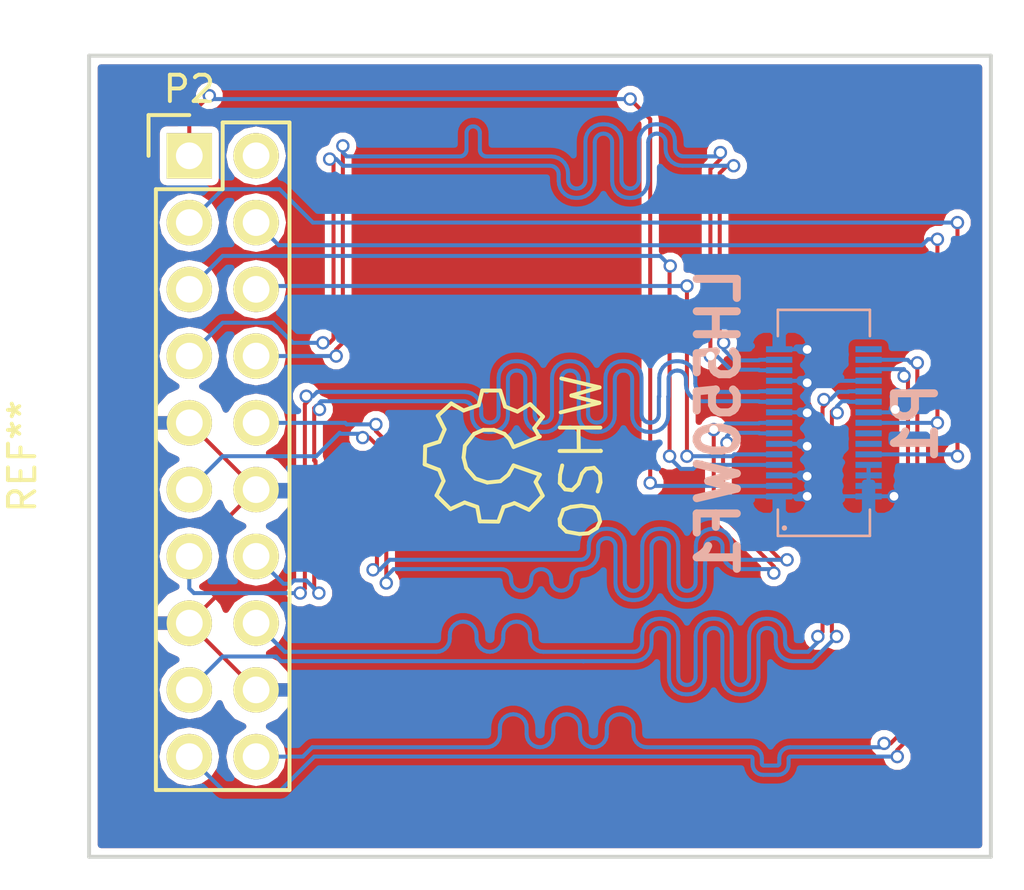
<source format=kicad_pcb>
(kicad_pcb (version 4) (host pcbnew "(2015-11-11 BZR 6310)-product")
  (layers (0 F.Cu signal) (31 B.Cu signal) (34 B.Paste user) (35 F.Paste user) (36 B.SilkS user) (37 F.SilkS user) (38 B.Mask user) (39 F.Mask user) (44 Edge.Cuts user))
  (net 0 "")
  (net 1 /LED_A)
  (net 2 /IOVCC)
  (net 3 /RES)
  (net 4 /VSP)
  (net 5 /VSN)
  (net 6 GND)
  (net 7 /D2_P)
  (net 8 /D2_N)
  (net 9 /CLK_P)
  (net 10 /D3_P)
  (net 11 /D3_N)
  (net 12 /D0_N)
  (net 13 /D0_P)
  (net 14 /D1_N)
  (net 15 /D1_P)
  (net 16 /CLK_N)
  (module Pin_Headers:Pin_Header_Straight_2x10 (layer F.Cu) (at 124.46 97.79)
    (fp_text reference P2 (at 0 -2.54) (layer F.SilkS))
    (fp_text value CONN_02X10)
    (pad 1 thru_hole rect (at 0 0) (size 1.7272 1.7272) (drill 1.016) (layers *.Cu *.Mask F.SilkS) (net 1 /LED_A))
    (pad 2 thru_hole oval (at 2.54 0) (size 1.7272 1.7272) (drill 1.016) (layers *.Cu *.Mask F.SilkS))
    (pad 3 thru_hole oval (at 0 2.54) (size 1.7272 1.7272) (drill 1.016) (layers *.Cu *.Mask F.SilkS) (net 2 /IOVCC))
    (pad 4 thru_hole oval (at 2.54 2.54) (size 1.7272 1.7272) (drill 1.016) (layers *.Cu *.Mask F.SilkS) (net 3 /RES))
    (pad 5 thru_hole oval (at 0 5.08) (size 1.7272 1.7272) (drill 1.016) (layers *.Cu *.Mask F.SilkS) (net 4 /VSP))
    (pad 6 thru_hole oval (at 2.54 5.08) (size 1.7272 1.7272) (drill 1.016) (layers *.Cu *.Mask F.SilkS) (net 5 /VSN))
    (pad 7 thru_hole oval (at 0 7.62) (size 1.7272 1.7272) (drill 1.016) (layers *.Cu *.Mask F.SilkS) (net 11 /D3_N))
    (pad 8 thru_hole oval (at 2.54 7.62) (size 1.7272 1.7272) (drill 1.016) (layers *.Cu *.Mask F.SilkS) (net 10 /D3_P))
    (pad 9 thru_hole oval (at 0 10.16) (size 1.7272 1.7272) (drill 1.016) (layers *.Cu *.Mask F.SilkS) (net 6 GND))
    (pad 10 thru_hole oval (at 2.54 10.16) (size 1.7272 1.7272) (drill 1.016) (layers *.Cu *.Mask F.SilkS) (net 8 /D2_N))
    (pad 11 thru_hole oval (at 0 12.7) (size 1.7272 1.7272) (drill 1.016) (layers *.Cu *.Mask F.SilkS) (net 7 /D2_P))
    (pad 12 thru_hole oval (at 2.54 12.7) (size 1.7272 1.7272) (drill 1.016) (layers *.Cu *.Mask F.SilkS) (net 6 GND))
    (pad 13 thru_hole oval (at 0 15.24) (size 1.7272 1.7272) (drill 1.016) (layers *.Cu *.Mask F.SilkS) (net 16 /CLK_N))
    (pad 14 thru_hole oval (at 2.54 15.24) (size 1.7272 1.7272) (drill 1.016) (layers *.Cu *.Mask F.SilkS) (net 9 /CLK_P))
    (pad 15 thru_hole oval (at 0 17.78) (size 1.7272 1.7272) (drill 1.016) (layers *.Cu *.Mask F.SilkS) (net 6 GND))
    (pad 16 thru_hole oval (at 2.54 17.78) (size 1.7272 1.7272) (drill 1.016) (layers *.Cu *.Mask F.SilkS) (net 14 /D1_N))
    (pad 17 thru_hole oval (at 0 20.32) (size 1.7272 1.7272) (drill 1.016) (layers *.Cu *.Mask F.SilkS) (net 15 /D1_P))
    (pad 18 thru_hole oval (at 2.54 20.32) (size 1.7272 1.7272) (drill 1.016) (layers *.Cu *.Mask F.SilkS) (net 6 GND))
    (pad 19 thru_hole oval (at 0 22.86) (size 1.7272 1.7272) (drill 1.016) (layers *.Cu *.Mask F.SilkS) (net 12 /D0_N))
    (pad 20 thru_hole oval (at 2.54 22.86) (size 1.7272 1.7272) (drill 1.016) (layers *.Cu *.Mask F.SilkS) (net 13 /D0_P))
  )
  (module HDMI-to-MIPI:GB042-30S (layer B.Cu) (at 148.59 107.95 90)
    (fp_text reference P1 (at 0 3.5 90) (layer B.SilkS) (effects (font (thickness 0.3048)) (justify mirror)))
    (fp_text value LH550WF1 (at 0 -4 90) (layer B.SilkS) (effects (font (thickness 0.3048)) (justify mirror)))
    (pad 1 smd rect (at -2.8 -1.7 270) (size 0.23 1) (layers B.Cu B.Paste B.Mask) (net 6 GND))
    (pad 2 smd rect (at -2.4 -1.7 270) (size 0.23 1) (layers B.Cu B.Paste B.Mask) (net 1 /LED_A))
    (pad 3 smd rect (at -2 -1.7 270) (size 0.23 1) (layers B.Cu B.Paste B.Mask) (net 6 GND))
    (pad 4 smd rect (at -1.6 -1.7 270) (size 0.23 1) (layers B.Cu B.Paste B.Mask) (net 4 /VSP))
    (pad 5 smd rect (at -1.2 -1.7 270) (size 0.23 1) (layers B.Cu B.Paste B.Mask) (net 5 /VSN))
    (pad 6 smd rect (at -0.8 -1.7 270) (size 0.23 1) (layers B.Cu B.Paste B.Mask) (net 6 GND))
    (pad 7 smd rect (at -0.4 -1.7 270) (size 0.23 1) (layers B.Cu B.Paste B.Mask) (net 7 /D2_P))
    (pad 8 smd rect (at 0 -1.7 270) (size 0.23 1) (layers B.Cu B.Paste B.Mask) (net 8 /D2_N))
    (pad 9 smd rect (at 0.4 -1.7 270) (size 0.23 1) (layers B.Cu B.Paste B.Mask) (net 6 GND))
    (pad 10 smd rect (at 0.8 -1.7 270) (size 0.23 1) (layers B.Cu B.Paste B.Mask) (net 9 /CLK_P))
    (pad 11 smd rect (at 1.2 -1.7 270) (size 0.23 1) (layers B.Cu B.Paste B.Mask) (net 16 /CLK_N))
    (pad 12 smd rect (at 1.6 -1.7 270) (size 0.23 1) (layers B.Cu B.Paste B.Mask) (net 6 GND))
    (pad 13 smd rect (at 2 -1.7 270) (size 0.23 1) (layers B.Cu B.Paste B.Mask) (net 10 /D3_P))
    (pad 14 smd rect (at 2.4 -1.7 270) (size 0.23 1) (layers B.Cu B.Paste B.Mask) (net 11 /D3_N))
    (pad 15 smd rect (at 2.8 -1.7 270) (size 0.23 1) (layers B.Cu B.Paste B.Mask) (net 6 GND))
    (pad 16 smd rect (at 2.8 1.7 90) (size 0.23 1) (layers B.Cu B.Paste B.Mask))
    (pad 17 smd rect (at 2.4 1.7 90) (size 0.23 1) (layers B.Cu B.Paste B.Mask) (net 12 /D0_N))
    (pad 18 smd rect (at 2 1.7 90) (size 0.23 1) (layers B.Cu B.Paste B.Mask) (net 13 /D0_P))
    (pad 19 smd rect (at 1.6 1.7 90) (size 0.23 1) (layers B.Cu B.Paste B.Mask) (net 6 GND))
    (pad 20 smd rect (at 1.2 1.7 90) (size 0.23 1) (layers B.Cu B.Paste B.Mask) (net 14 /D1_N))
    (pad 21 smd rect (at 0.8 1.7 90) (size 0.23 1) (layers B.Cu B.Paste B.Mask) (net 15 /D1_P))
    (pad 22 smd rect (at 0.4 1.7 90) (size 0.23 1) (layers B.Cu B.Paste B.Mask) (net 6 GND))
    (pad 23 smd rect (at 0 1.7 90) (size 0.23 1) (layers B.Cu B.Paste B.Mask) (net 3 /RES))
    (pad 24 smd rect (at -0.4 1.7 90) (size 0.23 1) (layers B.Cu B.Paste B.Mask))
    (pad 25 smd rect (at -0.8 1.7 90) (size 0.23 1) (layers B.Cu B.Paste B.Mask))
    (pad 26 smd rect (at -1.2 1.7 90) (size 0.23 1) (layers B.Cu B.Paste B.Mask) (net 2 /IOVCC))
    (pad 27 smd rect (at -1.6 1.7 90) (size 0.23 1) (layers B.Cu B.Paste B.Mask) (net 6 GND))
    (pad 28 smd rect (at -2 1.7 90) (size 0.23 1) (layers B.Cu B.Paste B.Mask) (net 6 GND))
    (pad 29 smd rect (at -2.4 1.7 90) (size 0.23 1) (layers B.Cu B.Paste B.Mask) (net 6 GND))
    (pad 30 smd rect (at -2.8 1.7 90) (size 0.23 1) (layers B.Cu B.Paste B.Mask) (net 6 GND))
  )
  (module Symbols:Symbol_OSHW-Logo_SilkScreen (layer F.Cu) (at 135.89 109.22 90)
    (fp_text reference REF** (at 0 -17.78 90) (layer F.SilkS))
    (fp_text value Symbol_OSHW-Logo_SilkScreen)
  )
  (gr_line (start 120.65 124.46) (end 120.65 93.98) (layer Edge.Cuts) (width 0.15))
  (gr_line (start 154.94 124.46) (end 120.65 124.46) (layer Edge.Cuts) (width 0.15))
  (gr_line (start 154.94 93.98) (end 154.94 124.46) (layer Edge.Cuts) (width 0.15))
  (gr_line (start 120.65 93.98) (end 154.94 93.98) (layer Edge.Cuts) (width 0.15))
  (segment (start 125.222 95.504) (end 124.46 96.266) (width 0.1524) (layer F.Cu) (net 1))
  (segment (start 124.46 96.266) (end 124.46 97.79) (width 0.1524) (layer F.Cu) (net 1))
  (segment (start 141.224 95.631) (end 125.349 95.631) (width 0.1524) (layer B.Cu) (net 1))
  (segment (start 125.349 95.631) (end 125.222 95.504) (width 0.1524) (layer B.Cu) (net 1))
  (via (at 125.222 95.504) (size 0.508) (drill 0.3302) (layers F.Cu B.Cu) (net 1))
  (segment (start 141.986 110.236) (end 141.986 96.393) (width 0.1524) (layer F.Cu) (net 1))
  (segment (start 141.986 96.393) (end 141.224 95.631) (width 0.1524) (layer F.Cu) (net 1))
  (via (at 141.224 95.631) (size 0.508) (drill 0.3302) (layers F.Cu B.Cu) (net 1))
  (segment (start 146.89 110.35) (end 142.1 110.35) (width 0.1524) (layer B.Cu) (net 1))
  (segment (start 142.1 110.35) (end 141.986 110.236) (width 0.1524) (layer B.Cu) (net 1))
  (via (at 141.986 110.236) (size 0.508) (drill 0.3302) (layers F.Cu B.Cu) (net 1))
  (segment (start 127.889 99.06) (end 125.73 99.06) (width 0.1524) (layer B.Cu) (net 2))
  (segment (start 125.73 99.06) (end 124.46 100.33) (width 0.1524) (layer B.Cu) (net 2))
  (segment (start 129.159 100.33) (end 127.889 99.06) (width 0.1524) (layer B.Cu) (net 2))
  (segment (start 153.67 100.33) (end 129.159 100.33) (width 0.1524) (layer B.Cu) (net 2))
  (segment (start 153.67 109.22) (end 153.67 100.33) (width 0.1524) (layer F.Cu) (net 2))
  (via (at 153.67 100.33) (size 0.508) (drill 0.3302) (layers F.Cu B.Cu) (net 2))
  (segment (start 150.29 109.15) (end 153.6 109.15) (width 0.1524) (layer B.Cu) (net 2))
  (segment (start 153.6 109.15) (end 153.67 109.22) (width 0.1524) (layer B.Cu) (net 2))
  (via (at 153.67 109.22) (size 0.508) (drill 0.3302) (layers F.Cu B.Cu) (net 2))
  (segment (start 152.908 100.965) (end 152.54879 100.965) (width 0.1524) (layer B.Cu) (net 3))
  (segment (start 127.863599 101.193599) (end 127 100.33) (width 0.1524) (layer B.Cu) (net 3))
  (segment (start 152.54879 100.965) (end 152.320191 101.193599) (width 0.1524) (layer B.Cu) (net 3))
  (segment (start 152.320191 101.193599) (end 127.863599 101.193599) (width 0.1524) (layer B.Cu) (net 3))
  (segment (start 152.908 107.95) (end 152.908 100.965) (width 0.1524) (layer F.Cu) (net 3))
  (via (at 152.908 100.965) (size 0.508) (drill 0.3302) (layers F.Cu B.Cu) (net 3))
  (segment (start 150.29 107.95) (end 152.908 107.95) (width 0.1524) (layer B.Cu) (net 3))
  (via (at 152.908 107.95) (size 0.508) (drill 0.3302) (layers F.Cu B.Cu) (net 3))
  (segment (start 142.748 101.981) (end 142.367 101.6) (width 0.1524) (layer B.Cu) (net 4))
  (segment (start 142.367 101.6) (end 125.73 101.6) (width 0.1524) (layer B.Cu) (net 4))
  (segment (start 125.73 101.6) (end 124.46 102.87) (width 0.1524) (layer B.Cu) (net 4))
  (segment (start 142.722597 109.22) (end 142.722597 102.006403) (width 0.1524) (layer F.Cu) (net 4))
  (segment (start 142.722597 102.006403) (end 142.748 101.981) (width 0.1524) (layer F.Cu) (net 4))
  (via (at 142.748 101.981) (size 0.508) (drill 0.3302) (layers F.Cu B.Cu) (net 4))
  (segment (start 146.89 109.55) (end 143.76725 109.55) (width 0.1524) (layer B.Cu) (net 4))
  (segment (start 143.76725 109.55) (end 143.614649 109.702601) (width 0.1524) (layer B.Cu) (net 4))
  (segment (start 143.614649 109.702601) (end 143.151351 109.702601) (width 0.1524) (layer B.Cu) (net 4))
  (segment (start 143.151351 109.702601) (end 142.722597 109.273847) (width 0.1524) (layer B.Cu) (net 4))
  (via (at 142.722597 109.22) (size 0.508) (drill 0.3302) (layers F.Cu B.Cu) (net 4))
  (segment (start 142.722597 109.273847) (end 142.722597 109.22) (width 0.1524) (layer B.Cu) (net 4))
  (segment (start 143.383 102.743) (end 127.127 102.743) (width 0.1524) (layer B.Cu) (net 5))
  (segment (start 127.127 102.743) (end 127 102.87) (width 0.1524) (layer B.Cu) (net 5))
  (segment (start 143.383 109.22) (end 143.383 102.743) (width 0.1524) (layer F.Cu) (net 5))
  (via (at 143.383 102.743) (size 0.508) (drill 0.3302) (layers F.Cu B.Cu) (net 5))
  (segment (start 146.89 109.15) (end 145.178144 109.15) (width 0.1524) (layer B.Cu) (net 5))
  (segment (start 145.108144 109.22) (end 143.383 109.22) (width 0.1524) (layer B.Cu) (net 5))
  (segment (start 145.178144 109.15) (end 145.108144 109.22) (width 0.1524) (layer B.Cu) (net 5))
  (via (at 143.383 109.22) (size 0.508) (drill 0.3302) (layers F.Cu B.Cu) (net 5))
  (segment (start 124.46 115.57) (end 127 118.11) (width 0.1524) (layer F.Cu) (net 6))
  (segment (start 125.73 114.3) (end 125.73 111.76) (width 0.1524) (layer F.Cu) (net 6))
  (segment (start 124.46 115.57) (end 125.73 114.3) (width 0.1524) (layer F.Cu) (net 6))
  (segment (start 127 110.49) (end 125.73 111.76) (width 0.1524) (layer F.Cu) (net 6))
  (segment (start 127 110.49) (end 124.46 107.95) (width 0.1524) (layer F.Cu) (net 6))
  (segment (start 146.89 110.75) (end 127.26 110.75) (width 0.1524) (layer B.Cu) (net 6))
  (segment (start 127.26 110.75) (end 127 110.49) (width 0.1524) (layer B.Cu) (net 6))
  (segment (start 147.955 105.156) (end 147.955 106.426) (width 0.1524) (layer F.Cu) (net 6))
  (segment (start 146.89 105.15) (end 147.949 105.15) (width 0.1524) (layer B.Cu) (net 6))
  (segment (start 147.949 105.15) (end 147.955 105.156) (width 0.1524) (layer B.Cu) (net 6))
  (via (at 147.955 105.156) (size 0.508) (drill 0.3302) (layers F.Cu B.Cu) (net 6))
  (segment (start 150.29 106.35) (end 149.126487 106.35) (width 0.1524) (layer B.Cu) (net 6))
  (segment (start 149.126487 106.35) (end 148.923487 106.553) (width 0.1524) (layer B.Cu) (net 6))
  (segment (start 148.923487 106.553) (end 148.082 106.553) (width 0.1524) (layer B.Cu) (net 6))
  (segment (start 148.082 106.553) (end 147.955 106.426) (width 0.1524) (layer B.Cu) (net 6))
  (segment (start 147.955 106.426) (end 147.955 107.569) (width 0.1524) (layer F.Cu) (net 6))
  (segment (start 146.89 106.35) (end 147.879 106.35) (width 0.1524) (layer B.Cu) (net 6))
  (segment (start 147.879 106.35) (end 147.955 106.426) (width 0.1524) (layer B.Cu) (net 6))
  (via (at 147.955 106.426) (size 0.508) (drill 0.3302) (layers F.Cu B.Cu) (net 6))
  (segment (start 151.257 110.744) (end 150.296 110.744) (width 0.1524) (layer B.Cu) (net 6))
  (segment (start 150.296 110.744) (end 150.29 110.75) (width 0.1524) (layer B.Cu) (net 6))
  (segment (start 151.305238 107.442) (end 151.305238 110.695762) (width 0.1524) (layer F.Cu) (net 6))
  (segment (start 151.305238 110.695762) (end 151.257 110.744) (width 0.1524) (layer F.Cu) (net 6))
  (via (at 151.257 110.744) (size 0.508) (drill 0.3302) (layers F.Cu B.Cu) (net 6))
  (segment (start 150.29 107.55) (end 151.197238 107.55) (width 0.1524) (layer B.Cu) (net 6))
  (segment (start 151.197238 107.55) (end 151.305238 107.442) (width 0.1524) (layer B.Cu) (net 6))
  (via (at 151.305238 107.442) (size 0.508) (drill 0.3302) (layers F.Cu B.Cu) (net 6))
  (segment (start 147.955 107.569) (end 147.955 108.839) (width 0.1524) (layer F.Cu) (net 6))
  (segment (start 146.89 107.55) (end 147.936 107.55) (width 0.1524) (layer B.Cu) (net 6))
  (segment (start 147.936 107.55) (end 147.955 107.569) (width 0.1524) (layer B.Cu) (net 6))
  (via (at 147.955 107.569) (size 0.508) (drill 0.3302) (layers F.Cu B.Cu) (net 6))
  (segment (start 146.89 109.95) (end 147.923 109.95) (width 0.1524) (layer B.Cu) (net 6))
  (segment (start 147.923 109.95) (end 147.955 109.982) (width 0.1524) (layer B.Cu) (net 6))
  (via (at 147.955 109.982) (size 0.508) (drill 0.3302) (layers F.Cu B.Cu) (net 6))
  (segment (start 147.955 108.839) (end 147.955 109.982) (width 0.1524) (layer F.Cu) (net 6))
  (segment (start 146.89 108.75) (end 147.866 108.75) (width 0.1524) (layer B.Cu) (net 6))
  (segment (start 147.866 108.75) (end 147.955 108.839) (width 0.1524) (layer B.Cu) (net 6))
  (via (at 147.955 108.839) (size 0.508) (drill 0.3302) (layers F.Cu B.Cu) (net 6))
  (segment (start 150.29 110.35) (end 150.29 110.75) (width 0.1524) (layer B.Cu) (net 6))
  (segment (start 150.29 109.95) (end 150.29 110.35) (width 0.1524) (layer B.Cu) (net 6))
  (segment (start 150.29 109.55) (end 150.29 109.95) (width 0.1524) (layer B.Cu) (net 6))
  (segment (start 147.955 110.744) (end 150.284 110.744) (width 0.1524) (layer B.Cu) (net 6))
  (segment (start 150.284 110.744) (end 150.29 110.75) (width 0.1524) (layer B.Cu) (net 6))
  (segment (start 146.922 109.982) (end 146.89 109.95) (width 0.1524) (layer B.Cu) (net 6))
  (segment (start 147.955 110.744) (end 147.955 109.982) (width 0.1524) (layer F.Cu) (net 6))
  (segment (start 147.5484 110.744) (end 147.955 110.744) (width 0.1524) (layer B.Cu) (net 6))
  (via (at 147.955 110.744) (size 0.508) (drill 0.3302) (layers F.Cu B.Cu) (net 6))
  (segment (start 146.89 110.75) (end 147.5424 110.75) (width 0.1524) (layer B.Cu) (net 6))
  (segment (start 147.5424 110.75) (end 147.5484 110.744) (width 0.1524) (layer B.Cu) (net 6))
  (segment (start 139.649201 112.620291) (end 139.649201 112.837262) (width 0.1524) (layer B.Cu) (net 7))
  (segment (start 147.190447 113.159553) (end 145.415 113.159553) (width 0.1524) (layer B.Cu) (net 7))
  (segment (start 145.275163 113.127636) (end 145.214054 113.089239) (width 0.1524) (layer B.Cu) (net 7))
  (segment (start 139.712454 112.343161) (end 139.665215 112.478163) (width 0.1524) (layer B.Cu) (net 7))
  (segment (start 143.123112 114.216188) (end 143.084715 114.155079) (width 0.1524) (layer B.Cu) (net 7))
  (segment (start 145.415 113.159553) (end 145.343283 113.151472) (width 0.1524) (layer B.Cu) (net 7))
  (segment (start 145.214054 113.089239) (end 145.163022 113.038207) (width 0.1524) (layer B.Cu) (net 7))
  (segment (start 143.036784 112.478163) (end 142.989545 112.343161) (width 0.1524) (layer B.Cu) (net 7))
  (segment (start 141.020799 114.015242) (end 141.020799 112.620291) (width 0.1524) (layer B.Cu) (net 7))
  (segment (start 139.64112 112.908978) (end 139.617284 112.977098) (width 0.1524) (layer B.Cu) (net 7))
  (segment (start 145.124625 112.977098) (end 145.100789 112.908978) (width 0.1524) (layer B.Cu) (net 7))
  (segment (start 143.530746 114.305617) (end 143.462626 114.329453) (width 0.1524) (layer B.Cu) (net 7))
  (segment (start 143.713201 114.015242) (end 143.70512 114.086959) (width 0.1524) (layer B.Cu) (net 7))
  (segment (start 143.860459 112.222056) (end 143.784364 112.343161) (width 0.1524) (layer B.Cu) (net 7))
  (segment (start 143.642887 114.216188) (end 143.591855 114.26722) (width 0.1524) (layer B.Cu) (net 7))
  (segment (start 145.343283 113.151472) (end 145.275163 113.127636) (width 0.1524) (layer B.Cu) (net 7))
  (segment (start 145.163022 113.038207) (end 145.124625 112.977098) (width 0.1524) (layer B.Cu) (net 7))
  (segment (start 142.41408 111.981573) (end 142.319919 111.981573) (width 0.1524) (layer B.Cu) (net 7))
  (segment (start 145.029455 112.343161) (end 144.95336 112.222056) (width 0.1524) (layer B.Cu) (net 7))
  (segment (start 145.100789 112.908978) (end 145.092709 112.837262) (width 0.1524) (layer B.Cu) (net 7))
  (segment (start 143.713201 113.337352) (end 143.713201 114.015242) (width 0.1524) (layer B.Cu) (net 7))
  (segment (start 139.665215 112.478163) (end 139.649201 112.620291) (width 0.1524) (layer B.Cu) (net 7))
  (segment (start 144.596118 111.997587) (end 144.45399 111.981573) (width 0.1524) (layer B.Cu) (net 7))
  (segment (start 141.498746 114.305617) (end 141.430626 114.329453) (width 0.1524) (layer B.Cu) (net 7))
  (segment (start 145.092709 112.837262) (end 145.092709 112.620291) (width 0.1524) (layer B.Cu) (net 7))
  (segment (start 144.73112 112.044826) (end 144.596118 111.997587) (width 0.1524) (layer B.Cu) (net 7))
  (segment (start 145.076694 112.478163) (end 145.029455 112.343161) (width 0.1524) (layer B.Cu) (net 7))
  (segment (start 145.092709 112.620291) (end 145.076694 112.478163) (width 0.1524) (layer B.Cu) (net 7))
  (segment (start 144.95336 112.222056) (end 144.852225 112.120921) (width 0.1524) (layer B.Cu) (net 7))
  (segment (start 140.88145 112.222056) (end 140.780315 112.120921) (width 0.1524) (layer B.Cu) (net 7))
  (segment (start 144.852225 112.120921) (end 144.73112 112.044826) (width 0.1524) (layer B.Cu) (net 7))
  (segment (start 143.39091 114.337533) (end 143.37509 114.337533) (width 0.1524) (layer B.Cu) (net 7))
  (segment (start 141.681201 114.015242) (end 141.67312 114.086959) (width 0.1524) (layer B.Cu) (net 7))
  (segment (start 143.721111 112.620291) (end 143.721111 113.337352) (width 0.1524) (layer B.Cu) (net 7))
  (segment (start 144.359829 111.981573) (end 144.217701 111.997587) (width 0.1524) (layer B.Cu) (net 7))
  (segment (start 144.45399 111.981573) (end 144.359829 111.981573) (width 0.1524) (layer B.Cu) (net 7))
  (segment (start 144.217701 111.997587) (end 144.082699 112.044826) (width 0.1524) (layer B.Cu) (net 7))
  (segment (start 141.697215 112.478163) (end 141.681201 112.620291) (width 0.1524) (layer B.Cu) (net 7))
  (segment (start 141.35891 114.337533) (end 141.34309 114.337533) (width 0.1524) (layer B.Cu) (net 7))
  (segment (start 143.784364 112.343161) (end 143.737125 112.478163) (width 0.1524) (layer B.Cu) (net 7))
  (segment (start 144.082699 112.044826) (end 143.961594 112.120921) (width 0.1524) (layer B.Cu) (net 7))
  (segment (start 143.961594 112.120921) (end 143.860459 112.222056) (width 0.1524) (layer B.Cu) (net 7))
  (segment (start 143.737125 112.478163) (end 143.721111 112.620291) (width 0.1524) (layer B.Cu) (net 7))
  (segment (start 143.084715 114.155079) (end 143.060879 114.086959) (width 0.1524) (layer B.Cu) (net 7))
  (segment (start 143.721111 113.337352) (end 143.713201 113.337352) (width 0.1524) (layer B.Cu) (net 7))
  (segment (start 143.060879 114.086959) (end 143.052799 114.015242) (width 0.1524) (layer B.Cu) (net 7))
  (segment (start 143.70512 114.086959) (end 143.681284 114.155079) (width 0.1524) (layer B.Cu) (net 7))
  (segment (start 142.177791 111.997587) (end 142.042789 112.044826) (width 0.1524) (layer B.Cu) (net 7))
  (segment (start 143.235253 114.305617) (end 143.174144 114.26722) (width 0.1524) (layer B.Cu) (net 7))
  (segment (start 143.681284 114.155079) (end 143.642887 114.216188) (width 0.1524) (layer B.Cu) (net 7))
  (segment (start 139.32691 113.159553) (end 132.08 113.159553) (width 0.1524) (layer B.Cu) (net 7))
  (segment (start 139.527855 113.089239) (end 139.466746 113.127636) (width 0.1524) (layer B.Cu) (net 7))
  (segment (start 143.591855 114.26722) (end 143.530746 114.305617) (width 0.1524) (layer B.Cu) (net 7))
  (segment (start 141.744454 112.343161) (end 141.697215 112.478163) (width 0.1524) (layer B.Cu) (net 7))
  (segment (start 140.65921 112.044826) (end 140.524208 111.997587) (width 0.1524) (layer B.Cu) (net 7))
  (segment (start 143.462626 114.329453) (end 143.39091 114.337533) (width 0.1524) (layer B.Cu) (net 7))
  (segment (start 142.91345 112.222056) (end 142.812315 112.120921) (width 0.1524) (layer B.Cu) (net 7))
  (segment (start 142.319919 111.981573) (end 142.177791 111.997587) (width 0.1524) (layer B.Cu) (net 7))
  (segment (start 141.028879 114.086959) (end 141.020799 114.015242) (width 0.1524) (layer B.Cu) (net 7))
  (segment (start 143.37509 114.337533) (end 143.303373 114.329453) (width 0.1524) (layer B.Cu) (net 7))
  (segment (start 143.303373 114.329453) (end 143.235253 114.305617) (width 0.1524) (layer B.Cu) (net 7))
  (segment (start 141.430626 114.329453) (end 141.35891 114.337533) (width 0.1524) (layer B.Cu) (net 7))
  (segment (start 143.174144 114.26722) (end 143.123112 114.216188) (width 0.1524) (layer B.Cu) (net 7))
  (segment (start 141.559855 114.26722) (end 141.498746 114.305617) (width 0.1524) (layer B.Cu) (net 7))
  (segment (start 141.34309 114.337533) (end 141.271373 114.329453) (width 0.1524) (layer B.Cu) (net 7))
  (segment (start 143.052799 114.015242) (end 143.052799 112.620291) (width 0.1524) (layer B.Cu) (net 7))
  (segment (start 141.610887 114.216188) (end 141.559855 114.26722) (width 0.1524) (layer B.Cu) (net 7))
  (segment (start 143.052799 112.620291) (end 143.036784 112.478163) (width 0.1524) (layer B.Cu) (net 7))
  (segment (start 142.989545 112.343161) (end 142.91345 112.222056) (width 0.1524) (layer B.Cu) (net 7))
  (segment (start 141.142144 114.26722) (end 141.091112 114.216188) (width 0.1524) (layer B.Cu) (net 7))
  (segment (start 141.820549 112.222056) (end 141.744454 112.343161) (width 0.1524) (layer B.Cu) (net 7))
  (segment (start 142.812315 112.120921) (end 142.69121 112.044826) (width 0.1524) (layer B.Cu) (net 7))
  (segment (start 141.649284 114.155079) (end 141.610887 114.216188) (width 0.1524) (layer B.Cu) (net 7))
  (segment (start 142.69121 112.044826) (end 142.556208 111.997587) (width 0.1524) (layer B.Cu) (net 7))
  (segment (start 142.556208 111.997587) (end 142.41408 111.981573) (width 0.1524) (layer B.Cu) (net 7))
  (segment (start 142.042789 112.044826) (end 141.921684 112.120921) (width 0.1524) (layer B.Cu) (net 7))
  (segment (start 141.921684 112.120921) (end 141.820549 112.222056) (width 0.1524) (layer B.Cu) (net 7))
  (segment (start 141.67312 114.086959) (end 141.649284 114.155079) (width 0.1524) (layer B.Cu) (net 7))
  (segment (start 139.398626 113.151472) (end 139.32691 113.159553) (width 0.1524) (layer B.Cu) (net 7))
  (segment (start 141.681201 112.620291) (end 141.681201 114.015242) (width 0.1524) (layer B.Cu) (net 7))
  (segment (start 141.271373 114.329453) (end 141.203253 114.305617) (width 0.1524) (layer B.Cu) (net 7))
  (segment (start 141.203253 114.305617) (end 141.142144 114.26722) (width 0.1524) (layer B.Cu) (net 7))
  (segment (start 141.091112 114.216188) (end 141.052715 114.155079) (width 0.1524) (layer B.Cu) (net 7))
  (segment (start 141.052715 114.155079) (end 141.028879 114.086959) (width 0.1524) (layer B.Cu) (net 7))
  (segment (start 141.020799 112.620291) (end 141.004784 112.478163) (width 0.1524) (layer B.Cu) (net 7))
  (segment (start 141.004784 112.478163) (end 140.957545 112.343161) (width 0.1524) (layer B.Cu) (net 7))
  (segment (start 139.578887 113.038207) (end 139.527855 113.089239) (width 0.1524) (layer B.Cu) (net 7))
  (segment (start 140.957545 112.343161) (end 140.88145 112.222056) (width 0.1524) (layer B.Cu) (net 7))
  (segment (start 140.010789 112.044826) (end 139.889684 112.120921) (width 0.1524) (layer B.Cu) (net 7))
  (segment (start 140.780315 112.120921) (end 140.65921 112.044826) (width 0.1524) (layer B.Cu) (net 7))
  (segment (start 140.524208 111.997587) (end 140.38208 111.981573) (width 0.1524) (layer B.Cu) (net 7))
  (segment (start 140.38208 111.981573) (end 140.287919 111.981573) (width 0.1524) (layer B.Cu) (net 7))
  (segment (start 140.287919 111.981573) (end 140.145791 111.997587) (width 0.1524) (layer B.Cu) (net 7))
  (segment (start 140.145791 111.997587) (end 140.010789 112.044826) (width 0.1524) (layer B.Cu) (net 7))
  (segment (start 139.889684 112.120921) (end 139.788549 112.222056) (width 0.1524) (layer B.Cu) (net 7))
  (segment (start 139.788549 112.222056) (end 139.712454 112.343161) (width 0.1524) (layer B.Cu) (net 7))
  (segment (start 139.649201 112.837262) (end 139.64112 112.908978) (width 0.1524) (layer B.Cu) (net 7))
  (segment (start 139.617284 112.977098) (end 139.578887 113.038207) (width 0.1524) (layer B.Cu) (net 7))
  (segment (start 139.466746 113.127636) (end 139.398626 113.151472) (width 0.1524) (layer B.Cu) (net 7))
  (segment (start 132.08 113.159553) (end 131.699 113.540553) (width 0.1524) (layer B.Cu) (net 7))
  (segment (start 131.699 113.540553) (end 131.447553 113.540553) (width 0.1524) (layer B.Cu) (net 7))
  (segment (start 131.052394 108.511981) (end 130.905099 108.364686) (width 0.1524) (layer B.Cu) (net 7))
  (segment (start 130.905099 108.364686) (end 130.215086 108.364686) (width 0.1524) (layer B.Cu) (net 7))
  (segment (start 130.215086 108.364686) (end 130.1782 108.3278) (width 0.1524) (layer B.Cu) (net 7))
  (via (at 131.052394 108.511981) (size 0.508) (drill 0.3302) (layers F.Cu B.Cu) (net 7))
  (segment (start 131.594848 108.802988) (end 131.303841 108.511981) (width 0.1524) (layer F.Cu) (net 7))
  (segment (start 131.447553 113.540553) (end 131.594848 113.393258) (width 0.1524) (layer F.Cu) (net 7))
  (segment (start 131.594848 113.393258) (end 131.594848 108.802988) (width 0.1524) (layer F.Cu) (net 7))
  (segment (start 131.303841 108.511981) (end 131.052394 108.511981) (width 0.1524) (layer F.Cu) (net 7))
  (via (at 131.447553 113.540553) (size 0.508) (drill 0.3302) (layers F.Cu B.Cu) (net 7))
  (via (at 147.190447 113.159553) (size 0.508) (drill 0.3302) (layers F.Cu B.Cu) (net 7))
  (segment (start 144.904447 108.709447) (end 144.757152 108.856742) (width 0.1524) (layer F.Cu) (net 7))
  (segment (start 144.757152 108.856742) (end 144.757152 110.977705) (width 0.1524) (layer F.Cu) (net 7))
  (segment (start 144.757152 110.977705) (end 146.939 113.159553) (width 0.1524) (layer F.Cu) (net 7))
  (segment (start 146.939 113.159553) (end 147.190447 113.159553) (width 0.1524) (layer F.Cu) (net 7))
  (via (at 144.904447 108.709447) (size 0.508) (drill 0.3302) (layers F.Cu B.Cu) (net 7))
  (segment (start 146.1178 108.3278) (end 145.034647 108.3278) (width 0.1524) (layer B.Cu) (net 7))
  (segment (start 145.034647 108.3278) (end 144.904447 108.458) (width 0.1524) (layer B.Cu) (net 7))
  (segment (start 144.904447 108.458) (end 144.904447 108.709447) (width 0.1524) (layer B.Cu) (net 7))
  (segment (start 146.89 108.35) (end 146.14 108.35) (width 0.1524) (layer B.Cu) (net 7))
  (segment (start 146.14 108.35) (end 146.1178 108.3278) (width 0.1524) (layer B.Cu) (net 7))
  (segment (start 130.1782 108.3278) (end 129.286 109.22) (width 0.1524) (layer B.Cu) (net 7))
  (segment (start 129.286 109.22) (end 125.73 109.22) (width 0.1524) (layer B.Cu) (net 7))
  (segment (start 125.73 109.22) (end 124.46 110.49) (width 0.1524) (layer B.Cu) (net 7))
  (segment (start 143.43008 114.693131) (end 143.335919 114.693131) (width 0.1524) (layer B.Cu) (net 8))
  (segment (start 146.687553 113.662447) (end 146.540258 113.515152) (width 0.1524) (layer B.Cu) (net 8))
  (segment (start 140.804549 114.452648) (end 140.728454 114.331543) (width 0.1524) (layer B.Cu) (net 8))
  (segment (start 142.937684 114.553783) (end 142.836549 114.452648) (width 0.1524) (layer B.Cu) (net 8))
  (segment (start 142.713215 114.196541) (end 142.697201 114.054413) (width 0.1524) (layer B.Cu) (net 8))
  (segment (start 145.098699 113.451897) (end 144.977594 113.375802) (width 0.1524) (layer B.Cu) (net 8))
  (segment (start 141.973545 114.331543) (end 141.89745 114.452648) (width 0.1524) (layer B.Cu) (net 8))
  (segment (start 144.800364 113.153562) (end 144.753125 113.01856) (width 0.1524) (layer B.Cu) (net 8))
  (segment (start 146.540258 113.515152) (end 145.375829 113.515151) (width 0.1524) (layer B.Cu) (net 8))
  (segment (start 145.375829 113.515151) (end 145.233701 113.499136) (width 0.1524) (layer B.Cu) (net 8))
  (segment (start 138.947349 114.1174) (end 138.901957 114.18964) (width 0.1524) (layer B.Cu) (net 8))
  (segment (start 142.836549 114.452648) (end 142.760454 114.331543) (width 0.1524) (layer B.Cu) (net 8))
  (segment (start 145.233701 113.499136) (end 145.098699 113.451897) (width 0.1524) (layer B.Cu) (net 8))
  (segment (start 144.977594 113.375802) (end 144.876459 113.274667) (width 0.1524) (layer B.Cu) (net 8))
  (segment (start 142.044879 112.587745) (end 142.036799 112.659462) (width 0.1524) (layer B.Cu) (net 8))
  (segment (start 144.876459 113.274667) (end 144.800364 113.153562) (width 0.1524) (layer B.Cu) (net 8))
  (segment (start 142.35909 112.337171) (end 142.287373 112.345251) (width 0.1524) (layer B.Cu) (net 8))
  (segment (start 144.399 112.337171) (end 144.327283 112.345251) (width 0.1524) (layer B.Cu) (net 8))
  (segment (start 144.753125 113.01856) (end 144.737111 112.876432) (width 0.1524) (layer B.Cu) (net 8))
  (segment (start 143.828315 114.553783) (end 143.70721 114.629878) (width 0.1524) (layer B.Cu) (net 8))
  (segment (start 137.423349 114.1174) (end 137.377957 114.18964) (width 0.1524) (layer B.Cu) (net 8))
  (segment (start 143.92945 114.452648) (end 143.828315 114.553783) (width 0.1524) (layer B.Cu) (net 8))
  (segment (start 137.67677 113.552882) (end 137.60453 113.598274) (width 0.1524) (layer B.Cu) (net 8))
  (segment (start 142.37491 112.337171) (end 142.35909 112.337171) (width 0.1524) (layer B.Cu) (net 8))
  (segment (start 136.782202 114.18964) (end 136.73681 114.1174) (width 0.1524) (layer B.Cu) (net 8))
  (segment (start 144.737111 112.876432) (end 144.737111 112.659462) (width 0.1524) (layer B.Cu) (net 8))
  (segment (start 138.22308 113.95209) (end 138.22308 113.896151) (width 0.1524) (layer B.Cu) (net 8))
  (segment (start 140.543855 112.407484) (end 140.482746 112.369087) (width 0.1524) (layer B.Cu) (net 8))
  (segment (start 144.737111 112.659462) (end 144.72903 112.587745) (width 0.1524) (layer B.Cu) (net 8))
  (segment (start 143.335919 114.693131) (end 143.193791 114.677117) (width 0.1524) (layer B.Cu) (net 8))
  (segment (start 142.760454 114.331543) (end 142.713215 114.196541) (width 0.1524) (layer B.Cu) (net 8))
  (segment (start 144.72903 112.587745) (end 144.705194 112.519625) (width 0.1524) (layer B.Cu) (net 8))
  (segment (start 144.705194 112.519625) (end 144.666797 112.458516) (width 0.1524) (layer B.Cu) (net 8))
  (segment (start 144.108625 112.519625) (end 144.084789 112.587745) (width 0.1524) (layer B.Cu) (net 8))
  (segment (start 138.68886 114.323538) (end 138.60408 114.33309) (width 0.1524) (layer B.Cu) (net 8))
  (segment (start 140.665201 112.659462) (end 140.65712 112.587745) (width 0.1524) (layer B.Cu) (net 8))
  (segment (start 144.005545 114.331543) (end 143.92945 114.452648) (width 0.1524) (layer B.Cu) (net 8))
  (segment (start 144.666797 112.458516) (end 144.615765 112.407484) (width 0.1524) (layer B.Cu) (net 8))
  (segment (start 143.70721 114.629878) (end 143.572208 114.677117) (width 0.1524) (layer B.Cu) (net 8))
  (segment (start 136.708632 114.036871) (end 136.69908 113.95209) (width 0.1524) (layer B.Cu) (net 8))
  (segment (start 144.615765 112.407484) (end 144.554656 112.369087) (width 0.1524) (layer B.Cu) (net 8))
  (segment (start 139.988784 113.01856) (end 139.941545 113.153562) (width 0.1524) (layer B.Cu) (net 8))
  (segment (start 140.633284 112.519625) (end 140.594887 112.458516) (width 0.1524) (layer B.Cu) (net 8))
  (segment (start 144.052784 114.196541) (end 144.005545 114.331543) (width 0.1524) (layer B.Cu) (net 8))
  (segment (start 144.068799 113.337352) (end 144.068799 114.054413) (width 0.1524) (layer B.Cu) (net 8))
  (segment (start 140.594887 112.458516) (end 140.543855 112.407484) (width 0.1524) (layer B.Cu) (net 8))
  (segment (start 144.554656 112.369087) (end 144.486536 112.345251) (width 0.1524) (layer B.Cu) (net 8))
  (segment (start 138.306202 114.18964) (end 138.26081 114.1174) (width 0.1524) (layer B.Cu) (net 8))
  (segment (start 143.193791 114.677117) (end 143.058789 114.629878) (width 0.1524) (layer B.Cu) (net 8))
  (segment (start 144.486536 112.345251) (end 144.41482 112.337171) (width 0.1524) (layer B.Cu) (net 8))
  (segment (start 142.697201 114.054413) (end 142.697201 112.659462) (width 0.1524) (layer B.Cu) (net 8))
  (segment (start 144.41482 112.337171) (end 144.399 112.337171) (width 0.1524) (layer B.Cu) (net 8))
  (segment (start 141.161791 114.677117) (end 141.026789 114.629878) (width 0.1524) (layer B.Cu) (net 8))
  (segment (start 142.665284 112.519625) (end 142.626887 112.458516) (width 0.1524) (layer B.Cu) (net 8))
  (segment (start 144.076709 113.337352) (end 144.068799 113.337352) (width 0.1524) (layer B.Cu) (net 8))
  (segment (start 144.327283 112.345251) (end 144.259163 112.369087) (width 0.1524) (layer B.Cu) (net 8))
  (segment (start 144.259163 112.369087) (end 144.198054 112.407484) (width 0.1524) (layer B.Cu) (net 8))
  (segment (start 144.084789 112.587745) (end 144.076709 112.659462) (width 0.1524) (layer B.Cu) (net 8))
  (segment (start 136.995299 114.323538) (end 136.91477 114.29536) (width 0.1524) (layer B.Cu) (net 8))
  (segment (start 144.198054 112.407484) (end 144.147022 112.458516) (width 0.1524) (layer B.Cu) (net 8))
  (segment (start 138.519299 114.323538) (end 138.43877 114.29536) (width 0.1524) (layer B.Cu) (net 8))
  (segment (start 138.841629 114.249968) (end 138.769389 114.29536) (width 0.1524) (layer B.Cu) (net 8))
  (segment (start 142.068715 112.519625) (end 142.044879 112.587745) (width 0.1524) (layer B.Cu) (net 8))
  (segment (start 144.147022 112.458516) (end 144.108625 112.519625) (width 0.1524) (layer B.Cu) (net 8))
  (segment (start 137.245389 114.29536) (end 137.16486 114.323538) (width 0.1524) (layer B.Cu) (net 8))
  (segment (start 140.34291 112.337171) (end 140.32709 112.337171) (width 0.1524) (layer B.Cu) (net 8))
  (segment (start 138.079629 113.598274) (end 138.007389 113.552882) (width 0.1524) (layer B.Cu) (net 8))
  (segment (start 142.036799 114.054413) (end 142.020784 114.196541) (width 0.1524) (layer B.Cu) (net 8))
  (segment (start 142.68912 112.587745) (end 142.665284 112.519625) (width 0.1524) (layer B.Cu) (net 8))
  (segment (start 139.86545 113.274667) (end 139.764315 113.375802) (width 0.1524) (layer B.Cu) (net 8))
  (segment (start 144.076709 112.659462) (end 144.076709 113.337352) (width 0.1524) (layer B.Cu) (net 8))
  (segment (start 138.185349 113.730842) (end 138.139957 113.658602) (width 0.1524) (layer B.Cu) (net 8))
  (segment (start 144.068799 114.054413) (end 144.052784 114.196541) (width 0.1524) (layer B.Cu) (net 8))
  (segment (start 143.572208 114.677117) (end 143.43008 114.693131) (width 0.1524) (layer B.Cu) (net 8))
  (segment (start 143.058789 114.629878) (end 142.937684 114.553783) (width 0.1524) (layer B.Cu) (net 8))
  (segment (start 142.697201 112.659462) (end 142.68912 112.587745) (width 0.1524) (layer B.Cu) (net 8))
  (segment (start 142.626887 112.458516) (end 142.575855 112.407484) (width 0.1524) (layer B.Cu) (net 8))
  (segment (start 140.187253 112.369087) (end 140.126144 112.407484) (width 0.1524) (layer B.Cu) (net 8))
  (segment (start 136.615957 113.658602) (end 136.555629 113.598274) (width 0.1524) (layer B.Cu) (net 8))
  (segment (start 142.575855 112.407484) (end 142.514746 112.369087) (width 0.1524) (layer B.Cu) (net 8))
  (segment (start 140.665201 114.054413) (end 140.665201 112.659462) (width 0.1524) (layer B.Cu) (net 8))
  (segment (start 142.514746 112.369087) (end 142.446626 112.345251) (width 0.1524) (layer B.Cu) (net 8))
  (segment (start 137.16486 114.323538) (end 137.08008 114.33309) (width 0.1524) (layer B.Cu) (net 8))
  (segment (start 142.446626 112.345251) (end 142.37491 112.337171) (width 0.1524) (layer B.Cu) (net 8))
  (segment (start 142.287373 112.345251) (end 142.219253 112.369087) (width 0.1524) (layer B.Cu) (net 8))
  (segment (start 140.012879 112.587745) (end 140.004799 112.659462) (width 0.1524) (layer B.Cu) (net 8))
  (segment (start 142.219253 112.369087) (end 142.158144 112.407484) (width 0.1524) (layer B.Cu) (net 8))
  (segment (start 142.158144 112.407484) (end 142.107112 112.458516) (width 0.1524) (layer B.Cu) (net 8))
  (segment (start 142.107112 112.458516) (end 142.068715 112.519625) (width 0.1524) (layer B.Cu) (net 8))
  (segment (start 141.89745 114.452648) (end 141.796315 114.553783) (width 0.1524) (layer B.Cu) (net 8))
  (segment (start 139.64321 113.451897) (end 139.508208 113.499136) (width 0.1524) (layer B.Cu) (net 8))
  (segment (start 137.46108 113.95209) (end 137.451527 114.036871) (width 0.1524) (layer B.Cu) (net 8))
  (segment (start 131.950447 113.792) (end 131.950447 114.043447) (width 0.1524) (layer B.Cu) (net 8))
  (segment (start 142.036799 112.659462) (end 142.036799 114.054413) (width 0.1524) (layer B.Cu) (net 8))
  (segment (start 139.281299 113.524704) (end 139.20077 113.552882) (width 0.1524) (layer B.Cu) (net 8))
  (segment (start 142.020784 114.196541) (end 141.973545 114.331543) (width 0.1524) (layer B.Cu) (net 8))
  (segment (start 141.796315 114.553783) (end 141.67521 114.629878) (width 0.1524) (layer B.Cu) (net 8))
  (segment (start 137.08008 114.33309) (end 136.995299 114.323538) (width 0.1524) (layer B.Cu) (net 8))
  (segment (start 141.67521 114.629878) (end 141.540208 114.677117) (width 0.1524) (layer B.Cu) (net 8))
  (segment (start 136.483389 113.552882) (end 136.40286 113.524704) (width 0.1524) (layer B.Cu) (net 8))
  (segment (start 139.12853 113.598274) (end 139.068202 113.658602) (width 0.1524) (layer B.Cu) (net 8))
  (segment (start 141.540208 114.677117) (end 141.39808 114.693131) (width 0.1524) (layer B.Cu) (net 8))
  (segment (start 141.39808 114.693131) (end 141.303919 114.693131) (width 0.1524) (layer B.Cu) (net 8))
  (segment (start 141.303919 114.693131) (end 141.161791 114.677117) (width 0.1524) (layer B.Cu) (net 8))
  (segment (start 141.026789 114.629878) (end 140.905684 114.553783) (width 0.1524) (layer B.Cu) (net 8))
  (segment (start 138.139957 113.658602) (end 138.079629 113.598274) (width 0.1524) (layer B.Cu) (net 8))
  (segment (start 140.905684 114.553783) (end 140.804549 114.452648) (width 0.1524) (layer B.Cu) (net 8))
  (segment (start 140.728454 114.331543) (end 140.681215 114.196541) (width 0.1524) (layer B.Cu) (net 8))
  (segment (start 140.681215 114.196541) (end 140.665201 114.054413) (width 0.1524) (layer B.Cu) (net 8))
  (segment (start 137.377957 114.18964) (end 137.317629 114.249968) (width 0.1524) (layer B.Cu) (net 8))
  (segment (start 140.004799 112.659462) (end 140.004799 112.876432) (width 0.1524) (layer B.Cu) (net 8))
  (segment (start 140.65712 112.587745) (end 140.633284 112.519625) (width 0.1524) (layer B.Cu) (net 8))
  (segment (start 138.98508 113.896151) (end 138.98508 113.95209) (width 0.1524) (layer B.Cu) (net 8))
  (segment (start 140.482746 112.369087) (end 140.414626 112.345251) (width 0.1524) (layer B.Cu) (net 8))
  (segment (start 140.414626 112.345251) (end 140.34291 112.337171) (width 0.1524) (layer B.Cu) (net 8))
  (segment (start 140.32709 112.337171) (end 140.255373 112.345251) (width 0.1524) (layer B.Cu) (net 8))
  (segment (start 139.20077 113.552882) (end 139.12853 113.598274) (width 0.1524) (layer B.Cu) (net 8))
  (segment (start 140.255373 112.345251) (end 140.187253 112.369087) (width 0.1524) (layer B.Cu) (net 8))
  (segment (start 140.126144 112.407484) (end 140.075112 112.458516) (width 0.1524) (layer B.Cu) (net 8))
  (segment (start 140.075112 112.458516) (end 140.036715 112.519625) (width 0.1524) (layer B.Cu) (net 8))
  (segment (start 140.036715 112.519625) (end 140.012879 112.587745) (width 0.1524) (layer B.Cu) (net 8))
  (segment (start 140.004799 112.876432) (end 139.988784 113.01856) (width 0.1524) (layer B.Cu) (net 8))
  (segment (start 139.941545 113.153562) (end 139.86545 113.274667) (width 0.1524) (layer B.Cu) (net 8))
  (segment (start 139.764315 113.375802) (end 139.64321 113.451897) (width 0.1524) (layer B.Cu) (net 8))
  (segment (start 137.92686 113.524704) (end 137.84208 113.515151) (width 0.1524) (layer B.Cu) (net 8))
  (segment (start 139.02281 113.730842) (end 138.994632 113.811371) (width 0.1524) (layer B.Cu) (net 8))
  (segment (start 139.508208 113.499136) (end 139.281299 113.524704) (width 0.1524) (layer B.Cu) (net 8))
  (segment (start 139.068202 113.658602) (end 139.02281 113.730842) (width 0.1524) (layer B.Cu) (net 8))
  (segment (start 138.994632 113.811371) (end 138.98508 113.896151) (width 0.1524) (layer B.Cu) (net 8))
  (segment (start 136.689527 113.811371) (end 136.661349 113.730842) (width 0.1524) (layer B.Cu) (net 8))
  (segment (start 138.22308 113.896151) (end 138.213527 113.811371) (width 0.1524) (layer B.Cu) (net 8))
  (segment (start 138.98508 113.95209) (end 138.975527 114.036871) (width 0.1524) (layer B.Cu) (net 8))
  (segment (start 138.975527 114.036871) (end 138.947349 114.1174) (width 0.1524) (layer B.Cu) (net 8))
  (segment (start 138.901957 114.18964) (end 138.841629 114.249968) (width 0.1524) (layer B.Cu) (net 8))
  (segment (start 138.769389 114.29536) (end 138.68886 114.323538) (width 0.1524) (layer B.Cu) (net 8))
  (segment (start 138.60408 114.33309) (end 138.519299 114.323538) (width 0.1524) (layer B.Cu) (net 8))
  (segment (start 138.43877 114.29536) (end 138.36653 114.249968) (width 0.1524) (layer B.Cu) (net 8))
  (segment (start 138.36653 114.249968) (end 138.306202 114.18964) (width 0.1524) (layer B.Cu) (net 8))
  (segment (start 137.49881 113.730842) (end 137.470632 113.811371) (width 0.1524) (layer B.Cu) (net 8))
  (segment (start 138.26081 114.1174) (end 138.232632 114.036871) (width 0.1524) (layer B.Cu) (net 8))
  (segment (start 138.232632 114.036871) (end 138.22308 113.95209) (width 0.1524) (layer B.Cu) (net 8))
  (segment (start 138.213527 113.811371) (end 138.185349 113.730842) (width 0.1524) (layer B.Cu) (net 8))
  (segment (start 138.007389 113.552882) (end 137.92686 113.524704) (width 0.1524) (layer B.Cu) (net 8))
  (segment (start 137.84208 113.515151) (end 137.757299 113.524704) (width 0.1524) (layer B.Cu) (net 8))
  (segment (start 137.757299 113.524704) (end 137.67677 113.552882) (width 0.1524) (layer B.Cu) (net 8))
  (segment (start 137.60453 113.598274) (end 137.544202 113.658602) (width 0.1524) (layer B.Cu) (net 8))
  (segment (start 137.544202 113.658602) (end 137.49881 113.730842) (width 0.1524) (layer B.Cu) (net 8))
  (segment (start 137.470632 113.811371) (end 137.46108 113.896151) (width 0.1524) (layer B.Cu) (net 8))
  (segment (start 137.46108 113.896151) (end 137.46108 113.95209) (width 0.1524) (layer B.Cu) (net 8))
  (segment (start 137.451527 114.036871) (end 137.423349 114.1174) (width 0.1524) (layer B.Cu) (net 8))
  (segment (start 137.317629 114.249968) (end 137.245389 114.29536) (width 0.1524) (layer B.Cu) (net 8))
  (segment (start 136.91477 114.29536) (end 136.84253 114.249968) (width 0.1524) (layer B.Cu) (net 8))
  (segment (start 136.84253 114.249968) (end 136.782202 114.18964) (width 0.1524) (layer B.Cu) (net 8))
  (segment (start 136.73681 114.1174) (end 136.708632 114.036871) (width 0.1524) (layer B.Cu) (net 8))
  (segment (start 136.69908 113.95209) (end 136.69908 113.896151) (width 0.1524) (layer B.Cu) (net 8))
  (segment (start 136.69908 113.896151) (end 136.689527 113.811371) (width 0.1524) (layer B.Cu) (net 8))
  (segment (start 136.661349 113.730842) (end 136.615957 113.658602) (width 0.1524) (layer B.Cu) (net 8))
  (segment (start 136.555629 113.598274) (end 136.483389 113.552882) (width 0.1524) (layer B.Cu) (net 8))
  (segment (start 136.40286 113.524704) (end 136.31808 113.515151) (width 0.1524) (layer B.Cu) (net 8))
  (segment (start 136.31808 113.515151) (end 132.227295 113.515152) (width 0.1524) (layer B.Cu) (net 8))
  (segment (start 132.227295 113.515152) (end 131.950447 113.792) (width 0.1524) (layer B.Cu) (net 8))
  (segment (start 131.555288 108.009087) (end 130.446241 108.009087) (width 0.1524) (layer B.Cu) (net 8))
  (segment (start 130.446241 108.009087) (end 130.387154 107.95) (width 0.1524) (layer B.Cu) (net 8))
  (segment (start 130.387154 107.95) (end 127 107.95) (width 0.1524) (layer B.Cu) (net 8))
  (via (at 131.555288 108.009087) (size 0.508) (drill 0.3302) (layers F.Cu B.Cu) (net 8))
  (segment (start 131.950447 114.043447) (end 131.950447 108.655693) (width 0.1524) (layer F.Cu) (net 8))
  (segment (start 131.555288 108.260534) (end 131.555288 108.009087) (width 0.1524) (layer F.Cu) (net 8))
  (segment (start 131.950447 108.655693) (end 131.555288 108.260534) (width 0.1524) (layer F.Cu) (net 8))
  (via (at 131.950447 114.043447) (size 0.508) (drill 0.3302) (layers F.Cu B.Cu) (net 8))
  (via (at 146.687553 113.662447) (size 0.508) (drill 0.3302) (layers F.Cu B.Cu) (net 8))
  (segment (start 144.401553 108.206553) (end 144.401553 111.125) (width 0.1524) (layer F.Cu) (net 8))
  (segment (start 144.401553 111.125) (end 146.687553 113.411) (width 0.1524) (layer F.Cu) (net 8))
  (segment (start 146.687553 113.411) (end 146.687553 113.662447) (width 0.1524) (layer F.Cu) (net 8))
  (via (at 144.401553 108.206553) (size 0.508) (drill 0.3302) (layers F.Cu B.Cu) (net 8))
  (segment (start 144.653 108.206553) (end 144.401553 108.206553) (width 0.1524) (layer B.Cu) (net 8))
  (segment (start 146.1178 107.9722) (end 144.887353 107.9722) (width 0.1524) (layer B.Cu) (net 8))
  (segment (start 144.887353 107.9722) (end 144.653 108.206553) (width 0.1524) (layer B.Cu) (net 8))
  (segment (start 146.89 107.95) (end 146.14 107.95) (width 0.1524) (layer B.Cu) (net 8))
  (segment (start 146.14 107.95) (end 146.1178 107.9722) (width 0.1524) (layer B.Cu) (net 8))
  (segment (start 129.844799 111.125) (end 129.92958 111.115447) (width 0.1524) (layer F.Cu) (net 9))
  (segment (start 129.3876 114.427) (end 129.209799 114.249199) (width 0.1524) (layer F.Cu) (net 9))
  (segment (start 129.209799 113.03) (end 129.219352 112.945219) (width 0.1524) (layer F.Cu) (net 9))
  (segment (start 130.188069 112.10269) (end 130.142677 112.03045) (width 0.1524) (layer F.Cu) (net 9))
  (segment (start 129.292922 111.26845) (end 129.35325 111.208122) (width 0.1524) (layer F.Cu) (net 9))
  (segment (start 129.209799 114.249199) (end 129.209799 113.03) (width 0.1524) (layer F.Cu) (net 9))
  (segment (start 129.219352 111.59078) (end 129.209799 111.506) (width 0.1524) (layer F.Cu) (net 9))
  (segment (start 129.35325 111.208122) (end 129.42549 111.16273) (width 0.1524) (layer F.Cu) (net 9))
  (segment (start 129.219352 112.945219) (end 129.24753 112.86469) (width 0.1524) (layer F.Cu) (net 9))
  (segment (start 129.35325 112.732122) (end 129.42549 112.68673) (width 0.1524) (layer F.Cu) (net 9))
  (segment (start 129.24753 112.86469) (end 129.292922 112.79245) (width 0.1524) (layer F.Cu) (net 9))
  (segment (start 129.259962 109.682852) (end 129.260599 109.6772) (width 0.1524) (layer F.Cu) (net 9))
  (segment (start 129.42549 110.325269) (end 129.35325 110.279877) (width 0.1524) (layer F.Cu) (net 9))
  (segment (start 129.251035 109.403341) (end 129.246219 109.400315) (width 0.1524) (layer F.Cu) (net 9))
  (segment (start 129.506019 112.658552) (end 129.590799 112.649) (width 0.1524) (layer F.Cu) (net 9))
  (segment (start 130.216247 110.82878) (end 130.225799 110.744) (width 0.1524) (layer F.Cu) (net 9))
  (segment (start 129.42549 112.68673) (end 129.506019 112.658552) (width 0.1524) (layer F.Cu) (net 9))
  (segment (start 129.92958 112.639447) (end 130.010109 112.611269) (width 0.1524) (layer F.Cu) (net 9))
  (segment (start 129.219362 109.708141) (end 129.224178 109.705115) (width 0.1524) (layer F.Cu) (net 9))
  (segment (start 130.225799 112.268) (end 130.216247 112.183219) (width 0.1524) (layer F.Cu) (net 9))
  (segment (start 129.292922 112.79245) (end 129.35325 112.732122) (width 0.1524) (layer F.Cu) (net 9))
  (segment (start 129.590799 112.649) (end 129.844799 112.649) (width 0.1524) (layer F.Cu) (net 9))
  (segment (start 129.292922 110.219549) (end 129.24753 110.147309) (width 0.1524) (layer F.Cu) (net 9))
  (segment (start 129.506019 111.877447) (end 129.42549 111.849269) (width 0.1524) (layer F.Cu) (net 9))
  (segment (start 129.844799 112.649) (end 129.92958 112.639447) (width 0.1524) (layer F.Cu) (net 9))
  (segment (start 130.010109 112.611269) (end 130.082349 112.565877) (width 0.1524) (layer F.Cu) (net 9))
  (segment (start 129.260599 109.4232) (end 129.259962 109.417547) (width 0.1524) (layer F.Cu) (net 9))
  (segment (start 130.082349 112.565877) (end 130.142677 112.505549) (width 0.1524) (layer F.Cu) (net 9))
  (segment (start 130.188069 112.433309) (end 130.216247 112.35278) (width 0.1524) (layer F.Cu) (net 9))
  (segment (start 130.010109 111.92473) (end 129.92958 111.896552) (width 0.1524) (layer F.Cu) (net 9))
  (segment (start 129.251035 109.697058) (end 129.255057 109.693036) (width 0.1524) (layer F.Cu) (net 9))
  (segment (start 130.010109 111.087269) (end 130.082349 111.041877) (width 0.1524) (layer F.Cu) (net 9))
  (segment (start 130.142677 112.505549) (end 130.188069 112.433309) (width 0.1524) (layer F.Cu) (net 9))
  (segment (start 130.082349 111.041877) (end 130.142677 110.981549) (width 0.1524) (layer F.Cu) (net 9))
  (segment (start 130.142677 110.981549) (end 130.188069 110.909309) (width 0.1524) (layer F.Cu) (net 9))
  (segment (start 130.216247 112.35278) (end 130.225799 112.268) (width 0.1524) (layer F.Cu) (net 9))
  (segment (start 129.24753 111.671309) (end 129.219352 111.59078) (width 0.1524) (layer F.Cu) (net 9))
  (segment (start 129.246219 109.400315) (end 129.240851 109.398436) (width 0.1524) (layer F.Cu) (net 9))
  (segment (start 130.188069 110.909309) (end 130.216247 110.82878) (width 0.1524) (layer F.Cu) (net 9))
  (segment (start 130.142677 112.03045) (end 130.082349 111.970122) (width 0.1524) (layer F.Cu) (net 9))
  (segment (start 129.21534 109.712163) (end 129.219362 109.708141) (width 0.1524) (layer F.Cu) (net 9))
  (segment (start 130.216247 112.183219) (end 130.188069 112.10269) (width 0.1524) (layer F.Cu) (net 9))
  (segment (start 129.35325 110.279877) (end 129.292922 110.219549) (width 0.1524) (layer F.Cu) (net 9))
  (segment (start 129.24753 110.147309) (end 129.219352 110.06678) (width 0.1524) (layer F.Cu) (net 9))
  (segment (start 130.082349 111.970122) (end 130.010109 111.92473) (width 0.1524) (layer F.Cu) (net 9))
  (segment (start 129.35325 111.803877) (end 129.292922 111.743549) (width 0.1524) (layer F.Cu) (net 9))
  (segment (start 129.229546 109.703236) (end 129.240851 109.701963) (width 0.1524) (layer F.Cu) (net 9))
  (segment (start 129.92958 111.896552) (end 129.844799 111.887) (width 0.1524) (layer F.Cu) (net 9))
  (segment (start 129.224178 109.395284) (end 129.219362 109.392258) (width 0.1524) (layer F.Cu) (net 9))
  (segment (start 129.209799 109.728) (end 129.210435 109.722347) (width 0.1524) (layer F.Cu) (net 9))
  (segment (start 129.844799 110.363) (end 129.590799 110.363) (width 0.1524) (layer F.Cu) (net 9))
  (segment (start 129.844799 111.887) (end 129.590799 111.887) (width 0.1524) (layer F.Cu) (net 9))
  (segment (start 129.210435 109.378052) (end 129.209799 109.3724) (width 0.1524) (layer F.Cu) (net 9))
  (segment (start 130.225799 110.744) (end 130.216247 110.659219) (width 0.1524) (layer F.Cu) (net 9))
  (segment (start 129.590799 111.887) (end 129.506019 111.877447) (width 0.1524) (layer F.Cu) (net 9))
  (segment (start 129.42549 111.849269) (end 129.35325 111.803877) (width 0.1524) (layer F.Cu) (net 9))
  (segment (start 129.292922 111.743549) (end 129.24753 111.671309) (width 0.1524) (layer F.Cu) (net 9))
  (segment (start 129.209799 111.506) (end 129.219352 111.421219) (width 0.1524) (layer F.Cu) (net 9))
  (segment (start 129.219352 111.421219) (end 129.24753 111.34069) (width 0.1524) (layer F.Cu) (net 9))
  (segment (start 129.24753 111.34069) (end 129.292922 111.26845) (width 0.1524) (layer F.Cu) (net 9))
  (segment (start 129.284723 107.313723) (end 129.410447 107.439447) (width 0.1524) (layer F.Cu) (net 9))
  (segment (start 129.42549 111.16273) (end 129.506019 111.134552) (width 0.1524) (layer F.Cu) (net 9))
  (segment (start 129.210435 109.722347) (end 129.212314 109.716979) (width 0.1524) (layer F.Cu) (net 9))
  (segment (start 129.590799 111.125) (end 129.844799 111.125) (width 0.1524) (layer F.Cu) (net 9))
  (segment (start 129.506019 111.134552) (end 129.590799 111.125) (width 0.1524) (layer F.Cu) (net 9))
  (segment (start 129.506019 110.353447) (end 129.42549 110.325269) (width 0.1524) (layer F.Cu) (net 9))
  (segment (start 130.010109 110.40073) (end 129.92958 110.372552) (width 0.1524) (layer F.Cu) (net 9))
  (segment (start 129.92958 111.115447) (end 130.010109 111.087269) (width 0.1524) (layer F.Cu) (net 9))
  (segment (start 130.216247 110.659219) (end 130.188069 110.57869) (width 0.1524) (layer F.Cu) (net 9))
  (segment (start 130.188069 110.57869) (end 130.142677 110.50645) (width 0.1524) (layer F.Cu) (net 9))
  (segment (start 129.219352 110.06678) (end 129.209799 109.982) (width 0.1524) (layer F.Cu) (net 9))
  (segment (start 130.142677 110.50645) (end 130.082349 110.446122) (width 0.1524) (layer F.Cu) (net 9))
  (segment (start 130.082349 110.446122) (end 130.010109 110.40073) (width 0.1524) (layer F.Cu) (net 9))
  (segment (start 129.246219 109.700084) (end 129.251035 109.697058) (width 0.1524) (layer F.Cu) (net 9))
  (segment (start 129.92958 110.372552) (end 129.844799 110.363) (width 0.1524) (layer F.Cu) (net 9))
  (segment (start 129.590799 110.363) (end 129.506019 110.353447) (width 0.1524) (layer F.Cu) (net 9))
  (segment (start 129.209799 109.982) (end 129.209799 109.728) (width 0.1524) (layer F.Cu) (net 9))
  (segment (start 129.212314 109.716979) (end 129.21534 109.712163) (width 0.1524) (layer F.Cu) (net 9))
  (segment (start 129.224178 109.705115) (end 129.229546 109.703236) (width 0.1524) (layer F.Cu) (net 9))
  (segment (start 129.240851 109.701963) (end 129.246219 109.700084) (width 0.1524) (layer F.Cu) (net 9))
  (segment (start 129.255057 109.693036) (end 129.258083 109.68822) (width 0.1524) (layer F.Cu) (net 9))
  (segment (start 129.258083 109.68822) (end 129.259962 109.682852) (width 0.1524) (layer F.Cu) (net 9))
  (segment (start 129.260599 109.6772) (end 129.260599 109.4232) (width 0.1524) (layer F.Cu) (net 9))
  (segment (start 129.259962 109.417547) (end 129.258083 109.412179) (width 0.1524) (layer F.Cu) (net 9))
  (segment (start 129.212314 109.38342) (end 129.210435 109.378052) (width 0.1524) (layer F.Cu) (net 9))
  (segment (start 129.258083 109.412179) (end 129.255057 109.407363) (width 0.1524) (layer F.Cu) (net 9))
  (segment (start 129.21534 109.388236) (end 129.212314 109.38342) (width 0.1524) (layer F.Cu) (net 9))
  (segment (start 129.255057 109.407363) (end 129.251035 109.403341) (width 0.1524) (layer F.Cu) (net 9))
  (segment (start 129.240851 109.398436) (end 129.229546 109.397163) (width 0.1524) (layer F.Cu) (net 9))
  (segment (start 129.229546 109.397163) (end 129.224178 109.395284) (width 0.1524) (layer F.Cu) (net 9))
  (segment (start 129.219362 109.392258) (end 129.21534 109.388236) (width 0.1524) (layer F.Cu) (net 9))
  (segment (start 129.209799 109.3724) (end 129.209799 107.388647) (width 0.1524) (layer F.Cu) (net 9))
  (segment (start 129.209799 107.388647) (end 129.284723 107.313723) (width 0.1524) (layer F.Cu) (net 9))
  (segment (start 134.887178 107.1278) (end 129.470647 107.1278) (width 0.1524) (layer B.Cu) (net 9))
  (segment (start 129.470647 107.1278) (end 129.410447 107.188) (width 0.1524) (layer B.Cu) (net 9))
  (segment (start 129.410447 107.188) (end 129.410447 107.439447) (width 0.1524) (layer B.Cu) (net 9))
  (segment (start 135.084837 107.196965) (end 135.024728 107.159196) (width 0.1524) (layer B.Cu) (net 9))
  (segment (start 134.957722 107.135749) (end 134.887178 107.1278) (width 0.1524) (layer B.Cu) (net 9))
  (segment (start 135.220089 107.802514) (end 135.2042 107.66149) (width 0.1524) (layer B.Cu) (net 9))
  (segment (start 135.2042 107.66149) (end 135.2042 107.444822) (width 0.1524) (layer B.Cu) (net 9))
  (segment (start 135.196251 107.374278) (end 135.172804 107.307272) (width 0.1524) (layer B.Cu) (net 9))
  (segment (start 135.135035 107.247163) (end 135.084837 107.196965) (width 0.1524) (layer B.Cu) (net 9))
  (segment (start 135.342465 108.05663) (end 135.266961 107.936466) (width 0.1524) (layer B.Cu) (net 9))
  (segment (start 136.083068 108.279356) (end 135.942044 108.295245) (width 0.1524) (layer B.Cu) (net 9))
  (segment (start 136.437534 108.05663) (end 136.337184 108.15698) (width 0.1524) (layer B.Cu) (net 9))
  (segment (start 136.21702 108.232484) (end 136.083068 108.279356) (width 0.1524) (layer B.Cu) (net 9))
  (segment (start 135.562979 108.232484) (end 135.442815 108.15698) (width 0.1524) (layer B.Cu) (net 9))
  (segment (start 135.442815 108.15698) (end 135.342465 108.05663) (width 0.1524) (layer B.Cu) (net 9))
  (segment (start 136.5758 107.66149) (end 136.55991 107.802514) (width 0.1524) (layer B.Cu) (net 9))
  (segment (start 135.696931 108.279356) (end 135.562979 108.232484) (width 0.1524) (layer B.Cu) (net 9))
  (segment (start 136.607195 106.139826) (end 136.583748 106.206832) (width 0.1524) (layer B.Cu) (net 9))
  (segment (start 136.822277 105.968303) (end 136.755271 105.99175) (width 0.1524) (layer B.Cu) (net 9))
  (segment (start 137.167035 106.079717) (end 137.116837 106.029519) (width 0.1524) (layer B.Cu) (net 9))
  (segment (start 136.892822 105.960355) (end 136.822277 105.968303) (width 0.1524) (layer B.Cu) (net 9))
  (segment (start 136.919178 105.960355) (end 136.892822 105.960355) (width 0.1524) (layer B.Cu) (net 9))
  (segment (start 136.989722 105.968303) (end 136.919178 105.960355) (width 0.1524) (layer B.Cu) (net 9))
  (segment (start 137.204804 106.139826) (end 137.167035 106.079717) (width 0.1524) (layer B.Cu) (net 9))
  (segment (start 137.298961 107.936466) (end 137.252089 107.802514) (width 0.1524) (layer B.Cu) (net 9))
  (segment (start 135.024728 107.159196) (end 134.957722 107.135749) (width 0.1524) (layer B.Cu) (net 9))
  (segment (start 137.594979 108.232484) (end 137.474815 108.15698) (width 0.1524) (layer B.Cu) (net 9))
  (segment (start 137.974044 108.295245) (end 137.869955 108.295245) (width 0.1524) (layer B.Cu) (net 9))
  (segment (start 138.115068 108.279356) (end 137.974044 108.295245) (width 0.1524) (layer B.Cu) (net 9))
  (segment (start 138.24902 108.232484) (end 138.115068 108.279356) (width 0.1524) (layer B.Cu) (net 9))
  (segment (start 138.369184 108.15698) (end 138.24902 108.232484) (width 0.1524) (layer B.Cu) (net 9))
  (segment (start 138.676964 106.079717) (end 138.639195 106.139826) (width 0.1524) (layer B.Cu) (net 9))
  (segment (start 137.116837 106.029519) (end 137.056728 105.99175) (width 0.1524) (layer B.Cu) (net 9))
  (segment (start 137.228251 106.206832) (end 137.204804 106.139826) (width 0.1524) (layer B.Cu) (net 9))
  (segment (start 138.615748 106.206832) (end 138.6078 106.277377) (width 0.1524) (layer B.Cu) (net 9))
  (segment (start 138.727162 106.029519) (end 138.676964 106.079717) (width 0.1524) (layer B.Cu) (net 9))
  (segment (start 135.2042 107.444822) (end 135.196251 107.374278) (width 0.1524) (layer B.Cu) (net 9))
  (segment (start 138.787271 105.99175) (end 138.727162 106.029519) (width 0.1524) (layer B.Cu) (net 9))
  (segment (start 135.172804 107.307272) (end 135.135035 107.247163) (width 0.1524) (layer B.Cu) (net 9))
  (segment (start 138.6078 106.277377) (end 138.6078 107.66149) (width 0.1524) (layer B.Cu) (net 9))
  (segment (start 139.148837 106.029519) (end 139.088728 105.99175) (width 0.1524) (layer B.Cu) (net 9))
  (segment (start 138.854277 105.968303) (end 138.787271 105.99175) (width 0.1524) (layer B.Cu) (net 9))
  (segment (start 138.924822 105.960355) (end 138.854277 105.968303) (width 0.1524) (layer B.Cu) (net 9))
  (segment (start 139.088728 105.99175) (end 139.021722 105.968303) (width 0.1524) (layer B.Cu) (net 9))
  (segment (start 139.199035 106.079717) (end 139.148837 106.029519) (width 0.1524) (layer B.Cu) (net 9))
  (segment (start 139.2682 107.66149) (end 139.2682 106.277377) (width 0.1524) (layer B.Cu) (net 9))
  (segment (start 136.55991 107.802514) (end 136.513038 107.936466) (width 0.1524) (layer B.Cu) (net 9))
  (segment (start 139.284089 107.802514) (end 139.2682 107.66149) (width 0.1524) (layer B.Cu) (net 9))
  (segment (start 139.330961 107.936466) (end 139.284089 107.802514) (width 0.1524) (layer B.Cu) (net 9))
  (segment (start 139.406465 108.05663) (end 139.330961 107.936466) (width 0.1524) (layer B.Cu) (net 9))
  (segment (start 139.506815 108.15698) (end 139.406465 108.05663) (width 0.1524) (layer B.Cu) (net 9))
  (segment (start 137.474815 108.15698) (end 137.374465 108.05663) (width 0.1524) (layer B.Cu) (net 9))
  (segment (start 139.626979 108.232484) (end 139.506815 108.15698) (width 0.1524) (layer B.Cu) (net 9))
  (segment (start 139.901955 108.295245) (end 139.760931 108.279356) (width 0.1524) (layer B.Cu) (net 9))
  (segment (start 137.869955 108.295245) (end 137.728931 108.279356) (width 0.1524) (layer B.Cu) (net 9))
  (segment (start 140.147068 108.279356) (end 140.006044 108.295245) (width 0.1524) (layer B.Cu) (net 9))
  (segment (start 140.006044 108.295245) (end 139.901955 108.295245) (width 0.1524) (layer B.Cu) (net 9))
  (segment (start 135.266961 107.936466) (end 135.220089 107.802514) (width 0.1524) (layer B.Cu) (net 9))
  (segment (start 137.056728 105.99175) (end 136.989722 105.968303) (width 0.1524) (layer B.Cu) (net 9))
  (segment (start 138.469534 108.05663) (end 138.369184 108.15698) (width 0.1524) (layer B.Cu) (net 9))
  (segment (start 138.545038 107.936466) (end 138.469534 108.05663) (width 0.1524) (layer B.Cu) (net 9))
  (segment (start 138.59191 107.802514) (end 138.545038 107.936466) (width 0.1524) (layer B.Cu) (net 9))
  (segment (start 140.62391 107.802514) (end 140.577038 107.936466) (width 0.1524) (layer B.Cu) (net 9))
  (segment (start 140.6398 107.66149) (end 140.62391 107.802514) (width 0.1524) (layer B.Cu) (net 9))
  (segment (start 140.577038 107.936466) (end 140.501534 108.05663) (width 0.1524) (layer B.Cu) (net 9))
  (segment (start 140.671195 106.139826) (end 140.647748 106.206832) (width 0.1524) (layer B.Cu) (net 9))
  (segment (start 140.708964 106.079717) (end 140.671195 106.139826) (width 0.1524) (layer B.Cu) (net 9))
  (segment (start 140.759162 106.029519) (end 140.708964 106.079717) (width 0.1524) (layer B.Cu) (net 9))
  (segment (start 140.6398 106.277377) (end 140.6398 107.66149) (width 0.1524) (layer B.Cu) (net 9))
  (segment (start 141.053722 105.968303) (end 140.983178 105.960355) (width 0.1524) (layer B.Cu) (net 9))
  (segment (start 141.120728 105.99175) (end 141.053722 105.968303) (width 0.1524) (layer B.Cu) (net 9))
  (segment (start 140.956822 105.960355) (end 140.886277 105.968303) (width 0.1524) (layer B.Cu) (net 9))
  (segment (start 140.28102 108.232484) (end 140.147068 108.279356) (width 0.1524) (layer B.Cu) (net 9))
  (segment (start 140.501534 108.05663) (end 140.401184 108.15698) (width 0.1524) (layer B.Cu) (net 9))
  (segment (start 135.837955 108.295245) (end 135.696931 108.279356) (width 0.1524) (layer B.Cu) (net 9))
  (segment (start 140.401184 108.15698) (end 140.28102 108.232484) (width 0.1524) (layer B.Cu) (net 9))
  (segment (start 141.3002 106.277377) (end 141.292251 106.206832) (width 0.1524) (layer B.Cu) (net 9))
  (segment (start 141.3002 107.66149) (end 141.3002 106.277377) (width 0.1524) (layer B.Cu) (net 9))
  (segment (start 141.292251 106.206832) (end 141.268804 106.139826) (width 0.1524) (layer B.Cu) (net 9))
  (segment (start 140.886277 105.968303) (end 140.819271 105.99175) (width 0.1524) (layer B.Cu) (net 9))
  (segment (start 140.647748 106.206832) (end 140.6398 106.277377) (width 0.1524) (layer B.Cu) (net 9))
  (segment (start 138.639195 106.139826) (end 138.615748 106.206832) (width 0.1524) (layer B.Cu) (net 9))
  (segment (start 141.362961 107.936466) (end 141.316089 107.802514) (width 0.1524) (layer B.Cu) (net 9))
  (segment (start 141.933955 108.295245) (end 141.792931 108.279356) (width 0.1524) (layer B.Cu) (net 9))
  (segment (start 141.231035 106.079717) (end 141.180837 106.029519) (width 0.1524) (layer B.Cu) (net 9))
  (segment (start 136.513038 107.936466) (end 136.437534 108.05663) (width 0.1524) (layer B.Cu) (net 9))
  (segment (start 139.021722 105.968303) (end 138.951178 105.960355) (width 0.1524) (layer B.Cu) (net 9))
  (segment (start 142.433184 108.15698) (end 142.31302 108.232484) (width 0.1524) (layer B.Cu) (net 9))
  (segment (start 142.31302 108.232484) (end 142.179068 108.279356) (width 0.1524) (layer B.Cu) (net 9))
  (segment (start 142.179068 108.279356) (end 142.038044 108.295245) (width 0.1524) (layer B.Cu) (net 9))
  (segment (start 142.038044 108.295245) (end 141.933955 108.295245) (width 0.1524) (layer B.Cu) (net 9))
  (segment (start 141.658979 108.232484) (end 141.538815 108.15698) (width 0.1524) (layer B.Cu) (net 9))
  (segment (start 142.533534 108.05663) (end 142.433184 108.15698) (width 0.1524) (layer B.Cu) (net 9))
  (segment (start 139.236804 106.139826) (end 139.199035 106.079717) (width 0.1524) (layer B.Cu) (net 9))
  (segment (start 142.65591 107.802514) (end 142.609038 107.936466) (width 0.1524) (layer B.Cu) (net 9))
  (segment (start 142.716373 106.139826) (end 142.692926 106.206832) (width 0.1524) (layer B.Cu) (net 9))
  (segment (start 142.931455 105.968303) (end 142.864449 105.99175) (width 0.1524) (layer B.Cu) (net 9))
  (segment (start 142.609038 107.936466) (end 142.533534 108.05663) (width 0.1524) (layer B.Cu) (net 9))
  (segment (start 142.864449 105.99175) (end 142.80434 106.029519) (width 0.1524) (layer B.Cu) (net 9))
  (segment (start 143.002 105.960355) (end 142.931455 105.968303) (width 0.1524) (layer B.Cu) (net 9))
  (segment (start 141.538815 108.15698) (end 141.438465 108.05663) (width 0.1524) (layer B.Cu) (net 9))
  (segment (start 138.951178 105.960355) (end 138.924822 105.960355) (width 0.1524) (layer B.Cu) (net 9))
  (segment (start 143.0989 105.968303) (end 143.028356 105.960355) (width 0.1524) (layer B.Cu) (net 9))
  (segment (start 136.583748 106.206832) (end 136.5758 106.277377) (width 0.1524) (layer B.Cu) (net 9))
  (segment (start 139.260251 106.206832) (end 139.236804 106.139826) (width 0.1524) (layer B.Cu) (net 9))
  (segment (start 143.276213 106.079717) (end 143.226015 106.029519) (width 0.1524) (layer B.Cu) (net 9))
  (segment (start 138.6078 107.66149) (end 138.59191 107.802514) (width 0.1524) (layer B.Cu) (net 9))
  (segment (start 142.692926 106.206832) (end 142.684978 106.277377) (width 0.1524) (layer B.Cu) (net 9))
  (segment (start 142.754142 106.079717) (end 142.716373 106.139826) (width 0.1524) (layer B.Cu) (net 9))
  (segment (start 142.80434 106.029519) (end 142.754142 106.079717) (width 0.1524) (layer B.Cu) (net 9))
  (segment (start 136.695162 106.029519) (end 136.644964 106.079717) (width 0.1524) (layer B.Cu) (net 9))
  (segment (start 142.6718 107.66149) (end 142.65591 107.802514) (width 0.1524) (layer B.Cu) (net 9))
  (segment (start 143.337429 106.206832) (end 143.313982 106.139826) (width 0.1524) (layer B.Cu) (net 9))
  (segment (start 140.819271 105.99175) (end 140.759162 106.029519) (width 0.1524) (layer B.Cu) (net 9))
  (segment (start 143.345378 106.277377) (end 143.337429 106.206832) (width 0.1524) (layer B.Cu) (net 9))
  (segment (start 137.252089 107.802514) (end 137.2362 107.66149) (width 0.1524) (layer B.Cu) (net 9))
  (segment (start 141.268804 106.139826) (end 141.231035 106.079717) (width 0.1524) (layer B.Cu) (net 9))
  (segment (start 141.180837 106.029519) (end 141.120728 105.99175) (width 0.1524) (layer B.Cu) (net 9))
  (segment (start 139.2682 106.277377) (end 139.260251 106.206832) (width 0.1524) (layer B.Cu) (net 9))
  (segment (start 143.345378 106.494044) (end 143.345378 106.277377) (width 0.1524) (layer B.Cu) (net 9))
  (segment (start 143.028356 105.960355) (end 143.002 105.960355) (width 0.1524) (layer B.Cu) (net 9))
  (segment (start 143.361267 106.635068) (end 143.345378 106.494044) (width 0.1524) (layer B.Cu) (net 9))
  (segment (start 140.983178 105.960355) (end 140.956822 105.960355) (width 0.1524) (layer B.Cu) (net 9))
  (segment (start 136.755271 105.99175) (end 136.695162 106.029519) (width 0.1524) (layer B.Cu) (net 9))
  (segment (start 143.408139 106.76902) (end 143.361267 106.635068) (width 0.1524) (layer B.Cu) (net 9))
  (segment (start 135.942044 108.295245) (end 135.837955 108.295245) (width 0.1524) (layer B.Cu) (net 9))
  (segment (start 143.583993 106.989534) (end 143.483643 106.889184) (width 0.1524) (layer B.Cu) (net 9))
  (segment (start 137.2362 107.66149) (end 137.2362 106.277377) (width 0.1524) (layer B.Cu) (net 9))
  (segment (start 142.684978 106.277377) (end 142.684978 106.95) (width 0.1524) (layer B.Cu) (net 9))
  (segment (start 143.704157 107.065038) (end 143.583993 106.989534) (width 0.1524) (layer B.Cu) (net 9))
  (segment (start 143.483643 106.889184) (end 143.408139 106.76902) (width 0.1524) (layer B.Cu) (net 9))
  (segment (start 142.6718 106.95) (end 142.6718 107.66149) (width 0.1524) (layer B.Cu) (net 9))
  (segment (start 137.2362 106.277377) (end 137.228251 106.206832) (width 0.1524) (layer B.Cu) (net 9))
  (segment (start 139.760931 108.279356) (end 139.626979 108.232484) (width 0.1524) (layer B.Cu) (net 9))
  (segment (start 143.165906 105.99175) (end 143.0989 105.968303) (width 0.1524) (layer B.Cu) (net 9))
  (segment (start 143.838109 107.11191) (end 143.704157 107.065038) (width 0.1524) (layer B.Cu) (net 9))
  (segment (start 141.438465 108.05663) (end 141.362961 107.936466) (width 0.1524) (layer B.Cu) (net 9))
  (segment (start 143.979133 107.1278) (end 143.838109 107.11191) (width 0.1524) (layer B.Cu) (net 9))
  (segment (start 142.684978 106.95) (end 142.6718 106.95) (width 0.1524) (layer B.Cu) (net 9))
  (segment (start 137.728931 108.279356) (end 137.594979 108.232484) (width 0.1524) (layer B.Cu) (net 9))
  (segment (start 141.792931 108.279356) (end 141.658979 108.232484) (width 0.1524) (layer B.Cu) (net 9))
  (segment (start 141.316089 107.802514) (end 141.3002 107.66149) (width 0.1524) (layer B.Cu) (net 9))
  (segment (start 136.644964 106.079717) (end 136.607195 106.139826) (width 0.1524) (layer B.Cu) (net 9))
  (segment (start 146.89 107.15) (end 146.14 107.15) (width 0.1524) (layer B.Cu) (net 9))
  (segment (start 137.374465 108.05663) (end 137.298961 107.936466) (width 0.1524) (layer B.Cu) (net 9))
  (segment (start 143.313982 106.139826) (end 143.276213 106.079717) (width 0.1524) (layer B.Cu) (net 9))
  (segment (start 143.226015 106.029519) (end 143.165906 105.99175) (width 0.1524) (layer B.Cu) (net 9))
  (segment (start 136.337184 108.15698) (end 136.21702 108.232484) (width 0.1524) (layer B.Cu) (net 9))
  (segment (start 136.5758 106.277377) (end 136.5758 107.66149) (width 0.1524) (layer B.Cu) (net 9))
  (segment (start 146.14 107.15) (end 146.1178 107.1278) (width 0.1524) (layer B.Cu) (net 9))
  (segment (start 146.1178 107.1278) (end 143.979133 107.1278) (width 0.1524) (layer B.Cu) (net 9))
  (segment (start 128.31775 114.0714) (end 128.0414 114.0714) (width 0.1524) (layer B.Cu) (net 9))
  (segment (start 128.0414 114.0714) (end 127 113.03) (width 0.1524) (layer B.Cu) (net 9))
  (segment (start 129.3876 114.427) (end 129.159001 114.198401) (width 0.1524) (layer B.Cu) (net 9))
  (segment (start 129.159001 114.198401) (end 129.159001 114.195351) (width 0.1524) (layer B.Cu) (net 9))
  (segment (start 129.159001 114.195351) (end 128.908049 113.944399) (width 0.1524) (layer B.Cu) (net 9))
  (segment (start 128.908049 113.944399) (end 128.444751 113.944399) (width 0.1524) (layer B.Cu) (net 9))
  (segment (start 128.444751 113.944399) (end 128.31775 114.0714) (width 0.1524) (layer B.Cu) (net 9))
  (via (at 129.3876 114.427) (size 0.508) (drill 0.3302) (layers F.Cu B.Cu) (net 9))
  (via (at 129.410447 107.439447) (size 0.508) (drill 0.3302) (layers F.Cu B.Cu) (net 9))
  (segment (start 144.655553 97.665553) (end 144.508258 97.812848) (width 0.1524) (layer B.Cu) (net 10))
  (segment (start 140.902077 98.779208) (end 140.893799 98.705731) (width 0.1524) (layer B.Cu) (net 10))
  (segment (start 142.958499 97.625915) (end 142.934077 97.556123) (width 0.1524) (layer B.Cu) (net 10))
  (segment (start 142.55999 96.653755) (end 142.423414 96.605964) (width 0.1524) (layer B.Cu) (net 10))
  (segment (start 141.695175 96.833054) (end 141.618192 96.955572) (width 0.1524) (layer B.Cu) (net 10))
  (segment (start 141.367268 99.003232) (end 141.297476 99.027654) (width 0.1524) (layer B.Cu) (net 10))
  (segment (start 135.144793 96.694423) (end 135.096633 96.724684) (width 0.1524) (layer B.Cu) (net 10))
  (segment (start 144.508258 97.812848) (end 143.256 97.812848) (width 0.1524) (layer B.Cu) (net 10))
  (segment (start 141.429876 98.963893) (end 141.367268 99.003232) (width 0.1524) (layer B.Cu) (net 10))
  (segment (start 135.564414 97.717214) (end 135.534153 97.669054) (width 0.1524) (layer B.Cu) (net 10))
  (segment (start 142.997838 97.688523) (end 142.958499 97.625915) (width 0.1524) (layer B.Cu) (net 10))
  (segment (start 143.256 97.812848) (end 143.182523 97.804569) (width 0.1524) (layer B.Cu) (net 10))
  (segment (start 130.449295 97.812848) (end 130.299447 97.663) (width 0.1524) (layer B.Cu) (net 10))
  (segment (start 141.618192 96.955572) (end 141.570401 97.092148) (width 0.1524) (layer B.Cu) (net 10))
  (segment (start 138.720824 98.056139) (end 138.618508 97.953823) (width 0.1524) (layer B.Cu) (net 10))
  (segment (start 141.920009 96.653755) (end 141.797491 96.730738) (width 0.1524) (layer B.Cu) (net 10))
  (segment (start 139.335268 99.003232) (end 139.265476 99.027654) (width 0.1524) (layer B.Cu) (net 10))
  (segment (start 143.182523 97.804569) (end 143.112731 97.780147) (width 0.1524) (layer B.Cu) (net 10))
  (segment (start 143.112731 97.780147) (end 143.050123 97.740808) (width 0.1524) (layer B.Cu) (net 10))
  (segment (start 142.925799 97.482647) (end 142.925799 97.235935) (width 0.1524) (layer B.Cu) (net 10))
  (segment (start 139.118523 99.027654) (end 139.048731 99.003232) (width 0.1524) (layer B.Cu) (net 10))
  (segment (start 140.893799 97.235935) (end 140.877598 97.092148) (width 0.1524) (layer B.Cu) (net 10))
  (segment (start 143.050123 97.740808) (end 142.997838 97.688523) (width 0.1524) (layer B.Cu) (net 10))
  (segment (start 142.682508 96.730738) (end 142.55999 96.653755) (width 0.1524) (layer B.Cu) (net 10))
  (segment (start 139.513922 98.779208) (end 139.4895 98.849) (width 0.1524) (layer B.Cu) (net 10))
  (segment (start 139.586192 96.955572) (end 139.538401 97.092148) (width 0.1524) (layer B.Cu) (net 10))
  (segment (start 140.024585 96.605964) (end 139.888009 96.653755) (width 0.1524) (layer B.Cu) (net 10))
  (segment (start 135.515368 97.615368) (end 135.509 97.558848) (width 0.1524) (layer B.Cu) (net 10))
  (segment (start 139.265476 99.027654) (end 139.192 99.035932) (width 0.1524) (layer B.Cu) (net 10))
  (segment (start 142.861807 96.955572) (end 142.784824 96.833054) (width 0.1524) (layer B.Cu) (net 10))
  (segment (start 142.934077 97.556123) (end 142.925799 97.482647) (width 0.1524) (layer B.Cu) (net 10))
  (segment (start 142.925799 97.235935) (end 142.909598 97.092148) (width 0.1524) (layer B.Cu) (net 10))
  (segment (start 135.096633 96.724684) (end 135.056414 96.764903) (width 0.1524) (layer B.Cu) (net 10))
  (segment (start 142.909598 97.092148) (end 142.861807 96.955572) (width 0.1524) (layer B.Cu) (net 10))
  (segment (start 142.784824 96.833054) (end 142.682508 96.730738) (width 0.1524) (layer B.Cu) (net 10))
  (segment (start 138.986123 98.963893) (end 138.933838 98.911608) (width 0.1524) (layer B.Cu) (net 10))
  (segment (start 142.423414 96.605964) (end 142.279627 96.589764) (width 0.1524) (layer B.Cu) (net 10))
  (segment (start 138.861799 98.45902) (end 138.845598 98.315233) (width 0.1524) (layer B.Cu) (net 10))
  (segment (start 135.026153 96.813063) (end 135.007368 96.866749) (width 0.1524) (layer B.Cu) (net 10))
  (segment (start 141.797491 96.730738) (end 141.695175 96.833054) (width 0.1524) (layer B.Cu) (net 10))
  (segment (start 141.5215 98.849) (end 141.482161 98.911608) (width 0.1524) (layer B.Cu) (net 10))
  (segment (start 142.279627 96.589764) (end 142.200372 96.589764) (width 0.1524) (layer B.Cu) (net 10))
  (segment (start 134.747 97.812848) (end 130.449295 97.812848) (width 0.1524) (layer B.Cu) (net 10))
  (segment (start 130.299447 97.663) (end 130.299447 97.411553) (width 0.1524) (layer B.Cu) (net 10))
  (segment (start 142.200372 96.589764) (end 142.056585 96.605964) (width 0.1524) (layer B.Cu) (net 10))
  (segment (start 135.001 97.558848) (end 134.994631 97.615368) (width 0.1524) (layer B.Cu) (net 10))
  (segment (start 140.391414 96.605964) (end 140.247627 96.589764) (width 0.1524) (layer B.Cu) (net 10))
  (segment (start 142.056585 96.605964) (end 141.920009 96.653755) (width 0.1524) (layer B.Cu) (net 10))
  (segment (start 141.570401 97.092148) (end 141.554201 97.235935) (width 0.1524) (layer B.Cu) (net 10))
  (segment (start 141.554201 97.235935) (end 141.554201 98.705731) (width 0.1524) (layer B.Cu) (net 10))
  (segment (start 141.554201 98.705731) (end 141.545922 98.779208) (width 0.1524) (layer B.Cu) (net 10))
  (segment (start 138.870077 98.779208) (end 138.861799 98.705731) (width 0.1524) (layer B.Cu) (net 10))
  (segment (start 141.545922 98.779208) (end 141.5215 98.849) (width 0.1524) (layer B.Cu) (net 10))
  (segment (start 139.4895 98.849) (end 139.450161 98.911608) (width 0.1524) (layer B.Cu) (net 10))
  (segment (start 141.482161 98.911608) (end 141.429876 98.963893) (width 0.1524) (layer B.Cu) (net 10))
  (segment (start 141.297476 99.027654) (end 141.224 99.035932) (width 0.1524) (layer B.Cu) (net 10))
  (segment (start 140.52799 96.653755) (end 140.391414 96.605964) (width 0.1524) (layer B.Cu) (net 10))
  (segment (start 134.80352 97.806479) (end 134.747 97.812848) (width 0.1524) (layer B.Cu) (net 10))
  (segment (start 139.522201 97.235935) (end 139.522201 98.705731) (width 0.1524) (layer B.Cu) (net 10))
  (segment (start 141.224 99.035932) (end 141.150523 99.027654) (width 0.1524) (layer B.Cu) (net 10))
  (segment (start 139.048731 99.003232) (end 138.986123 98.963893) (width 0.1524) (layer B.Cu) (net 10))
  (segment (start 141.150523 99.027654) (end 141.080731 99.003232) (width 0.1524) (layer B.Cu) (net 10))
  (segment (start 134.994631 97.615368) (end 134.975846 97.669054) (width 0.1524) (layer B.Cu) (net 10))
  (segment (start 139.663175 96.833054) (end 139.586192 96.955572) (width 0.1524) (layer B.Cu) (net 10))
  (segment (start 141.080731 99.003232) (end 141.018123 98.963893) (width 0.1524) (layer B.Cu) (net 10))
  (segment (start 141.018123 98.963893) (end 140.965838 98.911608) (width 0.1524) (layer B.Cu) (net 10))
  (segment (start 139.397876 98.963893) (end 139.335268 99.003232) (width 0.1524) (layer B.Cu) (net 10))
  (segment (start 140.965838 98.911608) (end 140.926499 98.849) (width 0.1524) (layer B.Cu) (net 10))
  (segment (start 135.502631 96.866749) (end 135.483846 96.813063) (width 0.1524) (layer B.Cu) (net 10))
  (segment (start 140.926499 98.849) (end 140.902077 98.779208) (width 0.1524) (layer B.Cu) (net 10))
  (segment (start 140.893799 98.705731) (end 140.893799 97.235935) (width 0.1524) (layer B.Cu) (net 10))
  (segment (start 139.888009 96.653755) (end 139.765491 96.730738) (width 0.1524) (layer B.Cu) (net 10))
  (segment (start 140.877598 97.092148) (end 140.829807 96.955572) (width 0.1524) (layer B.Cu) (net 10))
  (segment (start 140.829807 96.955572) (end 140.752824 96.833054) (width 0.1524) (layer B.Cu) (net 10))
  (segment (start 140.752824 96.833054) (end 140.650508 96.730738) (width 0.1524) (layer B.Cu) (net 10))
  (segment (start 140.650508 96.730738) (end 140.52799 96.653755) (width 0.1524) (layer B.Cu) (net 10))
  (segment (start 140.247627 96.589764) (end 140.168372 96.589764) (width 0.1524) (layer B.Cu) (net 10))
  (segment (start 139.450161 98.911608) (end 139.397876 98.963893) (width 0.1524) (layer B.Cu) (net 10))
  (segment (start 135.509 97.558848) (end 135.509 96.92327) (width 0.1524) (layer B.Cu) (net 10))
  (segment (start 140.168372 96.589764) (end 140.024585 96.605964) (width 0.1524) (layer B.Cu) (net 10))
  (segment (start 139.765491 96.730738) (end 139.663175 96.833054) (width 0.1524) (layer B.Cu) (net 10))
  (segment (start 139.538401 97.092148) (end 139.522201 97.235935) (width 0.1524) (layer B.Cu) (net 10))
  (segment (start 139.522201 98.705731) (end 139.513922 98.779208) (width 0.1524) (layer B.Cu) (net 10))
  (segment (start 139.192 99.035932) (end 139.118523 99.027654) (width 0.1524) (layer B.Cu) (net 10))
  (segment (start 138.933838 98.911608) (end 138.894499 98.849) (width 0.1524) (layer B.Cu) (net 10))
  (segment (start 138.359414 97.829049) (end 138.215627 97.812848) (width 0.1524) (layer B.Cu) (net 10))
  (segment (start 138.894499 98.849) (end 138.870077 98.779208) (width 0.1524) (layer B.Cu) (net 10))
  (segment (start 138.215627 97.812848) (end 135.763 97.812848) (width 0.1524) (layer B.Cu) (net 10))
  (segment (start 138.861799 98.705731) (end 138.861799 98.45902) (width 0.1524) (layer B.Cu) (net 10))
  (segment (start 138.845598 98.315233) (end 138.797807 98.178657) (width 0.1524) (layer B.Cu) (net 10))
  (segment (start 134.857206 97.787694) (end 134.80352 97.806479) (width 0.1524) (layer B.Cu) (net 10))
  (segment (start 138.797807 98.178657) (end 138.720824 98.056139) (width 0.1524) (layer B.Cu) (net 10))
  (segment (start 138.618508 97.953823) (end 138.49599 97.87684) (width 0.1524) (layer B.Cu) (net 10))
  (segment (start 135.509 96.92327) (end 135.502631 96.866749) (width 0.1524) (layer B.Cu) (net 10))
  (segment (start 135.365206 96.694423) (end 135.31152 96.675638) (width 0.1524) (layer B.Cu) (net 10))
  (segment (start 138.49599 97.87684) (end 138.359414 97.829049) (width 0.1524) (layer B.Cu) (net 10))
  (segment (start 135.763 97.812848) (end 135.706479 97.806479) (width 0.1524) (layer B.Cu) (net 10))
  (segment (start 134.905366 97.757433) (end 134.857206 97.787694) (width 0.1524) (layer B.Cu) (net 10))
  (segment (start 135.706479 97.806479) (end 135.652793 97.787694) (width 0.1524) (layer B.Cu) (net 10))
  (segment (start 135.652793 97.787694) (end 135.604633 97.757433) (width 0.1524) (layer B.Cu) (net 10))
  (segment (start 135.604633 97.757433) (end 135.564414 97.717214) (width 0.1524) (layer B.Cu) (net 10))
  (segment (start 135.31152 96.675638) (end 135.255 96.66927) (width 0.1524) (layer B.Cu) (net 10))
  (segment (start 135.534153 97.669054) (end 135.515368 97.615368) (width 0.1524) (layer B.Cu) (net 10))
  (segment (start 135.483846 96.813063) (end 135.453585 96.764903) (width 0.1524) (layer B.Cu) (net 10))
  (segment (start 135.453585 96.764903) (end 135.413366 96.724684) (width 0.1524) (layer B.Cu) (net 10))
  (segment (start 135.056414 96.764903) (end 135.026153 96.813063) (width 0.1524) (layer B.Cu) (net 10))
  (segment (start 135.413366 96.724684) (end 135.365206 96.694423) (width 0.1524) (layer B.Cu) (net 10))
  (segment (start 135.255 96.66927) (end 135.198479 96.675638) (width 0.1524) (layer B.Cu) (net 10))
  (segment (start 135.198479 96.675638) (end 135.144793 96.694423) (width 0.1524) (layer B.Cu) (net 10))
  (segment (start 135.007368 96.866749) (end 135.001 96.92327) (width 0.1524) (layer B.Cu) (net 10))
  (segment (start 135.001 96.92327) (end 135.001 97.558848) (width 0.1524) (layer B.Cu) (net 10))
  (segment (start 134.975846 97.669054) (end 134.945585 97.717214) (width 0.1524) (layer B.Cu) (net 10))
  (segment (start 134.945585 97.717214) (end 134.905366 97.757433) (width 0.1524) (layer B.Cu) (net 10))
  (segment (start 130.045447 105.407447) (end 127.002553 105.407447) (width 0.1524) (layer B.Cu) (net 10))
  (segment (start 127.002553 105.407447) (end 127 105.41) (width 0.1524) (layer B.Cu) (net 10))
  (via (at 130.045447 105.407447) (size 0.508) (drill 0.3302) (layers F.Cu B.Cu) (net 10))
  (segment (start 130.045447 105.156) (end 130.045447 105.407447) (width 0.1524) (layer F.Cu) (net 10))
  (segment (start 130.299447 97.411553) (end 130.299447 104.902) (width 0.1524) (layer F.Cu) (net 10))
  (segment (start 130.299447 104.902) (end 130.045447 105.156) (width 0.1524) (layer F.Cu) (net 10))
  (via (at 130.299447 97.411553) (size 0.508) (drill 0.3302) (layers F.Cu B.Cu) (net 10))
  (via (at 144.655553 97.665553) (size 0.508) (drill 0.3302) (layers F.Cu B.Cu) (net 10))
  (segment (start 144.655553 97.917) (end 144.655553 97.665553) (width 0.1524) (layer F.Cu) (net 10))
  (segment (start 144.274553 105.407447) (end 144.274553 98.298) (width 0.1524) (layer F.Cu) (net 10))
  (segment (start 144.274553 98.298) (end 144.655553 97.917) (width 0.1524) (layer F.Cu) (net 10))
  (via (at 144.274553 105.407447) (size 0.508) (drill 0.3302) (layers F.Cu B.Cu) (net 10))
  (segment (start 146.1178 105.9278) (end 145.046353 105.9278) (width 0.1524) (layer B.Cu) (net 10))
  (segment (start 145.046353 105.9278) (end 144.526 105.407447) (width 0.1524) (layer B.Cu) (net 10))
  (segment (start 144.526 105.407447) (end 144.274553 105.407447) (width 0.1524) (layer B.Cu) (net 10))
  (segment (start 146.89 105.95) (end 146.14 105.95) (width 0.1524) (layer B.Cu) (net 10))
  (segment (start 146.14 105.95) (end 146.1178 105.9278) (width 0.1524) (layer B.Cu) (net 10))
  (segment (start 138.749491 99.250556) (end 138.647175 99.14824) (width 0.1524) (layer B.Cu) (net 11))
  (segment (start 143.216372 98.168446) (end 143.072585 98.152245) (width 0.1524) (layer B.Cu) (net 11))
  (segment (start 142.570201 97.522274) (end 142.570201 97.275563) (width 0.1524) (layer B.Cu) (net 11))
  (segment (start 139.861598 98.889146) (end 139.813807 99.025722) (width 0.1524) (layer B.Cu) (net 11))
  (segment (start 142.034123 97.017401) (end 141.981838 97.069686) (width 0.1524) (layer B.Cu) (net 11))
  (segment (start 142.24 96.945362) (end 142.166523 96.95364) (width 0.1524) (layer B.Cu) (net 11))
  (segment (start 142.936009 98.104454) (end 142.813491 98.027471) (width 0.1524) (layer B.Cu) (net 11))
  (segment (start 141.981838 97.069686) (end 141.942499 97.132294) (width 0.1524) (layer B.Cu) (net 11))
  (segment (start 142.445876 97.017401) (end 142.383268 96.978062) (width 0.1524) (layer B.Cu) (net 11))
  (segment (start 142.634192 97.802637) (end 142.586401 97.666061) (width 0.1524) (layer B.Cu) (net 11))
  (segment (start 139.231627 99.39153) (end 139.152372 99.39153) (width 0.1524) (layer B.Cu) (net 11))
  (segment (start 142.383268 96.978062) (end 142.313476 96.95364) (width 0.1524) (layer B.Cu) (net 11))
  (segment (start 140.781491 99.250556) (end 140.679175 99.14824) (width 0.1524) (layer B.Cu) (net 11))
  (segment (start 141.845807 99.025722) (end 141.768824 99.14824) (width 0.1524) (layer B.Cu) (net 11))
  (segment (start 145.158447 98.168447) (end 143.216372 98.168446) (width 0.1524) (layer B.Cu) (net 11))
  (segment (start 139.008585 99.37533) (end 138.872009 99.327539) (width 0.1524) (layer B.Cu) (net 11))
  (segment (start 140.679175 99.14824) (end 140.602192 99.025722) (width 0.1524) (layer B.Cu) (net 11))
  (segment (start 142.711175 97.925155) (end 142.634192 97.802637) (width 0.1524) (layer B.Cu) (net 11))
  (segment (start 141.407414 99.37533) (end 141.263627 99.39153) (width 0.1524) (layer B.Cu) (net 11))
  (segment (start 138.570192 99.025722) (end 138.522401 98.889146) (width 0.1524) (layer B.Cu) (net 11))
  (segment (start 143.072585 98.152245) (end 142.936009 98.104454) (width 0.1524) (layer B.Cu) (net 11))
  (segment (start 140.529922 97.202086) (end 140.5055 97.132294) (width 0.1524) (layer B.Cu) (net 11))
  (segment (start 141.040585 99.37533) (end 140.904009 99.327539) (width 0.1524) (layer B.Cu) (net 11))
  (segment (start 142.561922 97.202086) (end 142.5375 97.132294) (width 0.1524) (layer B.Cu) (net 11))
  (segment (start 142.570201 97.275563) (end 142.561922 97.202086) (width 0.1524) (layer B.Cu) (net 11))
  (segment (start 140.538201 97.275563) (end 140.529922 97.202086) (width 0.1524) (layer B.Cu) (net 11))
  (segment (start 142.166523 96.95364) (end 142.096731 96.978062) (width 0.1524) (layer B.Cu) (net 11))
  (segment (start 138.434161 98.292771) (end 138.381876 98.240486) (width 0.1524) (layer B.Cu) (net 11))
  (segment (start 141.909799 98.745359) (end 141.893598 98.889146) (width 0.1524) (layer B.Cu) (net 11))
  (segment (start 140.554401 98.889146) (end 140.538201 98.745359) (width 0.1524) (layer B.Cu) (net 11))
  (segment (start 138.319268 98.201147) (end 138.249476 98.176725) (width 0.1524) (layer B.Cu) (net 11))
  (segment (start 141.666508 99.250556) (end 141.54399 99.327539) (width 0.1524) (layer B.Cu) (net 11))
  (segment (start 142.313476 96.95364) (end 142.24 96.945362) (width 0.1524) (layer B.Cu) (net 11))
  (segment (start 142.5375 97.132294) (end 142.498161 97.069686) (width 0.1524) (layer B.Cu) (net 11))
  (segment (start 142.813491 98.027471) (end 142.711175 97.925155) (width 0.1524) (layer B.Cu) (net 11))
  (segment (start 142.586401 97.666061) (end 142.570201 97.522274) (width 0.1524) (layer B.Cu) (net 11))
  (segment (start 140.002123 97.017401) (end 139.949838 97.069686) (width 0.1524) (layer B.Cu) (net 11))
  (segment (start 142.498161 97.069686) (end 142.445876 97.017401) (width 0.1524) (layer B.Cu) (net 11))
  (segment (start 142.096731 96.978062) (end 142.034123 97.017401) (width 0.1524) (layer B.Cu) (net 11))
  (segment (start 141.942499 97.132294) (end 141.918077 97.202086) (width 0.1524) (layer B.Cu) (net 11))
  (segment (start 141.918077 97.202086) (end 141.909799 97.275563) (width 0.1524) (layer B.Cu) (net 11))
  (segment (start 140.064731 96.978062) (end 140.002123 97.017401) (width 0.1524) (layer B.Cu) (net 11))
  (segment (start 139.736824 99.14824) (end 139.634508 99.250556) (width 0.1524) (layer B.Cu) (net 11))
  (segment (start 140.5055 97.132294) (end 140.466161 97.069686) (width 0.1524) (layer B.Cu) (net 11))
  (segment (start 141.909799 97.275563) (end 141.909799 98.745359) (width 0.1524) (layer B.Cu) (net 11))
  (segment (start 141.893598 98.889146) (end 141.845807 99.025722) (width 0.1524) (layer B.Cu) (net 11))
  (segment (start 141.768824 99.14824) (end 141.666508 99.250556) (width 0.1524) (layer B.Cu) (net 11))
  (segment (start 140.351268 96.978062) (end 140.281476 96.95364) (width 0.1524) (layer B.Cu) (net 11))
  (segment (start 141.54399 99.327539) (end 141.407414 99.37533) (width 0.1524) (layer B.Cu) (net 11))
  (segment (start 141.263627 99.39153) (end 141.184372 99.39153) (width 0.1524) (layer B.Cu) (net 11))
  (segment (start 141.184372 99.39153) (end 141.040585 99.37533) (width 0.1524) (layer B.Cu) (net 11))
  (segment (start 140.904009 99.327539) (end 140.781491 99.250556) (width 0.1524) (layer B.Cu) (net 11))
  (segment (start 140.602192 99.025722) (end 140.554401 98.889146) (width 0.1524) (layer B.Cu) (net 11))
  (segment (start 140.538201 98.745359) (end 140.538201 97.275563) (width 0.1524) (layer B.Cu) (net 11))
  (segment (start 140.466161 97.069686) (end 140.413876 97.017401) (width 0.1524) (layer B.Cu) (net 11))
  (segment (start 140.413876 97.017401) (end 140.351268 96.978062) (width 0.1524) (layer B.Cu) (net 11))
  (segment (start 138.176 98.168446) (end 130.302 98.168447) (width 0.1524) (layer B.Cu) (net 11))
  (segment (start 140.281476 96.95364) (end 140.208 96.945362) (width 0.1524) (layer B.Cu) (net 11))
  (segment (start 140.208 96.945362) (end 140.134523 96.95364) (width 0.1524) (layer B.Cu) (net 11))
  (segment (start 140.134523 96.95364) (end 140.064731 96.978062) (width 0.1524) (layer B.Cu) (net 11))
  (segment (start 139.949838 97.069686) (end 139.910499 97.132294) (width 0.1524) (layer B.Cu) (net 11))
  (segment (start 139.910499 97.132294) (end 139.886077 97.202086) (width 0.1524) (layer B.Cu) (net 11))
  (segment (start 139.886077 97.202086) (end 139.877799 97.275563) (width 0.1524) (layer B.Cu) (net 11))
  (segment (start 139.877799 97.275563) (end 139.877799 98.745359) (width 0.1524) (layer B.Cu) (net 11))
  (segment (start 139.877799 98.745359) (end 139.861598 98.889146) (width 0.1524) (layer B.Cu) (net 11))
  (segment (start 139.813807 99.025722) (end 139.736824 99.14824) (width 0.1524) (layer B.Cu) (net 11))
  (segment (start 139.634508 99.250556) (end 139.51199 99.327539) (width 0.1524) (layer B.Cu) (net 11))
  (segment (start 139.51199 99.327539) (end 139.375414 99.37533) (width 0.1524) (layer B.Cu) (net 11))
  (segment (start 139.375414 99.37533) (end 139.231627 99.39153) (width 0.1524) (layer B.Cu) (net 11))
  (segment (start 138.381876 98.240486) (end 138.319268 98.201147) (width 0.1524) (layer B.Cu) (net 11))
  (segment (start 139.152372 99.39153) (end 139.008585 99.37533) (width 0.1524) (layer B.Cu) (net 11))
  (segment (start 138.872009 99.327539) (end 138.749491 99.250556) (width 0.1524) (layer B.Cu) (net 11))
  (segment (start 138.647175 99.14824) (end 138.570192 99.025722) (width 0.1524) (layer B.Cu) (net 11))
  (segment (start 138.522401 98.889146) (end 138.506201 98.745359) (width 0.1524) (layer B.Cu) (net 11))
  (segment (start 138.506201 98.745359) (end 138.506201 98.498647) (width 0.1524) (layer B.Cu) (net 11))
  (segment (start 138.506201 98.498647) (end 138.497922 98.425171) (width 0.1524) (layer B.Cu) (net 11))
  (segment (start 138.497922 98.425171) (end 138.4735 98.355379) (width 0.1524) (layer B.Cu) (net 11))
  (segment (start 138.4735 98.355379) (end 138.434161 98.292771) (width 0.1524) (layer B.Cu) (net 11))
  (segment (start 138.249476 98.176725) (end 138.176 98.168446) (width 0.1524) (layer B.Cu) (net 11))
  (segment (start 130.302 98.168447) (end 130.048 97.914447) (width 0.1524) (layer B.Cu) (net 11))
  (segment (start 130.048 97.914447) (end 129.796553 97.914447) (width 0.1524) (layer B.Cu) (net 11))
  (segment (start 128.399553 104.904553) (end 127.635 104.14) (width 0.1524) (layer B.Cu) (net 11))
  (segment (start 127.635 104.14) (end 125.73 104.14) (width 0.1524) (layer B.Cu) (net 11))
  (segment (start 129.542553 104.904553) (end 128.399553 104.904553) (width 0.1524) (layer B.Cu) (net 11))
  (segment (start 129.943848 98.061742) (end 129.943848 104.754705) (width 0.1524) (layer F.Cu) (net 11))
  (via (at 129.542553 104.904553) (size 0.508) (drill 0.3302) (layers F.Cu B.Cu) (net 11))
  (segment (start 129.796553 97.914447) (end 129.943848 98.061742) (width 0.1524) (layer F.Cu) (net 11))
  (segment (start 129.943848 104.754705) (end 129.794 104.904553) (width 0.1524) (layer F.Cu) (net 11))
  (segment (start 129.794 104.904553) (end 129.542553 104.904553) (width 0.1524) (layer F.Cu) (net 11))
  (via (at 129.796553 97.914447) (size 0.508) (drill 0.3302) (layers F.Cu B.Cu) (net 11))
  (segment (start 144.907 98.168447) (end 145.158447 98.168447) (width 0.1524) (layer F.Cu) (net 11))
  (via (at 145.158447 98.168447) (size 0.508) (drill 0.3302) (layers F.Cu B.Cu) (net 11))
  (segment (start 144.777447 104.904553) (end 144.630152 104.757258) (width 0.1524) (layer F.Cu) (net 11))
  (segment (start 144.630152 104.757258) (end 144.630152 98.445295) (width 0.1524) (layer F.Cu) (net 11))
  (segment (start 144.630152 98.445295) (end 144.907 98.168447) (width 0.1524) (layer F.Cu) (net 11))
  (via (at 144.777447 104.904553) (size 0.508) (drill 0.3302) (layers F.Cu B.Cu) (net 11))
  (segment (start 144.777447 105.156) (end 144.777447 104.904553) (width 0.1524) (layer B.Cu) (net 11))
  (segment (start 146.1178 105.5722) (end 145.193647 105.5722) (width 0.1524) (layer B.Cu) (net 11))
  (segment (start 145.193647 105.5722) (end 144.777447 105.156) (width 0.1524) (layer B.Cu) (net 11))
  (segment (start 125.73 104.14) (end 124.46 105.41) (width 0.1524) (layer B.Cu) (net 11))
  (segment (start 146.89 105.55) (end 146.14 105.55) (width 0.1524) (layer B.Cu) (net 11))
  (segment (start 146.14 105.55) (end 146.1178 105.5722) (width 0.1524) (layer B.Cu) (net 11))
  (segment (start 145.88755 121.023304) (end 145.91799 121.110298) (width 0.1524) (layer B.Cu) (net 12))
  (segment (start 147.266551 120.67803) (end 147.279413 120.665168) (width 0.1524) (layer B.Cu) (net 12))
  (segment (start 149.314042 120.647447) (end 151.381447 120.647447) (width 0.1524) (layer B.Cu) (net 12))
  (segment (start 145.859508 120.67803) (end 145.869186 120.693432) (width 0.1524) (layer B.Cu) (net 12))
  (segment (start 146.110237 121.302545) (end 146.197231 121.332985) (width 0.1524) (layer B.Cu) (net 12))
  (segment (start 129.214173 120.647447) (end 145.796 120.647446) (width 0.1524) (layer B.Cu) (net 12))
  (segment (start 146.928828 121.332985) (end 147.015822 121.302545) (width 0.1524) (layer B.Cu) (net 12))
  (segment (start 147.159033 121.188338) (end 147.208069 121.110298) (width 0.1524) (layer B.Cu) (net 12))
  (segment (start 146.032197 121.253509) (end 146.110237 121.302545) (width 0.1524) (layer B.Cu) (net 12))
  (segment (start 125.73 121.92) (end 127.94162 121.92) (width 0.1524) (layer B.Cu) (net 12))
  (segment (start 147.33006 120.647446) (end 149.314042 120.647447) (width 0.1524) (layer B.Cu) (net 12))
  (segment (start 145.796 120.647446) (end 145.814075 120.649482) (width 0.1524) (layer B.Cu) (net 12))
  (segment (start 147.256873 120.693432) (end 147.266551 120.67803) (width 0.1524) (layer B.Cu) (net 12))
  (segment (start 146.197231 121.332985) (end 146.288818 121.343305) (width 0.1524) (layer B.Cu) (net 12))
  (segment (start 145.91799 121.110298) (end 145.967026 121.188338) (width 0.1524) (layer B.Cu) (net 12))
  (segment (start 146.288818 121.343305) (end 146.837241 121.343305) (width 0.1524) (layer B.Cu) (net 12))
  (segment (start 124.46 120.65) (end 125.73 121.92) (width 0.1524) (layer B.Cu) (net 12))
  (segment (start 127.94162 121.92) (end 129.214173 120.647447) (width 0.1524) (layer B.Cu) (net 12))
  (segment (start 147.250865 120.710601) (end 147.256873 120.693432) (width 0.1524) (layer B.Cu) (net 12))
  (segment (start 145.814075 120.649482) (end 145.831244 120.65549) (width 0.1524) (layer B.Cu) (net 12))
  (segment (start 145.831244 120.65549) (end 145.846646 120.665168) (width 0.1524) (layer B.Cu) (net 12))
  (segment (start 145.846646 120.665168) (end 145.859508 120.67803) (width 0.1524) (layer B.Cu) (net 12))
  (segment (start 145.869186 120.693432) (end 145.875194 120.710601) (width 0.1524) (layer B.Cu) (net 12))
  (segment (start 145.877231 120.728677) (end 145.877231 120.931717) (width 0.1524) (layer B.Cu) (net 12))
  (segment (start 145.875194 120.710601) (end 145.877231 120.728677) (width 0.1524) (layer B.Cu) (net 12))
  (segment (start 145.877231 120.931717) (end 145.88755 121.023304) (width 0.1524) (layer B.Cu) (net 12))
  (segment (start 145.967026 121.188338) (end 146.032197 121.253509) (width 0.1524) (layer B.Cu) (net 12))
  (segment (start 146.837241 121.343305) (end 146.928828 121.332985) (width 0.1524) (layer B.Cu) (net 12))
  (segment (start 147.015822 121.302545) (end 147.093862 121.253509) (width 0.1524) (layer B.Cu) (net 12))
  (segment (start 147.093862 121.253509) (end 147.159033 121.188338) (width 0.1524) (layer B.Cu) (net 12))
  (segment (start 147.208069 121.110298) (end 147.238509 121.023304) (width 0.1524) (layer B.Cu) (net 12))
  (segment (start 147.238509 121.023304) (end 147.248829 120.931717) (width 0.1524) (layer B.Cu) (net 12))
  (segment (start 147.248829 120.931717) (end 147.248829 120.728677) (width 0.1524) (layer B.Cu) (net 12))
  (segment (start 147.248829 120.728677) (end 147.250865 120.710601) (width 0.1524) (layer B.Cu) (net 12))
  (segment (start 147.279413 120.665168) (end 147.294815 120.65549) (width 0.1524) (layer B.Cu) (net 12))
  (segment (start 147.294815 120.65549) (end 147.311984 120.649482) (width 0.1524) (layer B.Cu) (net 12))
  (segment (start 147.311984 120.649482) (end 147.33006 120.647446) (width 0.1524) (layer B.Cu) (net 12))
  (via (at 151.381447 120.647447) (size 0.508) (drill 0.3302) (layers F.Cu B.Cu) (net 12))
  (segment (start 152.143447 105.666553) (end 152.143447 119.634) (width 0.1524) (layer F.Cu) (net 12))
  (segment (start 152.143447 119.634) (end 151.381447 120.396) (width 0.1524) (layer F.Cu) (net 12))
  (segment (start 151.381447 120.396) (end 151.381447 120.647447) (width 0.1524) (layer F.Cu) (net 12))
  (segment (start 151.775447 105.55) (end 151.892 105.666553) (width 0.1524) (layer B.Cu) (net 12))
  (via (at 152.143447 105.666553) (size 0.508) (drill 0.3302) (layers F.Cu B.Cu) (net 12))
  (segment (start 150.29 105.55) (end 151.775447 105.55) (width 0.1524) (layer B.Cu) (net 12))
  (segment (start 151.892 105.666553) (end 152.143447 105.666553) (width 0.1524) (layer B.Cu) (net 12))
  (segment (start 150.878553 120.144553) (end 150.731258 120.291848) (width 0.1524) (layer B.Cu) (net 13))
  (segment (start 138.590587 119.086173) (end 138.494267 119.146695) (width 0.1524) (layer B.Cu) (net 13))
  (segment (start 147.304818 120.291848) (end 147.213231 120.302167) (width 0.1524) (layer B.Cu) (net 13))
  (segment (start 137.236692 119.323453) (end 137.17617 119.227133) (width 0.1524) (layer B.Cu) (net 13))
  (segment (start 150.731258 120.291848) (end 147.304818 120.291848) (width 0.1524) (layer B.Cu) (net 13))
  (segment (start 136.283736 119.430825) (end 136.271 119.543866) (width 0.1524) (layer B.Cu) (net 13))
  (segment (start 141.859 120.291848) (end 141.745959 120.279111) (width 0.1524) (layer B.Cu) (net 13))
  (segment (start 146.812 120.987707) (end 146.31406 120.987707) (width 0.1524) (layer B.Cu) (net 13))
  (segment (start 140.729959 119.048602) (end 140.622587 119.086173) (width 0.1524) (layer B.Cu) (net 13))
  (segment (start 146.893231 120.703435) (end 146.893231 120.906476) (width 0.1524) (layer B.Cu) (net 13))
  (segment (start 146.232829 120.906476) (end 146.232829 120.703435) (width 0.1524) (layer B.Cu) (net 13))
  (segment (start 147.213231 120.302167) (end 147.126237 120.332607) (width 0.1524) (layer B.Cu) (net 13))
  (segment (start 140.335 119.783848) (end 140.322263 119.896888) (width 0.1524) (layer B.Cu) (net 13))
  (segment (start 147.126237 120.332607) (end 147.048197 120.381643) (width 0.1524) (layer B.Cu) (net 13))
  (segment (start 140.347736 119.430825) (end 140.335 119.543866) (width 0.1524) (layer B.Cu) (net 13))
  (segment (start 146.893231 120.906476) (end 146.891194 120.924551) (width 0.1524) (layer B.Cu) (net 13))
  (segment (start 138.315736 119.430825) (end 138.303 119.543866) (width 0.1524) (layer B.Cu) (net 13))
  (segment (start 137.90804 120.279111) (end 137.795 120.291848) (width 0.1524) (layer B.Cu) (net 13))
  (segment (start 146.885186 120.94172) (end 146.875508 120.957122) (width 0.1524) (layer B.Cu) (net 13))
  (segment (start 146.93399 120.524854) (end 146.90355 120.611848) (width 0.1524) (layer B.Cu) (net 13))
  (segment (start 140.22417 120.10058) (end 140.143732 120.181018) (width 0.1524) (layer B.Cu) (net 13))
  (segment (start 138.494267 119.146695) (end 138.413829 119.227133) (width 0.1524) (layer B.Cu) (net 13))
  (segment (start 147.048197 120.381643) (end 146.983026 120.446814) (width 0.1524) (layer B.Cu) (net 13))
  (segment (start 146.830075 120.98567) (end 146.812 120.987707) (width 0.1524) (layer B.Cu) (net 13))
  (segment (start 137.795 120.291848) (end 137.681959 120.279111) (width 0.1524) (layer B.Cu) (net 13))
  (segment (start 137.397829 120.10058) (end 137.337307 120.00426) (width 0.1524) (layer B.Cu) (net 13))
  (segment (start 146.891194 120.924551) (end 146.885186 120.94172) (width 0.1524) (layer B.Cu) (net 13))
  (segment (start 146.983026 120.446814) (end 146.93399 120.524854) (width 0.1524) (layer B.Cu) (net 13))
  (segment (start 146.90355 120.611848) (end 146.893231 120.703435) (width 0.1524) (layer B.Cu) (net 13))
  (segment (start 139.319 119.783848) (end 139.319 119.543866) (width 0.1524) (layer B.Cu) (net 13))
  (segment (start 140.445829 119.227133) (end 140.385307 119.323453) (width 0.1524) (layer B.Cu) (net 13))
  (segment (start 146.192069 120.524854) (end 146.143033 120.446814) (width 0.1524) (layer B.Cu) (net 13))
  (segment (start 146.847244 120.979662) (end 146.830075 120.98567) (width 0.1524) (layer B.Cu) (net 13))
  (segment (start 146.875508 120.957122) (end 146.862646 120.969984) (width 0.1524) (layer B.Cu) (net 13))
  (segment (start 146.143033 120.446814) (end 146.077862 120.381643) (width 0.1524) (layer B.Cu) (net 13))
  (segment (start 136.271 119.543866) (end 136.271 119.783848) (width 0.1524) (layer B.Cu) (net 13))
  (segment (start 141.351 119.543866) (end 141.338263 119.430825) (width 0.1524) (layer B.Cu) (net 13))
  (segment (start 146.862646 120.969984) (end 146.847244 120.979662) (width 0.1524) (layer B.Cu) (net 13))
  (segment (start 146.31406 120.987707) (end 146.295984 120.98567) (width 0.1524) (layer B.Cu) (net 13))
  (segment (start 146.295984 120.98567) (end 146.278815 120.979662) (width 0.1524) (layer B.Cu) (net 13))
  (segment (start 136.381829 119.227133) (end 136.321307 119.323453) (width 0.1524) (layer B.Cu) (net 13))
  (segment (start 141.542267 120.181018) (end 141.461829 120.10058) (width 0.1524) (layer B.Cu) (net 13))
  (segment (start 137.095732 119.146695) (end 136.999412 119.086173) (width 0.1524) (layer B.Cu) (net 13))
  (segment (start 140.047412 120.24154) (end 139.94004 120.279111) (width 0.1524) (layer B.Cu) (net 13))
  (segment (start 146.278815 120.979662) (end 146.263413 120.969984) (width 0.1524) (layer B.Cu) (net 13))
  (segment (start 129.138706 120.291848) (end 128.780554 120.65) (width 0.1524) (layer B.Cu) (net 13))
  (segment (start 146.232829 120.703435) (end 146.222509 120.611848) (width 0.1524) (layer B.Cu) (net 13))
  (segment (start 146.263413 120.969984) (end 146.250551 120.957122) (width 0.1524) (layer B.Cu) (net 13))
  (segment (start 141.638587 120.24154) (end 141.542267 120.181018) (width 0.1524) (layer B.Cu) (net 13))
  (segment (start 146.077862 120.381643) (end 145.999822 120.332607) (width 0.1524) (layer B.Cu) (net 13))
  (segment (start 139.94004 120.279111) (end 139.827 120.291848) (width 0.1524) (layer B.Cu) (net 13))
  (segment (start 146.250551 120.957122) (end 146.240873 120.94172) (width 0.1524) (layer B.Cu) (net 13))
  (segment (start 140.284692 120.00426) (end 140.22417 120.10058) (width 0.1524) (layer B.Cu) (net 13))
  (segment (start 141.363736 119.896888) (end 141.351 119.783848) (width 0.1524) (layer B.Cu) (net 13))
  (segment (start 145.999822 120.332607) (end 145.912828 120.302167) (width 0.1524) (layer B.Cu) (net 13))
  (segment (start 146.240873 120.94172) (end 146.234865 120.924551) (width 0.1524) (layer B.Cu) (net 13))
  (segment (start 146.222509 120.611848) (end 146.192069 120.524854) (width 0.1524) (layer B.Cu) (net 13))
  (segment (start 145.821241 120.291848) (end 141.859 120.291848) (width 0.1524) (layer B.Cu) (net 13))
  (segment (start 146.234865 120.924551) (end 146.232829 120.906476) (width 0.1524) (layer B.Cu) (net 13))
  (segment (start 145.912828 120.302167) (end 145.821241 120.291848) (width 0.1524) (layer B.Cu) (net 13))
  (segment (start 141.745959 120.279111) (end 141.638587 120.24154) (width 0.1524) (layer B.Cu) (net 13))
  (segment (start 140.143732 120.181018) (end 140.047412 120.24154) (width 0.1524) (layer B.Cu) (net 13))
  (segment (start 139.827 120.291848) (end 139.713959 120.279111) (width 0.1524) (layer B.Cu) (net 13))
  (segment (start 141.461829 120.10058) (end 141.401307 120.00426) (width 0.1524) (layer B.Cu) (net 13))
  (segment (start 141.351 119.783848) (end 141.351 119.543866) (width 0.1524) (layer B.Cu) (net 13))
  (segment (start 141.401307 120.00426) (end 141.363736 119.896888) (width 0.1524) (layer B.Cu) (net 13))
  (segment (start 141.338263 119.430825) (end 141.300692 119.323453) (width 0.1524) (layer B.Cu) (net 13))
  (segment (start 139.331736 119.896888) (end 139.319 119.783848) (width 0.1524) (layer B.Cu) (net 13))
  (segment (start 141.300692 119.323453) (end 141.24017 119.227133) (width 0.1524) (layer B.Cu) (net 13))
  (segment (start 141.24017 119.227133) (end 141.159732 119.146695) (width 0.1524) (layer B.Cu) (net 13))
  (segment (start 141.159732 119.146695) (end 141.063412 119.086173) (width 0.1524) (layer B.Cu) (net 13))
  (segment (start 140.95604 119.048602) (end 140.843 119.035866) (width 0.1524) (layer B.Cu) (net 13))
  (segment (start 139.369307 120.00426) (end 139.331736 119.896888) (width 0.1524) (layer B.Cu) (net 13))
  (segment (start 140.385307 119.323453) (end 140.347736 119.430825) (width 0.1524) (layer B.Cu) (net 13))
  (segment (start 141.063412 119.086173) (end 140.95604 119.048602) (width 0.1524) (layer B.Cu) (net 13))
  (segment (start 140.843 119.035866) (end 140.729959 119.048602) (width 0.1524) (layer B.Cu) (net 13))
  (segment (start 140.622587 119.086173) (end 140.526267 119.146695) (width 0.1524) (layer B.Cu) (net 13))
  (segment (start 140.526267 119.146695) (end 140.445829 119.227133) (width 0.1524) (layer B.Cu) (net 13))
  (segment (start 140.335 119.543866) (end 140.335 119.783848) (width 0.1524) (layer B.Cu) (net 13))
  (segment (start 135.763 120.291848) (end 129.138706 120.291848) (width 0.1524) (layer B.Cu) (net 13))
  (segment (start 140.322263 119.896888) (end 140.284692 120.00426) (width 0.1524) (layer B.Cu) (net 13))
  (segment (start 139.713959 120.279111) (end 139.606587 120.24154) (width 0.1524) (layer B.Cu) (net 13))
  (segment (start 139.606587 120.24154) (end 139.510267 120.181018) (width 0.1524) (layer B.Cu) (net 13))
  (segment (start 138.811 119.035866) (end 138.697959 119.048602) (width 0.1524) (layer B.Cu) (net 13))
  (segment (start 139.510267 120.181018) (end 139.429829 120.10058) (width 0.1524) (layer B.Cu) (net 13))
  (segment (start 136.779 119.035866) (end 136.665959 119.048602) (width 0.1524) (layer B.Cu) (net 13))
  (segment (start 139.429829 120.10058) (end 139.369307 120.00426) (width 0.1524) (layer B.Cu) (net 13))
  (segment (start 135.87604 120.279111) (end 135.763 120.291848) (width 0.1524) (layer B.Cu) (net 13))
  (segment (start 139.319 119.543866) (end 139.306263 119.430825) (width 0.1524) (layer B.Cu) (net 13))
  (segment (start 138.015412 120.24154) (end 137.90804 120.279111) (width 0.1524) (layer B.Cu) (net 13))
  (segment (start 139.306263 119.430825) (end 139.268692 119.323453) (width 0.1524) (layer B.Cu) (net 13))
  (segment (start 139.20817 119.227133) (end 139.127732 119.146695) (width 0.1524) (layer B.Cu) (net 13))
  (segment (start 137.337307 120.00426) (end 137.299736 119.896888) (width 0.1524) (layer B.Cu) (net 13))
  (segment (start 136.321307 119.323453) (end 136.283736 119.430825) (width 0.1524) (layer B.Cu) (net 13))
  (segment (start 139.268692 119.323453) (end 139.20817 119.227133) (width 0.1524) (layer B.Cu) (net 13))
  (segment (start 138.353307 119.323453) (end 138.315736 119.430825) (width 0.1524) (layer B.Cu) (net 13))
  (segment (start 137.274263 119.430825) (end 137.236692 119.323453) (width 0.1524) (layer B.Cu) (net 13))
  (segment (start 139.127732 119.146695) (end 139.031412 119.086173) (width 0.1524) (layer B.Cu) (net 13))
  (segment (start 139.031412 119.086173) (end 138.92404 119.048602) (width 0.1524) (layer B.Cu) (net 13))
  (segment (start 138.252692 120.00426) (end 138.19217 120.10058) (width 0.1524) (layer B.Cu) (net 13))
  (segment (start 138.92404 119.048602) (end 138.811 119.035866) (width 0.1524) (layer B.Cu) (net 13))
  (segment (start 138.697959 119.048602) (end 138.590587 119.086173) (width 0.1524) (layer B.Cu) (net 13))
  (segment (start 137.681959 120.279111) (end 137.574587 120.24154) (width 0.1524) (layer B.Cu) (net 13))
  (segment (start 136.16017 120.10058) (end 136.079732 120.181018) (width 0.1524) (layer B.Cu) (net 13))
  (segment (start 138.413829 119.227133) (end 138.353307 119.323453) (width 0.1524) (layer B.Cu) (net 13))
  (segment (start 138.303 119.543866) (end 138.303 119.783848) (width 0.1524) (layer B.Cu) (net 13))
  (segment (start 136.079732 120.181018) (end 135.983412 120.24154) (width 0.1524) (layer B.Cu) (net 13))
  (segment (start 138.303 119.783848) (end 138.290263 119.896888) (width 0.1524) (layer B.Cu) (net 13))
  (segment (start 138.290263 119.896888) (end 138.252692 120.00426) (width 0.1524) (layer B.Cu) (net 13))
  (segment (start 138.19217 120.10058) (end 138.111732 120.181018) (width 0.1524) (layer B.Cu) (net 13))
  (segment (start 138.111732 120.181018) (end 138.015412 120.24154) (width 0.1524) (layer B.Cu) (net 13))
  (segment (start 137.574587 120.24154) (end 137.478267 120.181018) (width 0.1524) (layer B.Cu) (net 13))
  (segment (start 137.478267 120.181018) (end 137.397829 120.10058) (width 0.1524) (layer B.Cu) (net 13))
  (segment (start 135.983412 120.24154) (end 135.87604 120.279111) (width 0.1524) (layer B.Cu) (net 13))
  (segment (start 137.299736 119.896888) (end 137.287 119.783848) (width 0.1524) (layer B.Cu) (net 13))
  (segment (start 137.287 119.783848) (end 137.287 119.543866) (width 0.1524) (layer B.Cu) (net 13))
  (segment (start 137.287 119.543866) (end 137.274263 119.430825) (width 0.1524) (layer B.Cu) (net 13))
  (segment (start 137.17617 119.227133) (end 137.095732 119.146695) (width 0.1524) (layer B.Cu) (net 13))
  (segment (start 136.999412 119.086173) (end 136.89204 119.048602) (width 0.1524) (layer B.Cu) (net 13))
  (segment (start 136.89204 119.048602) (end 136.779 119.035866) (width 0.1524) (layer B.Cu) (net 13))
  (segment (start 136.665959 119.048602) (end 136.558587 119.086173) (width 0.1524) (layer B.Cu) (net 13))
  (segment (start 136.271 119.783848) (end 136.258263 119.896888) (width 0.1524) (layer B.Cu) (net 13))
  (segment (start 136.558587 119.086173) (end 136.462267 119.146695) (width 0.1524) (layer B.Cu) (net 13))
  (segment (start 136.462267 119.146695) (end 136.381829 119.227133) (width 0.1524) (layer B.Cu) (net 13))
  (segment (start 136.258263 119.896888) (end 136.220692 120.00426) (width 0.1524) (layer B.Cu) (net 13))
  (segment (start 136.220692 120.00426) (end 136.16017 120.10058) (width 0.1524) (layer B.Cu) (net 13))
  (segment (start 128.780554 120.65) (end 127 120.65) (width 0.1524) (layer B.Cu) (net 13))
  (via (at 150.878553 120.144553) (size 0.508) (drill 0.3302) (layers F.Cu B.Cu) (net 13))
  (segment (start 151.640553 106.169447) (end 151.787848 106.316742) (width 0.1524) (layer F.Cu) (net 13))
  (segment (start 151.787848 106.316742) (end 151.787848 119.486705) (width 0.1524) (layer F.Cu) (net 13))
  (segment (start 151.787848 119.486705) (end 151.13 120.144553) (width 0.1524) (layer F.Cu) (net 13))
  (segment (start 151.13 120.144553) (end 150.878553 120.144553) (width 0.1524) (layer F.Cu) (net 13))
  (via (at 151.640553 106.169447) (size 0.508) (drill 0.3302) (layers F.Cu B.Cu) (net 13))
  (segment (start 151.628152 105.905599) (end 151.640553 105.918) (width 0.1524) (layer B.Cu) (net 13))
  (segment (start 150.29 105.95) (end 150.334401 105.905599) (width 0.1524) (layer B.Cu) (net 13))
  (segment (start 150.334401 105.905599) (end 151.628152 105.905599) (width 0.1524) (layer B.Cu) (net 13))
  (segment (start 151.640553 105.918) (end 151.640553 106.169447) (width 0.1524) (layer B.Cu) (net 13))
  (segment (start 134.366 116.02213) (end 134.366 116.1542) (width 0.1524) (layer B.Cu) (net 14))
  (segment (start 145.7614 115.903016) (end 145.7452 116.046803) (width 0.1524) (layer B.Cu) (net 14))
  (segment (start 143.7132 116.046803) (end 143.7132 117.593569) (width 0.1524) (layer B.Cu) (net 14))
  (segment (start 147.985506 116.6622) (end 147.447 116.6622) (width 0.1524) (layer B.Cu) (net 14))
  (segment (start 134.25517 116.470932) (end 134.174732 116.55137) (width 0.1524) (layer B.Cu) (net 14))
  (segment (start 143.64116 117.799446) (end 143.588876 117.85173) (width 0.1524) (layer B.Cu) (net 14))
  (segment (start 144.718991 115.464622) (end 144.582414 115.416831) (width 0.1524) (layer B.Cu) (net 14))
  (segment (start 146.750991 115.464622) (end 146.614414 115.416831) (width 0.1524) (layer B.Cu) (net 14))
  (segment (start 134.653587 115.564437) (end 134.557267 115.624959) (width 0.1524) (layer B.Cu) (net 14))
  (segment (start 141.351 116.6622) (end 137.922 116.6622) (width 0.1524) (layer B.Cu) (net 14))
  (segment (start 145.0848 116.046803) (end 145.068599 115.903016) (width 0.1524) (layer B.Cu) (net 14))
  (segment (start 146.111008 115.464622) (end 145.98849 115.541605) (width 0.1524) (layer B.Cu) (net 14))
  (segment (start 147.125078 116.405476) (end 147.1168 116.332) (width 0.1524) (layer B.Cu) (net 14))
  (segment (start 142.327372 115.400631) (end 142.183585 115.416831) (width 0.1524) (layer B.Cu) (net 14))
  (segment (start 147.1168 116.046803) (end 147.100599 115.903016) (width 0.1524) (layer B.Cu) (net 14))
  (segment (start 144.582414 115.416831) (end 144.438627 115.400631) (width 0.1524) (layer B.Cu) (net 14))
  (segment (start 137.808959 116.649463) (end 137.701587 116.611892) (width 0.1524) (layer B.Cu) (net 14))
  (segment (start 142.911825 115.643921) (end 142.809509 115.541605) (width 0.1524) (layer B.Cu) (net 14))
  (segment (start 143.680499 117.736838) (end 143.64116 117.799446) (width 0.1524) (layer B.Cu) (net 14))
  (segment (start 142.047008 115.464622) (end 141.92449 115.541605) (width 0.1524) (layer B.Cu) (net 14))
  (segment (start 145.020808 115.766439) (end 144.943825 115.643921) (width 0.1524) (layer B.Cu) (net 14))
  (segment (start 135.89 116.6622) (end 135.776959 116.649463) (width 0.1524) (layer B.Cu) (net 14))
  (segment (start 136.589267 115.624959) (end 136.508829 115.705397) (width 0.1524) (layer B.Cu) (net 14))
  (segment (start 134.98704 115.526866) (end 134.874 115.51413) (width 0.1524) (layer B.Cu) (net 14))
  (segment (start 147.447 116.6622) (end 147.373523 116.653921) (width 0.1524) (layer B.Cu) (net 14))
  (segment (start 137.464307 116.374612) (end 137.426736 116.26724) (width 0.1524) (layer B.Cu) (net 14))
  (segment (start 145.7452 117.593569) (end 145.736921 117.667046) (width 0.1524) (layer B.Cu) (net 14))
  (segment (start 141.745191 115.766439) (end 141.6974 115.903016) (width 0.1524) (layer B.Cu) (net 14))
  (segment (start 143.061078 117.667046) (end 143.0528 117.593569) (width 0.1524) (layer B.Cu) (net 14))
  (segment (start 145.415 117.923769) (end 145.341523 117.915491) (width 0.1524) (layer B.Cu) (net 14))
  (segment (start 134.366 116.1542) (end 134.353263 116.26724) (width 0.1524) (layer B.Cu) (net 14))
  (segment (start 141.6812 116.046803) (end 141.6812 116.332) (width 0.1524) (layer B.Cu) (net 14))
  (segment (start 143.95649 115.541605) (end 143.854174 115.643921) (width 0.1524) (layer B.Cu) (net 14))
  (segment (start 147.052808 115.766439) (end 146.975825 115.643921) (width 0.1524) (layer B.Cu) (net 14))
  (segment (start 148.3614 116.286306) (end 147.985506 116.6622) (width 0.1524) (layer B.Cu) (net 14))
  (segment (start 137.605267 116.55137) (end 137.524829 116.470932) (width 0.1524) (layer B.Cu) (net 14))
  (segment (start 142.686991 115.464622) (end 142.550414 115.416831) (width 0.1524) (layer B.Cu) (net 14))
  (segment (start 136.110412 116.611892) (end 136.00304 116.649463) (width 0.1524) (layer B.Cu) (net 14))
  (segment (start 145.093078 117.667046) (end 145.0848 117.593569) (width 0.1524) (layer B.Cu) (net 14))
  (segment (start 141.822174 115.643921) (end 141.745191 115.766439) (width 0.1524) (layer B.Cu) (net 14))
  (segment (start 134.174732 116.55137) (end 134.078412 116.611892) (width 0.1524) (layer B.Cu) (net 14))
  (segment (start 143.309523 117.915491) (end 143.239731 117.891069) (width 0.1524) (layer B.Cu) (net 14))
  (segment (start 143.0855 117.736838) (end 143.061078 117.667046) (width 0.1524) (layer B.Cu) (net 14))
  (segment (start 145.7452 116.046803) (end 145.7452 117.593569) (width 0.1524) (layer B.Cu) (net 14))
  (segment (start 135.432307 116.374612) (end 135.394736 116.26724) (width 0.1524) (layer B.Cu) (net 14))
  (segment (start 142.809509 115.541605) (end 142.686991 115.464622) (width 0.1524) (layer B.Cu) (net 14))
  (segment (start 147.303731 116.629499) (end 147.241123 116.59016) (width 0.1524) (layer B.Cu) (net 14))
  (segment (start 137.126412 115.564437) (end 137.01904 115.526866) (width 0.1524) (layer B.Cu) (net 14))
  (segment (start 137.30317 115.705397) (end 137.222732 115.624959) (width 0.1524) (layer B.Cu) (net 14))
  (segment (start 135.369263 115.909089) (end 135.331692 115.801717) (width 0.1524) (layer B.Cu) (net 14))
  (segment (start 145.1175 117.736838) (end 145.093078 117.667046) (width 0.1524) (layer B.Cu) (net 14))
  (segment (start 147.100599 115.903016) (end 147.052808 115.766439) (width 0.1524) (layer B.Cu) (net 14))
  (segment (start 143.854174 115.643921) (end 143.777191 115.766439) (width 0.1524) (layer B.Cu) (net 14))
  (segment (start 135.573267 116.55137) (end 135.492829 116.470932) (width 0.1524) (layer B.Cu) (net 14))
  (segment (start 143.456476 117.915491) (end 143.383 117.923769) (width 0.1524) (layer B.Cu) (net 14))
  (segment (start 143.7294 115.903016) (end 143.7132 116.046803) (width 0.1524) (layer B.Cu) (net 14))
  (segment (start 136.28717 116.470932) (end 136.206732 116.55137) (width 0.1524) (layer B.Cu) (net 14))
  (segment (start 146.614414 115.416831) (end 146.470627 115.400631) (width 0.1524) (layer B.Cu) (net 14))
  (segment (start 148.3614 116.078) (end 148.3614 116.286306) (width 0.1524) (layer B.Cu) (net 14))
  (segment (start 147.373523 116.653921) (end 147.303731 116.629499) (width 0.1524) (layer B.Cu) (net 14))
  (segment (start 147.241123 116.59016) (end 147.188839 116.537876) (width 0.1524) (layer B.Cu) (net 14))
  (segment (start 147.188839 116.537876) (end 147.1495 116.475268) (width 0.1524) (layer B.Cu) (net 14))
  (segment (start 147.1495 116.475268) (end 147.125078 116.405476) (width 0.1524) (layer B.Cu) (net 14))
  (segment (start 141.60916 116.537876) (end 141.556876 116.59016) (width 0.1524) (layer B.Cu) (net 14))
  (segment (start 147.1168 116.332) (end 147.1168 116.046803) (width 0.1524) (layer B.Cu) (net 14))
  (segment (start 146.975825 115.643921) (end 146.873509 115.541605) (width 0.1524) (layer B.Cu) (net 14))
  (segment (start 146.873509 115.541605) (end 146.750991 115.464622) (width 0.1524) (layer B.Cu) (net 14))
  (segment (start 146.470627 115.400631) (end 146.391372 115.400631) (width 0.1524) (layer B.Cu) (net 14))
  (segment (start 134.315692 116.374612) (end 134.25517 116.470932) (width 0.1524) (layer B.Cu) (net 14))
  (segment (start 146.391372 115.400631) (end 146.247585 115.416831) (width 0.1524) (layer B.Cu) (net 14))
  (segment (start 145.0848 117.593569) (end 145.0848 116.046803) (width 0.1524) (layer B.Cu) (net 14))
  (segment (start 146.247585 115.416831) (end 146.111008 115.464622) (width 0.1524) (layer B.Cu) (net 14))
  (segment (start 135.27117 115.705397) (end 135.190732 115.624959) (width 0.1524) (layer B.Cu) (net 14))
  (segment (start 143.383 117.923769) (end 143.309523 117.915491) (width 0.1524) (layer B.Cu) (net 14))
  (segment (start 145.98849 115.541605) (end 145.886174 115.643921) (width 0.1524) (layer B.Cu) (net 14))
  (segment (start 145.736921 117.667046) (end 145.712499 117.736838) (width 0.1524) (layer B.Cu) (net 14))
  (segment (start 145.886174 115.643921) (end 145.809191 115.766439) (width 0.1524) (layer B.Cu) (net 14))
  (segment (start 145.809191 115.766439) (end 145.7614 115.903016) (width 0.1524) (layer B.Cu) (net 14))
  (segment (start 145.712499 117.736838) (end 145.67316 117.799446) (width 0.1524) (layer B.Cu) (net 14))
  (segment (start 145.67316 117.799446) (end 145.620876 117.85173) (width 0.1524) (layer B.Cu) (net 14))
  (segment (start 145.620876 117.85173) (end 145.558268 117.891069) (width 0.1524) (layer B.Cu) (net 14))
  (segment (start 145.558268 117.891069) (end 145.488476 117.915491) (width 0.1524) (layer B.Cu) (net 14))
  (segment (start 145.488476 117.915491) (end 145.415 117.923769) (width 0.1524) (layer B.Cu) (net 14))
  (segment (start 145.341523 117.915491) (end 145.271731 117.891069) (width 0.1524) (layer B.Cu) (net 14))
  (segment (start 137.222732 115.624959) (end 137.126412 115.564437) (width 0.1524) (layer B.Cu) (net 14))
  (segment (start 145.271731 117.891069) (end 145.209123 117.85173) (width 0.1524) (layer B.Cu) (net 14))
  (segment (start 142.406627 115.400631) (end 142.327372 115.400631) (width 0.1524) (layer B.Cu) (net 14))
  (segment (start 136.792959 115.526866) (end 136.685587 115.564437) (width 0.1524) (layer B.Cu) (net 14))
  (segment (start 145.209123 117.85173) (end 145.156839 117.799446) (width 0.1524) (layer B.Cu) (net 14))
  (segment (start 145.156839 117.799446) (end 145.1175 117.736838) (width 0.1524) (layer B.Cu) (net 14))
  (segment (start 145.068599 115.903016) (end 145.020808 115.766439) (width 0.1524) (layer B.Cu) (net 14))
  (segment (start 144.943825 115.643921) (end 144.841509 115.541605) (width 0.1524) (layer B.Cu) (net 14))
  (segment (start 144.841509 115.541605) (end 144.718991 115.464622) (width 0.1524) (layer B.Cu) (net 14))
  (segment (start 144.438627 115.400631) (end 144.359372 115.400631) (width 0.1524) (layer B.Cu) (net 14))
  (segment (start 128.0922 116.6622) (end 127 115.57) (width 0.1524) (layer B.Cu) (net 14))
  (segment (start 144.359372 115.400631) (end 144.215585 115.416831) (width 0.1524) (layer B.Cu) (net 14))
  (segment (start 144.215585 115.416831) (end 144.079008 115.464622) (width 0.1524) (layer B.Cu) (net 14))
  (segment (start 144.079008 115.464622) (end 143.95649 115.541605) (width 0.1524) (layer B.Cu) (net 14))
  (segment (start 141.672921 116.405476) (end 141.648499 116.475268) (width 0.1524) (layer B.Cu) (net 14))
  (segment (start 143.777191 115.766439) (end 143.7294 115.903016) (width 0.1524) (layer B.Cu) (net 14))
  (segment (start 143.7132 117.593569) (end 143.704921 117.667046) (width 0.1524) (layer B.Cu) (net 14))
  (segment (start 143.704921 117.667046) (end 143.680499 117.736838) (width 0.1524) (layer B.Cu) (net 14))
  (segment (start 143.588876 117.85173) (end 143.526268 117.891069) (width 0.1524) (layer B.Cu) (net 14))
  (segment (start 143.526268 117.891069) (end 143.456476 117.915491) (width 0.1524) (layer B.Cu) (net 14))
  (segment (start 143.239731 117.891069) (end 143.177123 117.85173) (width 0.1524) (layer B.Cu) (net 14))
  (segment (start 143.177123 117.85173) (end 143.124839 117.799446) (width 0.1524) (layer B.Cu) (net 14))
  (segment (start 143.0528 116.046803) (end 143.036599 115.903016) (width 0.1524) (layer B.Cu) (net 14))
  (segment (start 143.124839 117.799446) (end 143.0855 117.736838) (width 0.1524) (layer B.Cu) (net 14))
  (segment (start 143.0528 117.593569) (end 143.0528 116.046803) (width 0.1524) (layer B.Cu) (net 14))
  (segment (start 143.036599 115.903016) (end 142.988808 115.766439) (width 0.1524) (layer B.Cu) (net 14))
  (segment (start 142.988808 115.766439) (end 142.911825 115.643921) (width 0.1524) (layer B.Cu) (net 14))
  (segment (start 134.378736 115.909089) (end 134.366 116.02213) (width 0.1524) (layer B.Cu) (net 14))
  (segment (start 142.550414 115.416831) (end 142.406627 115.400631) (width 0.1524) (layer B.Cu) (net 14))
  (segment (start 142.183585 115.416831) (end 142.047008 115.464622) (width 0.1524) (layer B.Cu) (net 14))
  (segment (start 141.92449 115.541605) (end 141.822174 115.643921) (width 0.1524) (layer B.Cu) (net 14))
  (segment (start 135.331692 115.801717) (end 135.27117 115.705397) (width 0.1524) (layer B.Cu) (net 14))
  (segment (start 141.6974 115.903016) (end 141.6812 116.046803) (width 0.1524) (layer B.Cu) (net 14))
  (segment (start 141.6812 116.332) (end 141.672921 116.405476) (width 0.1524) (layer B.Cu) (net 14))
  (segment (start 136.685587 115.564437) (end 136.589267 115.624959) (width 0.1524) (layer B.Cu) (net 14))
  (segment (start 141.648499 116.475268) (end 141.60916 116.537876) (width 0.1524) (layer B.Cu) (net 14))
  (segment (start 141.556876 116.59016) (end 141.494268 116.629499) (width 0.1524) (layer B.Cu) (net 14))
  (segment (start 137.01904 115.526866) (end 136.906 115.51413) (width 0.1524) (layer B.Cu) (net 14))
  (segment (start 141.494268 116.629499) (end 141.424476 116.653921) (width 0.1524) (layer B.Cu) (net 14))
  (segment (start 141.424476 116.653921) (end 141.351 116.6622) (width 0.1524) (layer B.Cu) (net 14))
  (segment (start 137.401263 115.909089) (end 137.363692 115.801717) (width 0.1524) (layer B.Cu) (net 14))
  (segment (start 137.922 116.6622) (end 137.808959 116.649463) (width 0.1524) (layer B.Cu) (net 14))
  (segment (start 137.701587 116.611892) (end 137.605267 116.55137) (width 0.1524) (layer B.Cu) (net 14))
  (segment (start 137.524829 116.470932) (end 137.464307 116.374612) (width 0.1524) (layer B.Cu) (net 14))
  (segment (start 137.426736 116.26724) (end 137.414 116.1542) (width 0.1524) (layer B.Cu) (net 14))
  (segment (start 137.414 116.1542) (end 137.414 116.02213) (width 0.1524) (layer B.Cu) (net 14))
  (segment (start 137.414 116.02213) (end 137.401263 115.909089) (width 0.1524) (layer B.Cu) (net 14))
  (segment (start 137.363692 115.801717) (end 137.30317 115.705397) (width 0.1524) (layer B.Cu) (net 14))
  (segment (start 136.906 115.51413) (end 136.792959 115.526866) (width 0.1524) (layer B.Cu) (net 14))
  (segment (start 136.508829 115.705397) (end 136.448307 115.801717) (width 0.1524) (layer B.Cu) (net 14))
  (segment (start 136.448307 115.801717) (end 136.410736 115.909089) (width 0.1524) (layer B.Cu) (net 14))
  (segment (start 136.410736 115.909089) (end 136.398 116.02213) (width 0.1524) (layer B.Cu) (net 14))
  (segment (start 136.398 116.02213) (end 136.398 116.1542) (width 0.1524) (layer B.Cu) (net 14))
  (segment (start 136.398 116.1542) (end 136.385263 116.26724) (width 0.1524) (layer B.Cu) (net 14))
  (segment (start 134.476829 115.705397) (end 134.416307 115.801717) (width 0.1524) (layer B.Cu) (net 14))
  (segment (start 136.385263 116.26724) (end 136.347692 116.374612) (width 0.1524) (layer B.Cu) (net 14))
  (segment (start 136.347692 116.374612) (end 136.28717 116.470932) (width 0.1524) (layer B.Cu) (net 14))
  (segment (start 136.206732 116.55137) (end 136.110412 116.611892) (width 0.1524) (layer B.Cu) (net 14))
  (segment (start 135.394736 116.26724) (end 135.382 116.1542) (width 0.1524) (layer B.Cu) (net 14))
  (segment (start 136.00304 116.649463) (end 135.89 116.6622) (width 0.1524) (layer B.Cu) (net 14))
  (segment (start 135.776959 116.649463) (end 135.669587 116.611892) (width 0.1524) (layer B.Cu) (net 14))
  (segment (start 135.669587 116.611892) (end 135.573267 116.55137) (width 0.1524) (layer B.Cu) (net 14))
  (segment (start 135.492829 116.470932) (end 135.432307 116.374612) (width 0.1524) (layer B.Cu) (net 14))
  (segment (start 135.382 116.1542) (end 135.382 116.02213) (width 0.1524) (layer B.Cu) (net 14))
  (segment (start 135.382 116.02213) (end 135.369263 115.909089) (width 0.1524) (layer B.Cu) (net 14))
  (segment (start 135.190732 115.624959) (end 135.094412 115.564437) (width 0.1524) (layer B.Cu) (net 14))
  (segment (start 135.094412 115.564437) (end 134.98704 115.526866) (width 0.1524) (layer B.Cu) (net 14))
  (segment (start 134.874 115.51413) (end 134.760959 115.526866) (width 0.1524) (layer B.Cu) (net 14))
  (segment (start 134.760959 115.526866) (end 134.653587 115.564437) (width 0.1524) (layer B.Cu) (net 14))
  (segment (start 134.557267 115.624959) (end 134.476829 115.705397) (width 0.1524) (layer B.Cu) (net 14))
  (segment (start 134.416307 115.801717) (end 134.378736 115.909089) (width 0.1524) (layer B.Cu) (net 14))
  (segment (start 134.353263 116.26724) (end 134.315692 116.374612) (width 0.1524) (layer B.Cu) (net 14))
  (segment (start 134.078412 116.611892) (end 133.97104 116.649463) (width 0.1524) (layer B.Cu) (net 14))
  (segment (start 133.97104 116.649463) (end 133.858 116.6622) (width 0.1524) (layer B.Cu) (net 14))
  (segment (start 133.858 116.6622) (end 128.0922 116.6622) (width 0.1524) (layer B.Cu) (net 14))
  (via (at 148.3614 116.078) (size 0.508) (drill 0.3302) (layers F.Cu B.Cu) (net 14))
  (segment (start 148.539201 107.368353) (end 148.539201 115.900199) (width 0.1524) (layer F.Cu) (net 14))
  (segment (start 148.592553 107.063553) (end 148.718277 107.189277) (width 0.1524) (layer F.Cu) (net 14))
  (segment (start 148.718277 107.189277) (end 148.539201 107.368353) (width 0.1524) (layer F.Cu) (net 14))
  (segment (start 148.539201 115.900199) (end 148.3614 116.078) (width 0.1524) (layer F.Cu) (net 14))
  (via (at 148.592553 107.063553) (size 0.508) (drill 0.3302) (layers F.Cu B.Cu) (net 14))
  (segment (start 149.5178 106.7722) (end 149.135353 106.7722) (width 0.1524) (layer B.Cu) (net 14))
  (segment (start 149.135353 106.7722) (end 148.844 107.063553) (width 0.1524) (layer B.Cu) (net 14))
  (segment (start 150.29 106.75) (end 149.54 106.75) (width 0.1524) (layer B.Cu) (net 14))
  (segment (start 149.54 106.75) (end 149.5178 106.7722) (width 0.1524) (layer B.Cu) (net 14))
  (segment (start 148.844 107.063553) (end 148.592553 107.063553) (width 0.1524) (layer B.Cu) (net 14))
  (segment (start 149.0726 116.078) (end 148.1328 117.0178) (width 0.1524) (layer B.Cu) (net 15))
  (segment (start 146.902174 116.774509) (end 146.825191 116.651991) (width 0.1524) (layer B.Cu) (net 15))
  (segment (start 145.959825 118.036079) (end 145.857509 118.138395) (width 0.1524) (layer B.Cu) (net 15))
  (segment (start 148.1328 117.0178) (end 147.407372 117.0178) (width 0.1524) (layer B.Cu) (net 15))
  (segment (start 146.7612 116.086431) (end 146.752921 116.012954) (width 0.1524) (layer B.Cu) (net 15))
  (segment (start 146.752921 116.012954) (end 146.728499 115.943162) (width 0.1524) (layer B.Cu) (net 15))
  (segment (start 147.407372 117.0178) (end 147.263585 117.001599) (width 0.1524) (layer B.Cu) (net 15))
  (segment (start 146.825191 116.651991) (end 146.7774 116.515414) (width 0.1524) (layer B.Cu) (net 15))
  (segment (start 127.762 116.84) (end 125.73 116.84) (width 0.1524) (layer B.Cu) (net 15))
  (segment (start 144.077078 116.012954) (end 144.0688 116.086431) (width 0.1524) (layer B.Cu) (net 15))
  (segment (start 146.357523 115.764509) (end 146.287731 115.788931) (width 0.1524) (layer B.Cu) (net 15))
  (segment (start 144.0688 116.086431) (end 144.0688 117.633197) (width 0.1524) (layer B.Cu) (net 15))
  (segment (start 144.7454 117.776984) (end 144.7292 117.633197) (width 0.1524) (layer B.Cu) (net 15))
  (segment (start 144.793191 117.913561) (end 144.7454 117.776984) (width 0.1524) (layer B.Cu) (net 15))
  (segment (start 143.199585 118.263169) (end 143.063008 118.215378) (width 0.1524) (layer B.Cu) (net 15))
  (segment (start 147.263585 117.001599) (end 147.127008 116.953808) (width 0.1524) (layer B.Cu) (net 15))
  (segment (start 141.534414 117.001599) (end 141.390627 117.0178) (width 0.1524) (layer B.Cu) (net 15))
  (segment (start 143.566414 118.263169) (end 143.422627 118.279369) (width 0.1524) (layer B.Cu) (net 15))
  (segment (start 145.375372 118.279369) (end 145.231585 118.263169) (width 0.1524) (layer B.Cu) (net 15))
  (segment (start 146.1008 116.086431) (end 146.1008 117.633197) (width 0.1524) (layer B.Cu) (net 15))
  (segment (start 147.127008 116.953808) (end 147.00449 116.876825) (width 0.1524) (layer B.Cu) (net 15))
  (segment (start 146.431 115.756231) (end 146.357523 115.764509) (width 0.1524) (layer B.Cu) (net 15))
  (segment (start 143.702991 118.215378) (end 143.566414 118.263169) (width 0.1524) (layer B.Cu) (net 15))
  (segment (start 146.728499 115.943162) (end 146.68916 115.880554) (width 0.1524) (layer B.Cu) (net 15))
  (segment (start 146.636876 115.82827) (end 146.574268 115.788931) (width 0.1524) (layer B.Cu) (net 15))
  (segment (start 144.399 115.756231) (end 144.325523 115.764509) (width 0.1524) (layer B.Cu) (net 15))
  (segment (start 147.00449 116.876825) (end 146.902174 116.774509) (width 0.1524) (layer B.Cu) (net 15))
  (segment (start 146.7774 116.515414) (end 146.7612 116.371627) (width 0.1524) (layer B.Cu) (net 15))
  (segment (start 144.472476 115.764509) (end 144.399 115.756231) (width 0.1524) (layer B.Cu) (net 15))
  (segment (start 144.97249 118.138395) (end 144.870174 118.036079) (width 0.1524) (layer B.Cu) (net 15))
  (segment (start 142.108839 115.880554) (end 142.0695 115.943162) (width 0.1524) (layer B.Cu) (net 15))
  (segment (start 144.604876 115.82827) (end 144.542268 115.788931) (width 0.1524) (layer B.Cu) (net 15))
  (segment (start 146.7612 116.371627) (end 146.7612 116.086431) (width 0.1524) (layer B.Cu) (net 15))
  (segment (start 142.572876 115.82827) (end 142.510268 115.788931) (width 0.1524) (layer B.Cu) (net 15))
  (segment (start 146.1335 115.943162) (end 146.109078 116.012954) (width 0.1524) (layer B.Cu) (net 15))
  (segment (start 142.62516 115.880554) (end 142.572876 115.82827) (width 0.1524) (layer B.Cu) (net 15))
  (segment (start 146.68916 115.880554) (end 146.636876 115.82827) (width 0.1524) (layer B.Cu) (net 15))
  (segment (start 146.574268 115.788931) (end 146.504476 115.764509) (width 0.1524) (layer B.Cu) (net 15))
  (segment (start 142.664499 115.943162) (end 142.62516 115.880554) (width 0.1524) (layer B.Cu) (net 15))
  (segment (start 145.095008 118.215378) (end 144.97249 118.138395) (width 0.1524) (layer B.Cu) (net 15))
  (segment (start 139.389986 117.0178) (end 127.9398 117.0178) (width 0.1524) (layer B.Cu) (net 15))
  (segment (start 146.504476 115.764509) (end 146.431 115.756231) (width 0.1524) (layer B.Cu) (net 15))
  (segment (start 142.510268 115.788931) (end 142.440476 115.764509) (width 0.1524) (layer B.Cu) (net 15))
  (segment (start 144.65716 115.880554) (end 144.604876 115.82827) (width 0.1524) (layer B.Cu) (net 15))
  (segment (start 146.036808 117.913561) (end 145.959825 118.036079) (width 0.1524) (layer B.Cu) (net 15))
  (segment (start 146.287731 115.788931) (end 146.225123 115.82827) (width 0.1524) (layer B.Cu) (net 15))
  (segment (start 142.045078 116.012954) (end 142.0368 116.086431) (width 0.1524) (layer B.Cu) (net 15))
  (segment (start 145.857509 118.138395) (end 145.734991 118.215378) (width 0.1524) (layer B.Cu) (net 15))
  (segment (start 146.225123 115.82827) (end 146.172839 115.880554) (width 0.1524) (layer B.Cu) (net 15))
  (segment (start 141.895825 116.774509) (end 141.793509 116.876825) (width 0.1524) (layer B.Cu) (net 15))
  (segment (start 146.084599 117.776984) (end 146.036808 117.913561) (width 0.1524) (layer B.Cu) (net 15))
  (segment (start 146.172839 115.880554) (end 146.1335 115.943162) (width 0.1524) (layer B.Cu) (net 15))
  (segment (start 145.734991 118.215378) (end 145.598414 118.263169) (width 0.1524) (layer B.Cu) (net 15))
  (segment (start 146.1008 117.633197) (end 146.084599 117.776984) (width 0.1524) (layer B.Cu) (net 15))
  (segment (start 146.109078 116.012954) (end 146.1008 116.086431) (width 0.1524) (layer B.Cu) (net 15))
  (segment (start 142.223731 115.788931) (end 142.161123 115.82827) (width 0.1524) (layer B.Cu) (net 15))
  (segment (start 145.598414 118.263169) (end 145.454627 118.279369) (width 0.1524) (layer B.Cu) (net 15))
  (segment (start 143.927825 118.036079) (end 143.825509 118.138395) (width 0.1524) (layer B.Cu) (net 15))
  (segment (start 145.454627 118.279369) (end 145.375372 118.279369) (width 0.1524) (layer B.Cu) (net 15))
  (segment (start 142.161123 115.82827) (end 142.108839 115.880554) (width 0.1524) (layer B.Cu) (net 15))
  (segment (start 141.793509 116.876825) (end 141.670991 116.953808) (width 0.1524) (layer B.Cu) (net 15))
  (segment (start 142.6972 116.086431) (end 142.688921 116.012954) (width 0.1524) (layer B.Cu) (net 15))
  (segment (start 145.231585 118.263169) (end 145.095008 118.215378) (width 0.1524) (layer B.Cu) (net 15))
  (segment (start 144.870174 118.036079) (end 144.793191 117.913561) (width 0.1524) (layer B.Cu) (net 15))
  (segment (start 144.052599 117.776984) (end 144.004808 117.913561) (width 0.1524) (layer B.Cu) (net 15))
  (segment (start 144.7292 117.633197) (end 144.7292 116.086431) (width 0.1524) (layer B.Cu) (net 15))
  (segment (start 144.193123 115.82827) (end 144.140839 115.880554) (width 0.1524) (layer B.Cu) (net 15))
  (segment (start 141.390627 117.0178) (end 139.454166 117.0178) (width 0.1524) (layer B.Cu) (net 15))
  (segment (start 144.696499 115.943162) (end 144.65716 115.880554) (width 0.1524) (layer B.Cu) (net 15))
  (segment (start 144.7292 116.086431) (end 144.720921 116.012954) (width 0.1524) (layer B.Cu) (net 15))
  (segment (start 144.720921 116.012954) (end 144.696499 115.943162) (width 0.1524) (layer B.Cu) (net 15))
  (segment (start 144.542268 115.788931) (end 144.472476 115.764509) (width 0.1524) (layer B.Cu) (net 15))
  (segment (start 144.325523 115.764509) (end 144.255731 115.788931) (width 0.1524) (layer B.Cu) (net 15))
  (segment (start 144.255731 115.788931) (end 144.193123 115.82827) (width 0.1524) (layer B.Cu) (net 15))
  (segment (start 144.140839 115.880554) (end 144.1015 115.943162) (width 0.1524) (layer B.Cu) (net 15))
  (segment (start 142.688921 116.012954) (end 142.664499 115.943162) (width 0.1524) (layer B.Cu) (net 15))
  (segment (start 144.1015 115.943162) (end 144.077078 116.012954) (width 0.1524) (layer B.Cu) (net 15))
  (segment (start 144.0688 117.633197) (end 144.052599 117.776984) (width 0.1524) (layer B.Cu) (net 15))
  (segment (start 144.004808 117.913561) (end 143.927825 118.036079) (width 0.1524) (layer B.Cu) (net 15))
  (segment (start 142.7134 117.776984) (end 142.6972 117.633197) (width 0.1524) (layer B.Cu) (net 15))
  (segment (start 143.825509 118.138395) (end 143.702991 118.215378) (width 0.1524) (layer B.Cu) (net 15))
  (segment (start 143.422627 118.279369) (end 143.343372 118.279369) (width 0.1524) (layer B.Cu) (net 15))
  (segment (start 143.343372 118.279369) (end 143.199585 118.263169) (width 0.1524) (layer B.Cu) (net 15))
  (segment (start 142.0368 116.371627) (end 142.020599 116.515414) (width 0.1524) (layer B.Cu) (net 15))
  (segment (start 143.063008 118.215378) (end 142.94049 118.138395) (width 0.1524) (layer B.Cu) (net 15))
  (segment (start 142.94049 118.138395) (end 142.838174 118.036079) (width 0.1524) (layer B.Cu) (net 15))
  (segment (start 142.838174 118.036079) (end 142.761191 117.913561) (width 0.1524) (layer B.Cu) (net 15))
  (segment (start 142.440476 115.764509) (end 142.367 115.756231) (width 0.1524) (layer B.Cu) (net 15))
  (segment (start 142.761191 117.913561) (end 142.7134 117.776984) (width 0.1524) (layer B.Cu) (net 15))
  (segment (start 142.6972 117.633197) (end 142.6972 116.086431) (width 0.1524) (layer B.Cu) (net 15))
  (segment (start 142.367 115.756231) (end 142.293523 115.764509) (width 0.1524) (layer B.Cu) (net 15))
  (segment (start 142.293523 115.764509) (end 142.223731 115.788931) (width 0.1524) (layer B.Cu) (net 15))
  (segment (start 142.0695 115.943162) (end 142.045078 116.012954) (width 0.1524) (layer B.Cu) (net 15))
  (segment (start 142.0368 116.086431) (end 142.0368 116.371627) (width 0.1524) (layer B.Cu) (net 15))
  (segment (start 142.020599 116.515414) (end 141.972808 116.651991) (width 0.1524) (layer B.Cu) (net 15))
  (segment (start 141.972808 116.651991) (end 141.895825 116.774509) (width 0.1524) (layer B.Cu) (net 15))
  (segment (start 141.670991 116.953808) (end 141.534414 117.001599) (width 0.1524) (layer B.Cu) (net 15))
  (segment (start 139.454166 117.0178) (end 139.447666 117.0243) (width 0.1524) (layer B.Cu) (net 15))
  (segment (start 139.447666 117.0243) (end 139.389986 117.0178) (width 0.1524) (layer B.Cu) (net 15))
  (segment (start 127.9398 117.0178) (end 127.762 116.84) (width 0.1524) (layer B.Cu) (net 15))
  (segment (start 125.73 116.84) (end 124.46 118.11) (width 0.1524) (layer B.Cu) (net 15))
  (via (at 149.0726 116.078) (size 0.508) (drill 0.3302) (layers F.Cu B.Cu) (net 15))
  (segment (start 149.095447 107.566447) (end 148.969723 107.440723) (width 0.1524) (layer F.Cu) (net 15))
  (segment (start 148.969723 107.440723) (end 148.894799 107.515647) (width 0.1524) (layer F.Cu) (net 15))
  (segment (start 148.894799 115.900199) (end 149.0726 116.078) (width 0.1524) (layer F.Cu) (net 15))
  (segment (start 148.894799 107.515647) (end 148.894799 115.900199) (width 0.1524) (layer F.Cu) (net 15))
  (via (at 149.095447 107.566447) (size 0.508) (drill 0.3302) (layers F.Cu B.Cu) (net 15))
  (segment (start 150.29 107.15) (end 149.54 107.15) (width 0.1524) (layer B.Cu) (net 15))
  (segment (start 149.54 107.15) (end 149.5178 107.1278) (width 0.1524) (layer B.Cu) (net 15))
  (segment (start 149.5178 107.1278) (end 149.282647 107.1278) (width 0.1524) (layer B.Cu) (net 15))
  (segment (start 149.282647 107.1278) (end 149.095447 107.315) (width 0.1524) (layer B.Cu) (net 15))
  (segment (start 149.095447 107.315) (end 149.095447 107.566447) (width 0.1524) (layer B.Cu) (net 15))
  (segment (start 140.037722 107.931697) (end 139.967178 107.939645) (width 0.1524) (layer B.Cu) (net 16))
  (segment (start 136.2202 106.23851) (end 136.2202 107.622623) (width 0.1524) (layer B.Cu) (net 16))
  (segment (start 136.282961 105.963534) (end 136.236089 106.097486) (width 0.1524) (layer B.Cu) (net 16))
  (segment (start 143.638216 105.963534) (end 143.562712 105.84337) (width 0.1524) (layer B.Cu) (net 16))
  (segment (start 142.329378 106.23851) (end 142.329378 106.95) (width 0.1524) (layer B.Cu) (net 16))
  (segment (start 139.692964 107.820283) (end 139.655195 107.760174) (width 0.1524) (layer B.Cu) (net 16))
  (segment (start 135.591195 107.760174) (end 135.567748 107.693168) (width 0.1524) (layer B.Cu) (net 16))
  (segment (start 141.663748 107.693168) (end 141.6558 107.622623) (width 0.1524) (layer B.Cu) (net 16))
  (segment (start 143.732373 106.592728) (end 143.708926 106.525722) (width 0.1524) (layer B.Cu) (net 16))
  (segment (start 139.6238 107.622623) (end 139.6238 106.23851) (width 0.1524) (layer B.Cu) (net 16))
  (segment (start 140.300089 106.097486) (end 140.2842 106.23851) (width 0.1524) (layer B.Cu) (net 16))
  (segment (start 137.771271 107.90825) (end 137.711162 107.870481) (width 0.1524) (layer B.Cu) (net 16))
  (segment (start 135.497038 107.13098) (end 135.421534 107.010816) (width 0.1524) (layer B.Cu) (net 16))
  (segment (start 143.82034 106.703035) (end 143.770142 106.652837) (width 0.1524) (layer B.Cu) (net 16))
  (segment (start 136.151035 107.820283) (end 136.100837 107.870481) (width 0.1524) (layer B.Cu) (net 16))
  (segment (start 135.067068 106.78809) (end 134.926044 106.7722) (width 0.1524) (layer B.Cu) (net 16))
  (segment (start 138.2522 107.622623) (end 138.244251 107.693168) (width 0.1524) (layer B.Cu) (net 16))
  (segment (start 141.163068 105.620644) (end 141.022044 105.604755) (width 0.1524) (layer B.Cu) (net 16))
  (segment (start 137.935178 107.939645) (end 137.908822 107.939645) (width 0.1524) (layer B.Cu) (net 16))
  (segment (start 137.660964 107.820283) (end 137.623195 107.760174) (width 0.1524) (layer B.Cu) (net 16))
  (segment (start 141.724964 107.820283) (end 141.687195 107.760174) (width 0.1524) (layer B.Cu) (net 16))
  (segment (start 139.561038 105.963534) (end 139.485534 105.84337) (width 0.1524) (layer B.Cu) (net 16))
  (segment (start 142.247035 107.820283) (end 142.196837 107.870481) (width 0.1524) (layer B.Cu) (net 16))
  (segment (start 137.838277 107.931697) (end 137.771271 107.90825) (width 0.1524) (layer B.Cu) (net 16))
  (segment (start 138.268089 106.097486) (end 138.2522 106.23851) (width 0.1524) (layer B.Cu) (net 16))
  (segment (start 141.517534 105.84337) (end 141.417184 105.74302) (width 0.1524) (layer B.Cu) (net 16))
  (segment (start 138.005722 107.931697) (end 137.935178 107.939645) (width 0.1524) (layer B.Cu) (net 16))
  (segment (start 134.926044 106.7722) (end 129.323353 106.7722) (width 0.1524) (layer B.Cu) (net 16))
  (segment (start 141.593038 105.963534) (end 141.517534 105.84337) (width 0.1524) (layer B.Cu) (net 16))
  (segment (start 142.069722 107.931697) (end 141.999178 107.939645) (width 0.1524) (layer B.Cu) (net 16))
  (segment (start 138.314961 105.963534) (end 138.268089 106.097486) (width 0.1524) (layer B.Cu) (net 16))
  (segment (start 135.679162 107.870481) (end 135.628964 107.820283) (width 0.1524) (layer B.Cu) (net 16))
  (segment (start 136.212251 107.693168) (end 136.188804 107.760174) (width 0.1524) (layer B.Cu) (net 16))
  (segment (start 138.490815 105.74302) (end 138.390465 105.84337) (width 0.1524) (layer B.Cu) (net 16))
  (segment (start 143.947455 106.764251) (end 143.880449 106.740804) (width 0.1524) (layer B.Cu) (net 16))
  (segment (start 142.822109 105.620644) (end 142.688157 105.667516) (width 0.1524) (layer B.Cu) (net 16))
  (segment (start 143.067222 105.604755) (end 142.963133 105.604755) (width 0.1524) (layer B.Cu) (net 16))
  (segment (start 137.353184 105.74302) (end 137.23302 105.667516) (width 0.1524) (layer B.Cu) (net 16))
  (segment (start 141.835271 107.90825) (end 141.775162 107.870481) (width 0.1524) (layer B.Cu) (net 16))
  (segment (start 143.562712 105.84337) (end 143.462362 105.74302) (width 0.1524) (layer B.Cu) (net 16))
  (segment (start 137.599748 107.693168) (end 137.5918 107.622623) (width 0.1524) (layer B.Cu) (net 16))
  (segment (start 142.284804 107.760174) (end 142.247035 107.820283) (width 0.1524) (layer B.Cu) (net 16))
  (segment (start 137.23302 105.667516) (end 137.099068 105.620644) (width 0.1524) (layer B.Cu) (net 16))
  (segment (start 143.208246 105.620644) (end 143.067222 105.604755) (width 0.1524) (layer B.Cu) (net 16))
  (segment (start 139.631748 107.693168) (end 139.6238 107.622623) (width 0.1524) (layer B.Cu) (net 16))
  (segment (start 143.462362 105.74302) (end 143.342198 105.667516) (width 0.1524) (layer B.Cu) (net 16))
  (segment (start 138.244251 107.693168) (end 138.220804 107.760174) (width 0.1524) (layer B.Cu) (net 16))
  (segment (start 142.3162 106.95) (end 142.3162 107.622623) (width 0.1524) (layer B.Cu) (net 16))
  (segment (start 142.963133 105.604755) (end 142.822109 105.620644) (width 0.1524) (layer B.Cu) (net 16))
  (segment (start 140.252804 107.760174) (end 140.215035 107.820283) (width 0.1524) (layer B.Cu) (net 16))
  (segment (start 139.26502 105.667516) (end 139.131068 105.620644) (width 0.1524) (layer B.Cu) (net 16))
  (segment (start 141.775162 107.870481) (end 141.724964 107.820283) (width 0.1524) (layer B.Cu) (net 16))
  (segment (start 141.417184 105.74302) (end 141.29702 105.667516) (width 0.1524) (layer B.Cu) (net 16))
  (segment (start 141.6558 106.23851) (end 141.63991 106.097486) (width 0.1524) (layer B.Cu) (net 16))
  (segment (start 146.89 106.75) (end 146.14 106.75) (width 0.1524) (layer B.Cu) (net 16))
  (segment (start 138.132837 107.870481) (end 138.072728 107.90825) (width 0.1524) (layer B.Cu) (net 16))
  (segment (start 146.14 106.75) (end 146.1178 106.7722) (width 0.1524) (layer B.Cu) (net 16))
  (segment (start 140.104728 107.90825) (end 140.037722 107.931697) (width 0.1524) (layer B.Cu) (net 16))
  (segment (start 146.1178 106.7722) (end 144.018 106.7722) (width 0.1524) (layer B.Cu) (net 16))
  (segment (start 144.018 106.7722) (end 143.947455 106.764251) (width 0.1524) (layer B.Cu) (net 16))
  (segment (start 143.880449 106.740804) (end 143.82034 106.703035) (width 0.1524) (layer B.Cu) (net 16))
  (segment (start 140.522815 105.74302) (end 140.422465 105.84337) (width 0.1524) (layer B.Cu) (net 16))
  (segment (start 141.63991 106.097486) (end 141.593038 105.963534) (width 0.1524) (layer B.Cu) (net 16))
  (segment (start 143.770142 106.652837) (end 143.732373 106.592728) (width 0.1524) (layer B.Cu) (net 16))
  (segment (start 141.29702 105.667516) (end 141.163068 105.620644) (width 0.1524) (layer B.Cu) (net 16))
  (segment (start 143.708926 106.525722) (end 143.700978 106.455178) (width 0.1524) (layer B.Cu) (net 16))
  (segment (start 143.700978 106.455178) (end 143.700978 106.23851) (width 0.1524) (layer B.Cu) (net 16))
  (segment (start 140.422465 105.84337) (end 140.346961 105.963534) (width 0.1524) (layer B.Cu) (net 16))
  (segment (start 143.700978 106.23851) (end 143.685088 106.097486) (width 0.1524) (layer B.Cu) (net 16))
  (segment (start 143.685088 106.097486) (end 143.638216 105.963534) (width 0.1524) (layer B.Cu) (net 16))
  (segment (start 143.342198 105.667516) (end 143.208246 105.620644) (width 0.1524) (layer B.Cu) (net 16))
  (segment (start 142.688157 105.667516) (end 142.567993 105.74302) (width 0.1524) (layer B.Cu) (net 16))
  (segment (start 140.276251 107.693168) (end 140.252804 107.760174) (width 0.1524) (layer B.Cu) (net 16))
  (segment (start 142.567993 105.74302) (end 142.467643 105.84337) (width 0.1524) (layer B.Cu) (net 16))
  (segment (start 142.467643 105.84337) (end 142.392139 105.963534) (width 0.1524) (layer B.Cu) (net 16))
  (segment (start 138.220804 107.760174) (end 138.183035 107.820283) (width 0.1524) (layer B.Cu) (net 16))
  (segment (start 142.392139 105.963534) (end 142.345267 106.097486) (width 0.1524) (layer B.Cu) (net 16))
  (segment (start 142.345267 106.097486) (end 142.329378 106.23851) (width 0.1524) (layer B.Cu) (net 16))
  (segment (start 142.329378 106.95) (end 142.3162 106.95) (width 0.1524) (layer B.Cu) (net 16))
  (segment (start 142.3162 107.622623) (end 142.308251 107.693168) (width 0.1524) (layer B.Cu) (net 16))
  (segment (start 137.5918 107.622623) (end 137.5918 106.23851) (width 0.1524) (layer B.Cu) (net 16))
  (segment (start 140.2842 106.23851) (end 140.2842 107.622623) (width 0.1524) (layer B.Cu) (net 16))
  (segment (start 142.308251 107.693168) (end 142.284804 107.760174) (width 0.1524) (layer B.Cu) (net 16))
  (segment (start 139.940822 107.939645) (end 139.870277 107.931697) (width 0.1524) (layer B.Cu) (net 16))
  (segment (start 142.196837 107.870481) (end 142.136728 107.90825) (width 0.1524) (layer B.Cu) (net 16))
  (segment (start 142.136728 107.90825) (end 142.069722 107.931697) (width 0.1524) (layer B.Cu) (net 16))
  (segment (start 141.999178 107.939645) (end 141.972822 107.939645) (width 0.1524) (layer B.Cu) (net 16))
  (segment (start 141.972822 107.939645) (end 141.902277 107.931697) (width 0.1524) (layer B.Cu) (net 16))
  (segment (start 141.902277 107.931697) (end 141.835271 107.90825) (width 0.1524) (layer B.Cu) (net 16))
  (segment (start 141.687195 107.760174) (end 141.663748 107.693168) (width 0.1524) (layer B.Cu) (net 16))
  (segment (start 141.6558 107.622623) (end 141.6558 106.23851) (width 0.1524) (layer B.Cu) (net 16))
  (segment (start 141.022044 105.604755) (end 140.917955 105.604755) (width 0.1524) (layer B.Cu) (net 16))
  (segment (start 140.917955 105.604755) (end 140.776931 105.620644) (width 0.1524) (layer B.Cu) (net 16))
  (segment (start 140.776931 105.620644) (end 140.642979 105.667516) (width 0.1524) (layer B.Cu) (net 16))
  (segment (start 140.2842 107.622623) (end 140.276251 107.693168) (width 0.1524) (layer B.Cu) (net 16))
  (segment (start 140.346961 105.963534) (end 140.300089 106.097486) (width 0.1524) (layer B.Cu) (net 16))
  (segment (start 140.642979 105.667516) (end 140.522815 105.74302) (width 0.1524) (layer B.Cu) (net 16))
  (segment (start 140.215035 107.820283) (end 140.164837 107.870481) (width 0.1524) (layer B.Cu) (net 16))
  (segment (start 140.164837 107.870481) (end 140.104728 107.90825) (width 0.1524) (layer B.Cu) (net 16))
  (segment (start 139.967178 107.939645) (end 139.940822 107.939645) (width 0.1524) (layer B.Cu) (net 16))
  (segment (start 139.870277 107.931697) (end 139.803271 107.90825) (width 0.1524) (layer B.Cu) (net 16))
  (segment (start 139.803271 107.90825) (end 139.743162 107.870481) (width 0.1524) (layer B.Cu) (net 16))
  (segment (start 139.743162 107.870481) (end 139.692964 107.820283) (width 0.1524) (layer B.Cu) (net 16))
  (segment (start 139.655195 107.760174) (end 139.631748 107.693168) (width 0.1524) (layer B.Cu) (net 16))
  (segment (start 139.6238 106.23851) (end 139.60791 106.097486) (width 0.1524) (layer B.Cu) (net 16))
  (segment (start 139.60791 106.097486) (end 139.561038 105.963534) (width 0.1524) (layer B.Cu) (net 16))
  (segment (start 138.885955 105.604755) (end 138.744931 105.620644) (width 0.1524) (layer B.Cu) (net 16))
  (segment (start 139.485534 105.84337) (end 139.385184 105.74302) (width 0.1524) (layer B.Cu) (net 16))
  (segment (start 139.385184 105.74302) (end 139.26502 105.667516) (width 0.1524) (layer B.Cu) (net 16))
  (segment (start 139.131068 105.620644) (end 138.990044 105.604755) (width 0.1524) (layer B.Cu) (net 16))
  (segment (start 138.990044 105.604755) (end 138.885955 105.604755) (width 0.1524) (layer B.Cu) (net 16))
  (segment (start 138.744931 105.620644) (end 138.610979 105.667516) (width 0.1524) (layer B.Cu) (net 16))
  (segment (start 138.610979 105.667516) (end 138.490815 105.74302) (width 0.1524) (layer B.Cu) (net 16))
  (segment (start 138.390465 105.84337) (end 138.314961 105.963534) (width 0.1524) (layer B.Cu) (net 16))
  (segment (start 138.2522 106.23851) (end 138.2522 107.622623) (width 0.1524) (layer B.Cu) (net 16))
  (segment (start 138.183035 107.820283) (end 138.132837 107.870481) (width 0.1524) (layer B.Cu) (net 16))
  (segment (start 138.072728 107.90825) (end 138.005722 107.931697) (width 0.1524) (layer B.Cu) (net 16))
  (segment (start 137.908822 107.939645) (end 137.838277 107.931697) (width 0.1524) (layer B.Cu) (net 16))
  (segment (start 137.711162 107.870481) (end 137.660964 107.820283) (width 0.1524) (layer B.Cu) (net 16))
  (segment (start 137.623195 107.760174) (end 137.599748 107.693168) (width 0.1524) (layer B.Cu) (net 16))
  (segment (start 135.5598 107.622623) (end 135.5598 107.405956) (width 0.1524) (layer B.Cu) (net 16))
  (segment (start 137.5918 106.23851) (end 137.57591 106.097486) (width 0.1524) (layer B.Cu) (net 16))
  (segment (start 137.57591 106.097486) (end 137.529038 105.963534) (width 0.1524) (layer B.Cu) (net 16))
  (segment (start 137.529038 105.963534) (end 137.453534 105.84337) (width 0.1524) (layer B.Cu) (net 16))
  (segment (start 137.453534 105.84337) (end 137.353184 105.74302) (width 0.1524) (layer B.Cu) (net 16))
  (segment (start 137.099068 105.620644) (end 136.958044 105.604755) (width 0.1524) (layer B.Cu) (net 16))
  (segment (start 136.958044 105.604755) (end 136.853955 105.604755) (width 0.1524) (layer B.Cu) (net 16))
  (segment (start 136.853955 105.604755) (end 136.712931 105.620644) (width 0.1524) (layer B.Cu) (net 16))
  (segment (start 136.712931 105.620644) (end 136.578979 105.667516) (width 0.1524) (layer B.Cu) (net 16))
  (segment (start 136.578979 105.667516) (end 136.458815 105.74302) (width 0.1524) (layer B.Cu) (net 16))
  (segment (start 136.458815 105.74302) (end 136.358465 105.84337) (width 0.1524) (layer B.Cu) (net 16))
  (segment (start 136.358465 105.84337) (end 136.282961 105.963534) (width 0.1524) (layer B.Cu) (net 16))
  (segment (start 136.236089 106.097486) (end 136.2202 106.23851) (width 0.1524) (layer B.Cu) (net 16))
  (segment (start 136.2202 107.622623) (end 136.212251 107.693168) (width 0.1524) (layer B.Cu) (net 16))
  (segment (start 136.188804 107.760174) (end 136.151035 107.820283) (width 0.1524) (layer B.Cu) (net 16))
  (segment (start 136.100837 107.870481) (end 136.040728 107.90825) (width 0.1524) (layer B.Cu) (net 16))
  (segment (start 136.040728 107.90825) (end 135.973722 107.931697) (width 0.1524) (layer B.Cu) (net 16))
  (segment (start 135.973722 107.931697) (end 135.903178 107.939645) (width 0.1524) (layer B.Cu) (net 16))
  (segment (start 135.903178 107.939645) (end 135.876822 107.939645) (width 0.1524) (layer B.Cu) (net 16))
  (segment (start 135.876822 107.939645) (end 135.806277 107.931697) (width 0.1524) (layer B.Cu) (net 16))
  (segment (start 135.806277 107.931697) (end 135.739271 107.90825) (width 0.1524) (layer B.Cu) (net 16))
  (segment (start 135.739271 107.90825) (end 135.679162 107.870481) (width 0.1524) (layer B.Cu) (net 16))
  (segment (start 135.628964 107.820283) (end 135.591195 107.760174) (width 0.1524) (layer B.Cu) (net 16))
  (segment (start 135.567748 107.693168) (end 135.5598 107.622623) (width 0.1524) (layer B.Cu) (net 16))
  (segment (start 135.5598 107.405956) (end 135.54391 107.264932) (width 0.1524) (layer B.Cu) (net 16))
  (segment (start 135.54391 107.264932) (end 135.497038 107.13098) (width 0.1524) (layer B.Cu) (net 16))
  (segment (start 135.421534 107.010816) (end 135.321184 106.910466) (width 0.1524) (layer B.Cu) (net 16))
  (segment (start 135.321184 106.910466) (end 135.20102 106.834962) (width 0.1524) (layer B.Cu) (net 16))
  (segment (start 135.20102 106.834962) (end 135.067068 106.78809) (width 0.1524) (layer B.Cu) (net 16))
  (segment (start 129.323353 106.7722) (end 129.159 106.936553) (width 0.1524) (layer B.Cu) (net 16))
  (segment (start 129.159 106.936553) (end 128.907553 106.936553) (width 0.1524) (layer B.Cu) (net 16))
  (segment (start 128.6764 114.427) (end 124.635686 114.427) (width 0.1524) (layer B.Cu) (net 16))
  (segment (start 124.635686 114.427) (end 124.46 114.251314) (width 0.1524) (layer B.Cu) (net 16))
  (segment (start 124.46 114.251314) (end 124.46 113.03) (width 0.1524) (layer B.Cu) (net 16))
  (via (at 128.6764 114.427) (size 0.508) (drill 0.3302) (layers F.Cu B.Cu) (net 16))
  (segment (start 128.854201 114.249199) (end 128.6764 114.427) (width 0.1524) (layer F.Cu) (net 16))
  (segment (start 128.907553 106.936553) (end 129.033277 107.062277) (width 0.1524) (layer F.Cu) (net 16))
  (segment (start 129.033277 107.062277) (end 128.854201 107.241353) (width 0.1524) (layer F.Cu) (net 16))
  (segment (start 128.854201 107.241353) (end 128.854201 114.249199) (width 0.1524) (layer F.Cu) (net 16))
  (via (at 128.907553 106.936553) (size 0.508) (drill 0.3302) (layers F.Cu B.Cu) (net 16))
  (zone (net 6) (net_name GND) (layer F.Cu) (connect_pads (clearance 0.254)) (min_thickness 0.254) (fill yes (arc_segments 16) (thermal_gap 0.508) (thermal_bridge_width 0.508))
    (polygon (pts (xy 119.38 92.71) (xy 156.21 92.71) (xy 156.21 125.73) (xy 119.38 125.73)))
  )
  (zone (net 6) (net_name GND) (layer B.Cu) (connect_pads (clearance 0.254)) (min_thickness 0.254) (fill yes (arc_segments 16) (thermal_gap 0.508) (thermal_bridge_width 0.508))
    (polygon (pts (xy 119.38 92.71) (xy 156.21 92.71) (xy 156.21 125.73) (xy 119.38 125.73)))
  )
)
</source>
